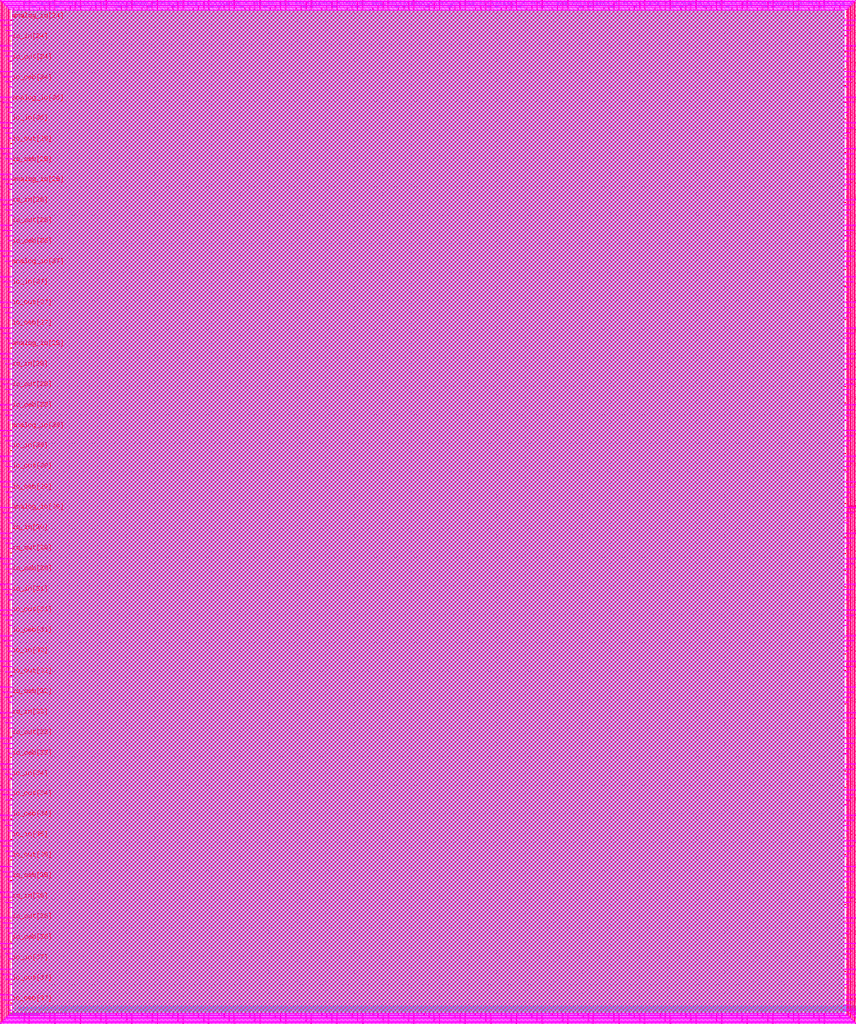
<source format=lef>
VERSION 5.7 ;
  NOWIREEXTENSIONATPIN ON ;
  DIVIDERCHAR "/" ;
  BUSBITCHARS "[]" ;
MACRO user_project_wrapper
  CLASS BLOCK ;
  FOREIGN user_project_wrapper ;
  ORIGIN 0.000 0.000 ;
  SIZE 2920.000 BY 3520.000 ;
  PIN analog_io[0]
    DIRECTION INOUT ;
    PORT
      LAYER met3 ;
        RECT 2920.400000 28.980000 2924.800000 30.180000 ;
    END
  END analog_io[0]
  PIN analog_io[10]
    DIRECTION INOUT ;
    PORT
      LAYER met3 ;
        RECT 2920.400000 2374.980000 2924.800000 2376.180000 ;
    END
  END analog_io[10]
  PIN analog_io[11]
    DIRECTION INOUT ;
    PORT
      LAYER met3 ;
        RECT 2920.400000 2609.580000 2924.800000 2610.780000 ;
    END
  END analog_io[11]
  PIN analog_io[12]
    DIRECTION INOUT ;
    PORT
      LAYER met3 ;
        RECT 2920.400000 2844.180000 2924.800000 2845.380000 ;
    END
  END analog_io[12]
  PIN analog_io[13]
    DIRECTION INOUT ;
    PORT
      LAYER met3 ;
        RECT 2920.400000 3078.780000 2924.800000 3079.980000 ;
    END
  END analog_io[13]
  PIN analog_io[14]
    DIRECTION INOUT ;
    PORT
      LAYER met3 ;
        RECT 2920.400000 3313.380000 2924.800000 3314.580000 ;
    END
  END analog_io[14]
  PIN analog_io[15]
    DIRECTION INOUT ;
    PORT
      LAYER met2 ;
        RECT 2879.090000 3520.400000 2879.650000 3524.800000 ;
    END
  END analog_io[15]
  PIN analog_io[16]
    DIRECTION INOUT ;
    PORT
      LAYER met2 ;
        RECT 2554.790000 3520.400000 2555.350000 3524.800000 ;
    END
  END analog_io[16]
  PIN analog_io[17]
    DIRECTION INOUT ;
    PORT
      LAYER met2 ;
        RECT 2230.490000 3520.400000 2231.050000 3524.800000 ;
    END
  END analog_io[17]
  PIN analog_io[18]
    DIRECTION INOUT ;
    PORT
      LAYER met2 ;
        RECT 1905.730000 3520.400000 1906.290000 3524.800000 ;
    END
  END analog_io[18]
  PIN analog_io[19]
    DIRECTION INOUT ;
    PORT
      LAYER met2 ;
        RECT 1581.430000 3520.400000 1581.990000 3524.800000 ;
    END
  END analog_io[19]
  PIN analog_io[1]
    DIRECTION INOUT ;
    PORT
      LAYER met3 ;
        RECT 2920.400000 263.580000 2924.800000 264.780000 ;
    END
  END analog_io[1]
  PIN analog_io[20]
    DIRECTION INOUT ;
    PORT
      LAYER met2 ;
        RECT 1257.130000 3520.400000 1257.690000 3524.800000 ;
    END
  END analog_io[20]
  PIN analog_io[21]
    DIRECTION INOUT ;
    PORT
      LAYER met2 ;
        RECT 932.370000 3520.400000 932.930000 3524.800000 ;
    END
  END analog_io[21]
  PIN analog_io[22]
    DIRECTION INOUT ;
    PORT
      LAYER met2 ;
        RECT 608.070000 3520.400000 608.630000 3524.800000 ;
    END
  END analog_io[22]
  PIN analog_io[23]
    DIRECTION INOUT ;
    PORT
      LAYER met2 ;
        RECT 283.770000 3520.400000 284.330000 3524.800000 ;
    END
  END analog_io[23]
  PIN analog_io[24]
    DIRECTION INOUT ;
    PORT
      LAYER met3 ;
        RECT -4.800000 3482.700000 -0.400000 3483.900000 ;
    END
  END analog_io[24]
  PIN analog_io[25]
    DIRECTION INOUT ;
    PORT
      LAYER met3 ;
        RECT -4.800000 3195.060000 -0.400000 3196.260000 ;
    END
  END analog_io[25]
  PIN analog_io[26]
    DIRECTION INOUT ;
    PORT
      LAYER met3 ;
        RECT -4.800000 2908.100000 -0.400000 2909.300000 ;
    END
  END analog_io[26]
  PIN analog_io[27]
    DIRECTION INOUT ;
    PORT
      LAYER met3 ;
        RECT -4.800000 2620.460000 -0.400000 2621.660000 ;
    END
  END analog_io[27]
  PIN analog_io[28]
    DIRECTION INOUT ;
    PORT
      LAYER met3 ;
        RECT -4.800000 2333.500000 -0.400000 2334.700000 ;
    END
  END analog_io[28]
  PIN analog_io[29]
    DIRECTION INOUT ;
    PORT
      LAYER met3 ;
        RECT -4.800000 2045.860000 -0.400000 2047.060000 ;
    END
  END analog_io[29]
  PIN analog_io[2]
    DIRECTION INOUT ;
    PORT
      LAYER met3 ;
        RECT 2920.400000 498.180000 2924.800000 499.380000 ;
    END
  END analog_io[2]
  PIN analog_io[30]
    DIRECTION INOUT ;
    PORT
      LAYER met3 ;
        RECT -4.800000 1758.900000 -0.400000 1760.100000 ;
    END
  END analog_io[30]
  PIN analog_io[3]
    DIRECTION INOUT ;
    PORT
      LAYER met3 ;
        RECT 2920.400000 732.780000 2924.800000 733.980000 ;
    END
  END analog_io[3]
  PIN analog_io[4]
    DIRECTION INOUT ;
    PORT
      LAYER met3 ;
        RECT 2920.400000 967.380000 2924.800000 968.580000 ;
    END
  END analog_io[4]
  PIN analog_io[5]
    DIRECTION INOUT ;
    PORT
      LAYER met3 ;
        RECT 2920.400000 1201.980000 2924.800000 1203.180000 ;
    END
  END analog_io[5]
  PIN analog_io[6]
    DIRECTION INOUT ;
    PORT
      LAYER met3 ;
        RECT 2920.400000 1436.580000 2924.800000 1437.780000 ;
    END
  END analog_io[6]
  PIN analog_io[7]
    DIRECTION INOUT ;
    PORT
      LAYER met3 ;
        RECT 2920.400000 1671.180000 2924.800000 1672.380000 ;
    END
  END analog_io[7]
  PIN analog_io[8]
    DIRECTION INOUT ;
    PORT
      LAYER met3 ;
        RECT 2920.400000 1905.780000 2924.800000 1906.980000 ;
    END
  END analog_io[8]
  PIN analog_io[9]
    DIRECTION INOUT ;
    PORT
      LAYER met3 ;
        RECT 2920.400000 2140.380000 2924.800000 2141.580000 ;
    END
  END analog_io[9]
  PIN io_in[0]
    DIRECTION INPUT ;
    PORT
      LAYER met3 ;
        RECT 2920.400000 87.460000 2924.800000 88.660000 ;
    END
  END io_in[0]
  PIN io_in[10]
    DIRECTION INPUT ;
    PORT
      LAYER met3 ;
        RECT 2920.400000 2433.460000 2924.800000 2434.660000 ;
    END
  END io_in[10]
  PIN io_in[11]
    DIRECTION INPUT ;
    PORT
      LAYER met3 ;
        RECT 2920.400000 2668.740000 2924.800000 2669.940000 ;
    END
  END io_in[11]
  PIN io_in[12]
    DIRECTION INPUT ;
    PORT
      LAYER met3 ;
        RECT 2920.400000 2903.340000 2924.800000 2904.540000 ;
    END
  END io_in[12]
  PIN io_in[13]
    DIRECTION INPUT ;
    PORT
      LAYER met3 ;
        RECT 2920.400000 3137.940000 2924.800000 3139.140000 ;
    END
  END io_in[13]
  PIN io_in[14]
    DIRECTION INPUT ;
    PORT
      LAYER met3 ;
        RECT 2920.400000 3372.540000 2924.800000 3373.740000 ;
    END
  END io_in[14]
  PIN io_in[15]
    DIRECTION INPUT ;
    PORT
      LAYER met2 ;
        RECT 2798.130000 3520.400000 2798.690000 3524.800000 ;
    END
  END io_in[15]
  PIN io_in[16]
    DIRECTION INPUT ;
    PORT
      LAYER met2 ;
        RECT 2473.830000 3520.400000 2474.390000 3524.800000 ;
    END
  END io_in[16]
  PIN io_in[17]
    DIRECTION INPUT ;
    PORT
      LAYER met2 ;
        RECT 2149.070000 3520.400000 2149.630000 3524.800000 ;
    END
  END io_in[17]
  PIN io_in[18]
    DIRECTION INPUT ;
    PORT
      LAYER met2 ;
        RECT 1824.770000 3520.400000 1825.330000 3524.800000 ;
    END
  END io_in[18]
  PIN io_in[19]
    DIRECTION INPUT ;
    PORT
      LAYER met2 ;
        RECT 1500.470000 3520.400000 1501.030000 3524.800000 ;
    END
  END io_in[19]
  PIN io_in[1]
    DIRECTION INPUT ;
    PORT
      LAYER met3 ;
        RECT 2920.400000 322.060000 2924.800000 323.260000 ;
    END
  END io_in[1]
  PIN io_in[20]
    DIRECTION INPUT ;
    PORT
      LAYER met2 ;
        RECT 1175.710000 3520.400000 1176.270000 3524.800000 ;
    END
  END io_in[20]
  PIN io_in[21]
    DIRECTION INPUT ;
    PORT
      LAYER met2 ;
        RECT 851.410000 3520.400000 851.970000 3524.800000 ;
    END
  END io_in[21]
  PIN io_in[22]
    DIRECTION INPUT ;
    PORT
      LAYER met2 ;
        RECT 527.110000 3520.400000 527.670000 3524.800000 ;
    END
  END io_in[22]
  PIN io_in[23]
    DIRECTION INPUT ;
    PORT
      LAYER met2 ;
        RECT 202.350000 3520.400000 202.910000 3524.800000 ;
    END
  END io_in[23]
  PIN io_in[24]
    DIRECTION INPUT ;
    PORT
      LAYER met3 ;
        RECT -4.800000 3410.620000 -0.400000 3411.820000 ;
    END
  END io_in[24]
  PIN io_in[25]
    DIRECTION INPUT ;
    PORT
      LAYER met3 ;
        RECT -4.800000 3123.660000 -0.400000 3124.860000 ;
    END
  END io_in[25]
  PIN io_in[26]
    DIRECTION INPUT ;
    PORT
      LAYER met3 ;
        RECT -4.800000 2836.020000 -0.400000 2837.220000 ;
    END
  END io_in[26]
  PIN io_in[27]
    DIRECTION INPUT ;
    PORT
      LAYER met3 ;
        RECT -4.800000 2549.060000 -0.400000 2550.260000 ;
    END
  END io_in[27]
  PIN io_in[28]
    DIRECTION INPUT ;
    PORT
      LAYER met3 ;
        RECT -4.800000 2261.420000 -0.400000 2262.620000 ;
    END
  END io_in[28]
  PIN io_in[29]
    DIRECTION INPUT ;
    PORT
      LAYER met3 ;
        RECT -4.800000 1974.460000 -0.400000 1975.660000 ;
    END
  END io_in[29]
  PIN io_in[2]
    DIRECTION INPUT ;
    PORT
      LAYER met3 ;
        RECT 2920.400000 556.660000 2924.800000 557.860000 ;
    END
  END io_in[2]
  PIN io_in[30]
    DIRECTION INPUT ;
    PORT
      LAYER met3 ;
        RECT -4.800000 1686.820000 -0.400000 1688.020000 ;
    END
  END io_in[30]
  PIN io_in[31]
    DIRECTION INPUT ;
    PORT
      LAYER met3 ;
        RECT -4.800000 1471.260000 -0.400000 1472.460000 ;
    END
  END io_in[31]
  PIN io_in[32]
    DIRECTION INPUT ;
    PORT
      LAYER met3 ;
        RECT -4.800000 1255.700000 -0.400000 1256.900000 ;
    END
  END io_in[32]
  PIN io_in[33]
    DIRECTION INPUT ;
    PORT
      LAYER met3 ;
        RECT -4.800000 1040.140000 -0.400000 1041.340000 ;
    END
  END io_in[33]
  PIN io_in[34]
    DIRECTION INPUT ;
    PORT
      LAYER met3 ;
        RECT -4.800000 824.580000 -0.400000 825.780000 ;
    END
  END io_in[34]
  PIN io_in[35]
    DIRECTION INPUT ;
    PORT
      LAYER met3 ;
        RECT -4.800000 609.700000 -0.400000 610.900000 ;
    END
  END io_in[35]
  PIN io_in[36]
    DIRECTION INPUT ;
    PORT
      LAYER met3 ;
        RECT -4.800000 394.140000 -0.400000 395.340000 ;
    END
  END io_in[36]
  PIN io_in[37]
    DIRECTION INPUT ;
    PORT
      LAYER met3 ;
        RECT -4.800000 178.580000 -0.400000 179.780000 ;
    END
  END io_in[37]
  PIN io_in[3]
    DIRECTION INPUT ;
    PORT
      LAYER met3 ;
        RECT 2920.400000 791.260000 2924.800000 792.460000 ;
    END
  END io_in[3]
  PIN io_in[4]
    DIRECTION INPUT ;
    PORT
      LAYER met3 ;
        RECT 2920.400000 1025.860000 2924.800000 1027.060000 ;
    END
  END io_in[4]
  PIN io_in[5]
    DIRECTION INPUT ;
    PORT
      LAYER met3 ;
        RECT 2920.400000 1260.460000 2924.800000 1261.660000 ;
    END
  END io_in[5]
  PIN io_in[6]
    DIRECTION INPUT ;
    PORT
      LAYER met3 ;
        RECT 2920.400000 1495.060000 2924.800000 1496.260000 ;
    END
  END io_in[6]
  PIN io_in[7]
    DIRECTION INPUT ;
    PORT
      LAYER met3 ;
        RECT 2920.400000 1729.660000 2924.800000 1730.860000 ;
    END
  END io_in[7]
  PIN io_in[8]
    DIRECTION INPUT ;
    PORT
      LAYER met3 ;
        RECT 2920.400000 1964.260000 2924.800000 1965.460000 ;
    END
  END io_in[8]
  PIN io_in[9]
    DIRECTION INPUT ;
    PORT
      LAYER met3 ;
        RECT 2920.400000 2198.860000 2924.800000 2200.060000 ;
    END
  END io_in[9]
  PIN io_oeb[0]
    DIRECTION OUTPUT TRISTATE ;
    PORT
      LAYER met3 ;
        RECT 2920.400000 204.420000 2924.800000 205.620000 ;
    END
  END io_oeb[0]
  PIN io_oeb[10]
    DIRECTION OUTPUT TRISTATE ;
    PORT
      LAYER met3 ;
        RECT 2920.400000 2551.100000 2924.800000 2552.300000 ;
    END
  END io_oeb[10]
  PIN io_oeb[11]
    DIRECTION OUTPUT TRISTATE ;
    PORT
      LAYER met3 ;
        RECT 2920.400000 2785.700000 2924.800000 2786.900000 ;
    END
  END io_oeb[11]
  PIN io_oeb[12]
    DIRECTION OUTPUT TRISTATE ;
    PORT
      LAYER met3 ;
        RECT 2920.400000 3020.300000 2924.800000 3021.500000 ;
    END
  END io_oeb[12]
  PIN io_oeb[13]
    DIRECTION OUTPUT TRISTATE ;
    PORT
      LAYER met3 ;
        RECT 2920.400000 3254.900000 2924.800000 3256.100000 ;
    END
  END io_oeb[13]
  PIN io_oeb[14]
    DIRECTION OUTPUT TRISTATE ;
    PORT
      LAYER met3 ;
        RECT 2920.400000 3489.500000 2924.800000 3490.700000 ;
    END
  END io_oeb[14]
  PIN io_oeb[15]
    DIRECTION OUTPUT TRISTATE ;
    PORT
      LAYER met2 ;
        RECT 2635.750000 3520.400000 2636.310000 3524.800000 ;
    END
  END io_oeb[15]
  PIN io_oeb[16]
    DIRECTION OUTPUT TRISTATE ;
    PORT
      LAYER met2 ;
        RECT 2311.450000 3520.400000 2312.010000 3524.800000 ;
    END
  END io_oeb[16]
  PIN io_oeb[17]
    DIRECTION OUTPUT TRISTATE ;
    PORT
      LAYER met2 ;
        RECT 1987.150000 3520.400000 1987.710000 3524.800000 ;
    END
  END io_oeb[17]
  PIN io_oeb[18]
    DIRECTION OUTPUT TRISTATE ;
    PORT
      LAYER met2 ;
        RECT 1662.390000 3520.400000 1662.950000 3524.800000 ;
    END
  END io_oeb[18]
  PIN io_oeb[19]
    DIRECTION OUTPUT TRISTATE ;
    PORT
      LAYER met2 ;
        RECT 1338.090000 3520.400000 1338.650000 3524.800000 ;
    END
  END io_oeb[19]
  PIN io_oeb[1]
    DIRECTION OUTPUT TRISTATE ;
    PORT
      LAYER met3 ;
        RECT 2920.400000 439.020000 2924.800000 440.220000 ;
    END
  END io_oeb[1]
  PIN io_oeb[20]
    DIRECTION OUTPUT TRISTATE ;
    PORT
      LAYER met2 ;
        RECT 1013.790000 3520.400000 1014.350000 3524.800000 ;
    END
  END io_oeb[20]
  PIN io_oeb[21]
    DIRECTION OUTPUT TRISTATE ;
    PORT
      LAYER met2 ;
        RECT 689.030000 3520.400000 689.590000 3524.800000 ;
    END
  END io_oeb[21]
  PIN io_oeb[22]
    DIRECTION OUTPUT TRISTATE ;
    PORT
      LAYER met2 ;
        RECT 364.730000 3520.400000 365.290000 3524.800000 ;
    END
  END io_oeb[22]
  PIN io_oeb[23]
    DIRECTION OUTPUT TRISTATE ;
    PORT
      LAYER met2 ;
        RECT 40.430000 3520.400000 40.990000 3524.800000 ;
    END
  END io_oeb[23]
  PIN io_oeb[24]
    DIRECTION OUTPUT TRISTATE ;
    PORT
      LAYER met3 ;
        RECT -4.800000 3267.140000 -0.400000 3268.340000 ;
    END
  END io_oeb[24]
  PIN io_oeb[25]
    DIRECTION OUTPUT TRISTATE ;
    PORT
      LAYER met3 ;
        RECT -4.800000 2979.500000 -0.400000 2980.700000 ;
    END
  END io_oeb[25]
  PIN io_oeb[26]
    DIRECTION OUTPUT TRISTATE ;
    PORT
      LAYER met3 ;
        RECT -4.800000 2692.540000 -0.400000 2693.740000 ;
    END
  END io_oeb[26]
  PIN io_oeb[27]
    DIRECTION OUTPUT TRISTATE ;
    PORT
      LAYER met3 ;
        RECT -4.800000 2404.900000 -0.400000 2406.100000 ;
    END
  END io_oeb[27]
  PIN io_oeb[28]
    DIRECTION OUTPUT TRISTATE ;
    PORT
      LAYER met3 ;
        RECT -4.800000 2117.940000 -0.400000 2119.140000 ;
    END
  END io_oeb[28]
  PIN io_oeb[29]
    DIRECTION OUTPUT TRISTATE ;
    PORT
      LAYER met3 ;
        RECT -4.800000 1830.300000 -0.400000 1831.500000 ;
    END
  END io_oeb[29]
  PIN io_oeb[2]
    DIRECTION OUTPUT TRISTATE ;
    PORT
      LAYER met3 ;
        RECT 2920.400000 673.620000 2924.800000 674.820000 ;
    END
  END io_oeb[2]
  PIN io_oeb[30]
    DIRECTION OUTPUT TRISTATE ;
    PORT
      LAYER met3 ;
        RECT -4.800000 1543.340000 -0.400000 1544.540000 ;
    END
  END io_oeb[30]
  PIN io_oeb[31]
    DIRECTION OUTPUT TRISTATE ;
    PORT
      LAYER met3 ;
        RECT -4.800000 1327.780000 -0.400000 1328.980000 ;
    END
  END io_oeb[31]
  PIN io_oeb[32]
    DIRECTION OUTPUT TRISTATE ;
    PORT
      LAYER met3 ;
        RECT -4.800000 1112.220000 -0.400000 1113.420000 ;
    END
  END io_oeb[32]
  PIN io_oeb[33]
    DIRECTION OUTPUT TRISTATE ;
    PORT
      LAYER met3 ;
        RECT -4.800000 896.660000 -0.400000 897.860000 ;
    END
  END io_oeb[33]
  PIN io_oeb[34]
    DIRECTION OUTPUT TRISTATE ;
    PORT
      LAYER met3 ;
        RECT -4.800000 681.100000 -0.400000 682.300000 ;
    END
  END io_oeb[34]
  PIN io_oeb[35]
    DIRECTION OUTPUT TRISTATE ;
    PORT
      LAYER met3 ;
        RECT -4.800000 465.540000 -0.400000 466.740000 ;
    END
  END io_oeb[35]
  PIN io_oeb[36]
    DIRECTION OUTPUT TRISTATE ;
    PORT
      LAYER met3 ;
        RECT -4.800000 249.980000 -0.400000 251.180000 ;
    END
  END io_oeb[36]
  PIN io_oeb[37]
    DIRECTION OUTPUT TRISTATE ;
    PORT
      LAYER met3 ;
        RECT -4.800000 35.100000 -0.400000 36.300000 ;
    END
  END io_oeb[37]
  PIN io_oeb[3]
    DIRECTION OUTPUT TRISTATE ;
    PORT
      LAYER met3 ;
        RECT 2920.400000 908.900000 2924.800000 910.100000 ;
    END
  END io_oeb[3]
  PIN io_oeb[4]
    DIRECTION OUTPUT TRISTATE ;
    PORT
      LAYER met3 ;
        RECT 2920.400000 1143.500000 2924.800000 1144.700000 ;
    END
  END io_oeb[4]
  PIN io_oeb[5]
    DIRECTION OUTPUT TRISTATE ;
    PORT
      LAYER met3 ;
        RECT 2920.400000 1378.100000 2924.800000 1379.300000 ;
    END
  END io_oeb[5]
  PIN io_oeb[6]
    DIRECTION OUTPUT TRISTATE ;
    PORT
      LAYER met3 ;
        RECT 2920.400000 1612.700000 2924.800000 1613.900000 ;
    END
  END io_oeb[6]
  PIN io_oeb[7]
    DIRECTION OUTPUT TRISTATE ;
    PORT
      LAYER met3 ;
        RECT 2920.400000 1847.300000 2924.800000 1848.500000 ;
    END
  END io_oeb[7]
  PIN io_oeb[8]
    DIRECTION OUTPUT TRISTATE ;
    PORT
      LAYER met3 ;
        RECT 2920.400000 2081.900000 2924.800000 2083.100000 ;
    END
  END io_oeb[8]
  PIN io_oeb[9]
    DIRECTION OUTPUT TRISTATE ;
    PORT
      LAYER met3 ;
        RECT 2920.400000 2316.500000 2924.800000 2317.700000 ;
    END
  END io_oeb[9]
  PIN io_out[0]
    DIRECTION OUTPUT TRISTATE ;
    PORT
      LAYER met3 ;
        RECT 2920.400000 145.940000 2924.800000 147.140000 ;
    END
  END io_out[0]
  PIN io_out[10]
    DIRECTION OUTPUT TRISTATE ;
    PORT
      LAYER met3 ;
        RECT 2920.400000 2492.620000 2924.800000 2493.820000 ;
    END
  END io_out[10]
  PIN io_out[11]
    DIRECTION OUTPUT TRISTATE ;
    PORT
      LAYER met3 ;
        RECT 2920.400000 2727.220000 2924.800000 2728.420000 ;
    END
  END io_out[11]
  PIN io_out[12]
    DIRECTION OUTPUT TRISTATE ;
    PORT
      LAYER met3 ;
        RECT 2920.400000 2961.820000 2924.800000 2963.020000 ;
    END
  END io_out[12]
  PIN io_out[13]
    DIRECTION OUTPUT TRISTATE ;
    PORT
      LAYER met3 ;
        RECT 2920.400000 3196.420000 2924.800000 3197.620000 ;
    END
  END io_out[13]
  PIN io_out[14]
    DIRECTION OUTPUT TRISTATE ;
    PORT
      LAYER met3 ;
        RECT 2920.400000 3431.020000 2924.800000 3432.220000 ;
    END
  END io_out[14]
  PIN io_out[15]
    DIRECTION OUTPUT TRISTATE ;
    PORT
      LAYER met2 ;
        RECT 2717.170000 3520.400000 2717.730000 3524.800000 ;
    END
  END io_out[15]
  PIN io_out[16]
    DIRECTION OUTPUT TRISTATE ;
    PORT
      LAYER met2 ;
        RECT 2392.410000 3520.400000 2392.970000 3524.800000 ;
    END
  END io_out[16]
  PIN io_out[17]
    DIRECTION OUTPUT TRISTATE ;
    PORT
      LAYER met2 ;
        RECT 2068.110000 3520.400000 2068.670000 3524.800000 ;
    END
  END io_out[17]
  PIN io_out[18]
    DIRECTION OUTPUT TRISTATE ;
    PORT
      LAYER met2 ;
        RECT 1743.810000 3520.400000 1744.370000 3524.800000 ;
    END
  END io_out[18]
  PIN io_out[19]
    DIRECTION OUTPUT TRISTATE ;
    PORT
      LAYER met2 ;
        RECT 1419.050000 3520.400000 1419.610000 3524.800000 ;
    END
  END io_out[19]
  PIN io_out[1]
    DIRECTION OUTPUT TRISTATE ;
    PORT
      LAYER met3 ;
        RECT 2920.400000 380.540000 2924.800000 381.740000 ;
    END
  END io_out[1]
  PIN io_out[20]
    DIRECTION OUTPUT TRISTATE ;
    PORT
      LAYER met2 ;
        RECT 1094.750000 3520.400000 1095.310000 3524.800000 ;
    END
  END io_out[20]
  PIN io_out[21]
    DIRECTION OUTPUT TRISTATE ;
    PORT
      LAYER met2 ;
        RECT 770.450000 3520.400000 771.010000 3524.800000 ;
    END
  END io_out[21]
  PIN io_out[22]
    DIRECTION OUTPUT TRISTATE ;
    PORT
      LAYER met2 ;
        RECT 445.690000 3520.400000 446.250000 3524.800000 ;
    END
  END io_out[22]
  PIN io_out[23]
    DIRECTION OUTPUT TRISTATE ;
    PORT
      LAYER met2 ;
        RECT 121.390000 3520.400000 121.950000 3524.800000 ;
    END
  END io_out[23]
  PIN io_out[24]
    DIRECTION OUTPUT TRISTATE ;
    PORT
      LAYER met3 ;
        RECT -4.800000 3339.220000 -0.400000 3340.420000 ;
    END
  END io_out[24]
  PIN io_out[25]
    DIRECTION OUTPUT TRISTATE ;
    PORT
      LAYER met3 ;
        RECT -4.800000 3051.580000 -0.400000 3052.780000 ;
    END
  END io_out[25]
  PIN io_out[26]
    DIRECTION OUTPUT TRISTATE ;
    PORT
      LAYER met3 ;
        RECT -4.800000 2764.620000 -0.400000 2765.820000 ;
    END
  END io_out[26]
  PIN io_out[27]
    DIRECTION OUTPUT TRISTATE ;
    PORT
      LAYER met3 ;
        RECT -4.800000 2476.980000 -0.400000 2478.180000 ;
    END
  END io_out[27]
  PIN io_out[28]
    DIRECTION OUTPUT TRISTATE ;
    PORT
      LAYER met3 ;
        RECT -4.800000 2189.340000 -0.400000 2190.540000 ;
    END
  END io_out[28]
  PIN io_out[29]
    DIRECTION OUTPUT TRISTATE ;
    PORT
      LAYER met3 ;
        RECT -4.800000 1902.380000 -0.400000 1903.580000 ;
    END
  END io_out[29]
  PIN io_out[2]
    DIRECTION OUTPUT TRISTATE ;
    PORT
      LAYER met3 ;
        RECT 2920.400000 615.140000 2924.800000 616.340000 ;
    END
  END io_out[2]
  PIN io_out[30]
    DIRECTION OUTPUT TRISTATE ;
    PORT
      LAYER met3 ;
        RECT -4.800000 1614.740000 -0.400000 1615.940000 ;
    END
  END io_out[30]
  PIN io_out[31]
    DIRECTION OUTPUT TRISTATE ;
    PORT
      LAYER met3 ;
        RECT -4.800000 1399.860000 -0.400000 1401.060000 ;
    END
  END io_out[31]
  PIN io_out[32]
    DIRECTION OUTPUT TRISTATE ;
    PORT
      LAYER met3 ;
        RECT -4.800000 1184.300000 -0.400000 1185.500000 ;
    END
  END io_out[32]
  PIN io_out[33]
    DIRECTION OUTPUT TRISTATE ;
    PORT
      LAYER met3 ;
        RECT -4.800000 968.740000 -0.400000 969.940000 ;
    END
  END io_out[33]
  PIN io_out[34]
    DIRECTION OUTPUT TRISTATE ;
    PORT
      LAYER met3 ;
        RECT -4.800000 753.180000 -0.400000 754.380000 ;
    END
  END io_out[34]
  PIN io_out[35]
    DIRECTION OUTPUT TRISTATE ;
    PORT
      LAYER met3 ;
        RECT -4.800000 537.620000 -0.400000 538.820000 ;
    END
  END io_out[35]
  PIN io_out[36]
    DIRECTION OUTPUT TRISTATE ;
    PORT
      LAYER met3 ;
        RECT -4.800000 322.060000 -0.400000 323.260000 ;
    END
  END io_out[36]
  PIN io_out[37]
    DIRECTION OUTPUT TRISTATE ;
    PORT
      LAYER met3 ;
        RECT -4.800000 106.500000 -0.400000 107.700000 ;
    END
  END io_out[37]
  PIN io_out[3]
    DIRECTION OUTPUT TRISTATE ;
    PORT
      LAYER met3 ;
        RECT 2920.400000 849.740000 2924.800000 850.940000 ;
    END
  END io_out[3]
  PIN io_out[4]
    DIRECTION OUTPUT TRISTATE ;
    PORT
      LAYER met3 ;
        RECT 2920.400000 1084.340000 2924.800000 1085.540000 ;
    END
  END io_out[4]
  PIN io_out[5]
    DIRECTION OUTPUT TRISTATE ;
    PORT
      LAYER met3 ;
        RECT 2920.400000 1318.940000 2924.800000 1320.140000 ;
    END
  END io_out[5]
  PIN io_out[6]
    DIRECTION OUTPUT TRISTATE ;
    PORT
      LAYER met3 ;
        RECT 2920.400000 1553.540000 2924.800000 1554.740000 ;
    END
  END io_out[6]
  PIN io_out[7]
    DIRECTION OUTPUT TRISTATE ;
    PORT
      LAYER met3 ;
        RECT 2920.400000 1788.820000 2924.800000 1790.020000 ;
    END
  END io_out[7]
  PIN io_out[8]
    DIRECTION OUTPUT TRISTATE ;
    PORT
      LAYER met3 ;
        RECT 2920.400000 2023.420000 2924.800000 2024.620000 ;
    END
  END io_out[8]
  PIN io_out[9]
    DIRECTION OUTPUT TRISTATE ;
    PORT
      LAYER met3 ;
        RECT 2920.400000 2258.020000 2924.800000 2259.220000 ;
    END
  END io_out[9]
  PIN la_data_in[0]
    DIRECTION INPUT ;
    PORT
      LAYER met2 ;
        RECT 632.910000 -4.800000 633.470000 -0.400000 ;
    END
  END la_data_in[0]
  PIN la_data_in[100]
    DIRECTION INPUT ;
    PORT
      LAYER met2 ;
        RECT 2417.250000 -4.800000 2417.810000 -0.400000 ;
    END
  END la_data_in[100]
  PIN la_data_in[101]
    DIRECTION INPUT ;
    PORT
      LAYER met2 ;
        RECT 2434.730000 -4.800000 2435.290000 -0.400000 ;
    END
  END la_data_in[101]
  PIN la_data_in[102]
    DIRECTION INPUT ;
    PORT
      LAYER met2 ;
        RECT 2452.670000 -4.800000 2453.230000 -0.400000 ;
    END
  END la_data_in[102]
  PIN la_data_in[103]
    DIRECTION INPUT ;
    PORT
      LAYER met2 ;
        RECT 2470.610000 -4.800000 2471.170000 -0.400000 ;
    END
  END la_data_in[103]
  PIN la_data_in[104]
    DIRECTION INPUT ;
    PORT
      LAYER met2 ;
        RECT 2488.550000 -4.800000 2489.110000 -0.400000 ;
    END
  END la_data_in[104]
  PIN la_data_in[105]
    DIRECTION INPUT ;
    PORT
      LAYER met2 ;
        RECT 2506.030000 -4.800000 2506.590000 -0.400000 ;
    END
  END la_data_in[105]
  PIN la_data_in[106]
    DIRECTION INPUT ;
    PORT
      LAYER met2 ;
        RECT 2523.970000 -4.800000 2524.530000 -0.400000 ;
    END
  END la_data_in[106]
  PIN la_data_in[107]
    DIRECTION INPUT ;
    PORT
      LAYER met2 ;
        RECT 2541.910000 -4.800000 2542.470000 -0.400000 ;
    END
  END la_data_in[107]
  PIN la_data_in[108]
    DIRECTION INPUT ;
    PORT
      LAYER met2 ;
        RECT 2559.850000 -4.800000 2560.410000 -0.400000 ;
    END
  END la_data_in[108]
  PIN la_data_in[109]
    DIRECTION INPUT ;
    PORT
      LAYER met2 ;
        RECT 2577.790000 -4.800000 2578.350000 -0.400000 ;
    END
  END la_data_in[109]
  PIN la_data_in[10]
    DIRECTION INPUT ;
    PORT
      LAYER met2 ;
        RECT 811.390000 -4.800000 811.950000 -0.400000 ;
    END
  END la_data_in[10]
  PIN la_data_in[110]
    DIRECTION INPUT ;
    PORT
      LAYER met2 ;
        RECT 2595.270000 -4.800000 2595.830000 -0.400000 ;
    END
  END la_data_in[110]
  PIN la_data_in[111]
    DIRECTION INPUT ;
    PORT
      LAYER met2 ;
        RECT 2613.210000 -4.800000 2613.770000 -0.400000 ;
    END
  END la_data_in[111]
  PIN la_data_in[112]
    DIRECTION INPUT ;
    PORT
      LAYER met2 ;
        RECT 2631.150000 -4.800000 2631.710000 -0.400000 ;
    END
  END la_data_in[112]
  PIN la_data_in[113]
    DIRECTION INPUT ;
    PORT
      LAYER met2 ;
        RECT 2649.090000 -4.800000 2649.650000 -0.400000 ;
    END
  END la_data_in[113]
  PIN la_data_in[114]
    DIRECTION INPUT ;
    PORT
      LAYER met2 ;
        RECT 2667.030000 -4.800000 2667.590000 -0.400000 ;
    END
  END la_data_in[114]
  PIN la_data_in[115]
    DIRECTION INPUT ;
    PORT
      LAYER met2 ;
        RECT 2684.510000 -4.800000 2685.070000 -0.400000 ;
    END
  END la_data_in[115]
  PIN la_data_in[116]
    DIRECTION INPUT ;
    PORT
      LAYER met2 ;
        RECT 2702.450000 -4.800000 2703.010000 -0.400000 ;
    END
  END la_data_in[116]
  PIN la_data_in[117]
    DIRECTION INPUT ;
    PORT
      LAYER met2 ;
        RECT 2720.390000 -4.800000 2720.950000 -0.400000 ;
    END
  END la_data_in[117]
  PIN la_data_in[118]
    DIRECTION INPUT ;
    PORT
      LAYER met2 ;
        RECT 2738.330000 -4.800000 2738.890000 -0.400000 ;
    END
  END la_data_in[118]
  PIN la_data_in[119]
    DIRECTION INPUT ;
    PORT
      LAYER met2 ;
        RECT 2755.810000 -4.800000 2756.370000 -0.400000 ;
    END
  END la_data_in[119]
  PIN la_data_in[11]
    DIRECTION INPUT ;
    PORT
      LAYER met2 ;
        RECT 829.330000 -4.800000 829.890000 -0.400000 ;
    END
  END la_data_in[11]
  PIN la_data_in[120]
    DIRECTION INPUT ;
    PORT
      LAYER met2 ;
        RECT 2773.750000 -4.800000 2774.310000 -0.400000 ;
    END
  END la_data_in[120]
  PIN la_data_in[121]
    DIRECTION INPUT ;
    PORT
      LAYER met2 ;
        RECT 2791.690000 -4.800000 2792.250000 -0.400000 ;
    END
  END la_data_in[121]
  PIN la_data_in[122]
    DIRECTION INPUT ;
    PORT
      LAYER met2 ;
        RECT 2809.630000 -4.800000 2810.190000 -0.400000 ;
    END
  END la_data_in[122]
  PIN la_data_in[123]
    DIRECTION INPUT ;
    PORT
      LAYER met2 ;
        RECT 2827.570000 -4.800000 2828.130000 -0.400000 ;
    END
  END la_data_in[123]
  PIN la_data_in[124]
    DIRECTION INPUT ;
    PORT
      LAYER met2 ;
        RECT 2845.050000 -4.800000 2845.610000 -0.400000 ;
    END
  END la_data_in[124]
  PIN la_data_in[125]
    DIRECTION INPUT ;
    PORT
      LAYER met2 ;
        RECT 2862.990000 -4.800000 2863.550000 -0.400000 ;
    END
  END la_data_in[125]
  PIN la_data_in[126]
    DIRECTION INPUT ;
    PORT
      LAYER met2 ;
        RECT 2880.930000 -4.800000 2881.490000 -0.400000 ;
    END
  END la_data_in[126]
  PIN la_data_in[127]
    DIRECTION INPUT ;
    PORT
      LAYER met2 ;
        RECT 2898.870000 -4.800000 2899.430000 -0.400000 ;
    END
  END la_data_in[127]
  PIN la_data_in[12]
    DIRECTION INPUT ;
    PORT
      LAYER met2 ;
        RECT 846.810000 -4.800000 847.370000 -0.400000 ;
    END
  END la_data_in[12]
  PIN la_data_in[13]
    DIRECTION INPUT ;
    PORT
      LAYER met2 ;
        RECT 864.750000 -4.800000 865.310000 -0.400000 ;
    END
  END la_data_in[13]
  PIN la_data_in[14]
    DIRECTION INPUT ;
    PORT
      LAYER met2 ;
        RECT 882.690000 -4.800000 883.250000 -0.400000 ;
    END
  END la_data_in[14]
  PIN la_data_in[15]
    DIRECTION INPUT ;
    PORT
      LAYER met2 ;
        RECT 900.630000 -4.800000 901.190000 -0.400000 ;
    END
  END la_data_in[15]
  PIN la_data_in[16]
    DIRECTION INPUT ;
    PORT
      LAYER met2 ;
        RECT 918.570000 -4.800000 919.130000 -0.400000 ;
    END
  END la_data_in[16]
  PIN la_data_in[17]
    DIRECTION INPUT ;
    PORT
      LAYER met2 ;
        RECT 936.050000 -4.800000 936.610000 -0.400000 ;
    END
  END la_data_in[17]
  PIN la_data_in[18]
    DIRECTION INPUT ;
    PORT
      LAYER met2 ;
        RECT 953.990000 -4.800000 954.550000 -0.400000 ;
    END
  END la_data_in[18]
  PIN la_data_in[19]
    DIRECTION INPUT ;
    PORT
      LAYER met2 ;
        RECT 971.930000 -4.800000 972.490000 -0.400000 ;
    END
  END la_data_in[19]
  PIN la_data_in[1]
    DIRECTION INPUT ;
    PORT
      LAYER met2 ;
        RECT 650.850000 -4.800000 651.410000 -0.400000 ;
    END
  END la_data_in[1]
  PIN la_data_in[20]
    DIRECTION INPUT ;
    PORT
      LAYER met2 ;
        RECT 989.870000 -4.800000 990.430000 -0.400000 ;
    END
  END la_data_in[20]
  PIN la_data_in[21]
    DIRECTION INPUT ;
    PORT
      LAYER met2 ;
        RECT 1007.350000 -4.800000 1007.910000 -0.400000 ;
    END
  END la_data_in[21]
  PIN la_data_in[22]
    DIRECTION INPUT ;
    PORT
      LAYER met2 ;
        RECT 1025.290000 -4.800000 1025.850000 -0.400000 ;
    END
  END la_data_in[22]
  PIN la_data_in[23]
    DIRECTION INPUT ;
    PORT
      LAYER met2 ;
        RECT 1043.230000 -4.800000 1043.790000 -0.400000 ;
    END
  END la_data_in[23]
  PIN la_data_in[24]
    DIRECTION INPUT ;
    PORT
      LAYER met2 ;
        RECT 1061.170000 -4.800000 1061.730000 -0.400000 ;
    END
  END la_data_in[24]
  PIN la_data_in[25]
    DIRECTION INPUT ;
    PORT
      LAYER met2 ;
        RECT 1079.110000 -4.800000 1079.670000 -0.400000 ;
    END
  END la_data_in[25]
  PIN la_data_in[26]
    DIRECTION INPUT ;
    PORT
      LAYER met2 ;
        RECT 1096.590000 -4.800000 1097.150000 -0.400000 ;
    END
  END la_data_in[26]
  PIN la_data_in[27]
    DIRECTION INPUT ;
    PORT
      LAYER met2 ;
        RECT 1114.530000 -4.800000 1115.090000 -0.400000 ;
    END
  END la_data_in[27]
  PIN la_data_in[28]
    DIRECTION INPUT ;
    PORT
      LAYER met2 ;
        RECT 1132.470000 -4.800000 1133.030000 -0.400000 ;
    END
  END la_data_in[28]
  PIN la_data_in[29]
    DIRECTION INPUT ;
    PORT
      LAYER met2 ;
        RECT 1150.410000 -4.800000 1150.970000 -0.400000 ;
    END
  END la_data_in[29]
  PIN la_data_in[2]
    DIRECTION INPUT ;
    PORT
      LAYER met2 ;
        RECT 668.790000 -4.800000 669.350000 -0.400000 ;
    END
  END la_data_in[2]
  PIN la_data_in[30]
    DIRECTION INPUT ;
    PORT
      LAYER met2 ;
        RECT 1168.350000 -4.800000 1168.910000 -0.400000 ;
    END
  END la_data_in[30]
  PIN la_data_in[31]
    DIRECTION INPUT ;
    PORT
      LAYER met2 ;
        RECT 1185.830000 -4.800000 1186.390000 -0.400000 ;
    END
  END la_data_in[31]
  PIN la_data_in[32]
    DIRECTION INPUT ;
    PORT
      LAYER met2 ;
        RECT 1203.770000 -4.800000 1204.330000 -0.400000 ;
    END
  END la_data_in[32]
  PIN la_data_in[33]
    DIRECTION INPUT ;
    PORT
      LAYER met2 ;
        RECT 1221.710000 -4.800000 1222.270000 -0.400000 ;
    END
  END la_data_in[33]
  PIN la_data_in[34]
    DIRECTION INPUT ;
    PORT
      LAYER met2 ;
        RECT 1239.650000 -4.800000 1240.210000 -0.400000 ;
    END
  END la_data_in[34]
  PIN la_data_in[35]
    DIRECTION INPUT ;
    PORT
      LAYER met2 ;
        RECT 1257.130000 -4.800000 1257.690000 -0.400000 ;
    END
  END la_data_in[35]
  PIN la_data_in[36]
    DIRECTION INPUT ;
    PORT
      LAYER met2 ;
        RECT 1275.070000 -4.800000 1275.630000 -0.400000 ;
    END
  END la_data_in[36]
  PIN la_data_in[37]
    DIRECTION INPUT ;
    PORT
      LAYER met2 ;
        RECT 1293.010000 -4.800000 1293.570000 -0.400000 ;
    END
  END la_data_in[37]
  PIN la_data_in[38]
    DIRECTION INPUT ;
    PORT
      LAYER met2 ;
        RECT 1310.950000 -4.800000 1311.510000 -0.400000 ;
    END
  END la_data_in[38]
  PIN la_data_in[39]
    DIRECTION INPUT ;
    PORT
      LAYER met2 ;
        RECT 1328.890000 -4.800000 1329.450000 -0.400000 ;
    END
  END la_data_in[39]
  PIN la_data_in[3]
    DIRECTION INPUT ;
    PORT
      LAYER met2 ;
        RECT 686.270000 -4.800000 686.830000 -0.400000 ;
    END
  END la_data_in[3]
  PIN la_data_in[40]
    DIRECTION INPUT ;
    PORT
      LAYER met2 ;
        RECT 1346.370000 -4.800000 1346.930000 -0.400000 ;
    END
  END la_data_in[40]
  PIN la_data_in[41]
    DIRECTION INPUT ;
    PORT
      LAYER met2 ;
        RECT 1364.310000 -4.800000 1364.870000 -0.400000 ;
    END
  END la_data_in[41]
  PIN la_data_in[42]
    DIRECTION INPUT ;
    PORT
      LAYER met2 ;
        RECT 1382.250000 -4.800000 1382.810000 -0.400000 ;
    END
  END la_data_in[42]
  PIN la_data_in[43]
    DIRECTION INPUT ;
    PORT
      LAYER met2 ;
        RECT 1400.190000 -4.800000 1400.750000 -0.400000 ;
    END
  END la_data_in[43]
  PIN la_data_in[44]
    DIRECTION INPUT ;
    PORT
      LAYER met2 ;
        RECT 1418.130000 -4.800000 1418.690000 -0.400000 ;
    END
  END la_data_in[44]
  PIN la_data_in[45]
    DIRECTION INPUT ;
    PORT
      LAYER met2 ;
        RECT 1435.610000 -4.800000 1436.170000 -0.400000 ;
    END
  END la_data_in[45]
  PIN la_data_in[46]
    DIRECTION INPUT ;
    PORT
      LAYER met2 ;
        RECT 1453.550000 -4.800000 1454.110000 -0.400000 ;
    END
  END la_data_in[46]
  PIN la_data_in[47]
    DIRECTION INPUT ;
    PORT
      LAYER met2 ;
        RECT 1471.490000 -4.800000 1472.050000 -0.400000 ;
    END
  END la_data_in[47]
  PIN la_data_in[48]
    DIRECTION INPUT ;
    PORT
      LAYER met2 ;
        RECT 1489.430000 -4.800000 1489.990000 -0.400000 ;
    END
  END la_data_in[48]
  PIN la_data_in[49]
    DIRECTION INPUT ;
    PORT
      LAYER met2 ;
        RECT 1506.910000 -4.800000 1507.470000 -0.400000 ;
    END
  END la_data_in[49]
  PIN la_data_in[4]
    DIRECTION INPUT ;
    PORT
      LAYER met2 ;
        RECT 704.210000 -4.800000 704.770000 -0.400000 ;
    END
  END la_data_in[4]
  PIN la_data_in[50]
    DIRECTION INPUT ;
    PORT
      LAYER met2 ;
        RECT 1524.850000 -4.800000 1525.410000 -0.400000 ;
    END
  END la_data_in[50]
  PIN la_data_in[51]
    DIRECTION INPUT ;
    PORT
      LAYER met2 ;
        RECT 1542.790000 -4.800000 1543.350000 -0.400000 ;
    END
  END la_data_in[51]
  PIN la_data_in[52]
    DIRECTION INPUT ;
    PORT
      LAYER met2 ;
        RECT 1560.730000 -4.800000 1561.290000 -0.400000 ;
    END
  END la_data_in[52]
  PIN la_data_in[53]
    DIRECTION INPUT ;
    PORT
      LAYER met2 ;
        RECT 1578.670000 -4.800000 1579.230000 -0.400000 ;
    END
  END la_data_in[53]
  PIN la_data_in[54]
    DIRECTION INPUT ;
    PORT
      LAYER met2 ;
        RECT 1596.150000 -4.800000 1596.710000 -0.400000 ;
    END
  END la_data_in[54]
  PIN la_data_in[55]
    DIRECTION INPUT ;
    PORT
      LAYER met2 ;
        RECT 1614.090000 -4.800000 1614.650000 -0.400000 ;
    END
  END la_data_in[55]
  PIN la_data_in[56]
    DIRECTION INPUT ;
    PORT
      LAYER met2 ;
        RECT 1632.030000 -4.800000 1632.590000 -0.400000 ;
    END
  END la_data_in[56]
  PIN la_data_in[57]
    DIRECTION INPUT ;
    PORT
      LAYER met2 ;
        RECT 1649.970000 -4.800000 1650.530000 -0.400000 ;
    END
  END la_data_in[57]
  PIN la_data_in[58]
    DIRECTION INPUT ;
    PORT
      LAYER met2 ;
        RECT 1667.910000 -4.800000 1668.470000 -0.400000 ;
    END
  END la_data_in[58]
  PIN la_data_in[59]
    DIRECTION INPUT ;
    PORT
      LAYER met2 ;
        RECT 1685.390000 -4.800000 1685.950000 -0.400000 ;
    END
  END la_data_in[59]
  PIN la_data_in[5]
    DIRECTION INPUT ;
    PORT
      LAYER met2 ;
        RECT 722.150000 -4.800000 722.710000 -0.400000 ;
    END
  END la_data_in[5]
  PIN la_data_in[60]
    DIRECTION INPUT ;
    PORT
      LAYER met2 ;
        RECT 1703.330000 -4.800000 1703.890000 -0.400000 ;
    END
  END la_data_in[60]
  PIN la_data_in[61]
    DIRECTION INPUT ;
    PORT
      LAYER met2 ;
        RECT 1721.270000 -4.800000 1721.830000 -0.400000 ;
    END
  END la_data_in[61]
  PIN la_data_in[62]
    DIRECTION INPUT ;
    PORT
      LAYER met2 ;
        RECT 1739.210000 -4.800000 1739.770000 -0.400000 ;
    END
  END la_data_in[62]
  PIN la_data_in[63]
    DIRECTION INPUT ;
    PORT
      LAYER met2 ;
        RECT 1756.690000 -4.800000 1757.250000 -0.400000 ;
    END
  END la_data_in[63]
  PIN la_data_in[64]
    DIRECTION INPUT ;
    PORT
      LAYER met2 ;
        RECT 1774.630000 -4.800000 1775.190000 -0.400000 ;
    END
  END la_data_in[64]
  PIN la_data_in[65]
    DIRECTION INPUT ;
    PORT
      LAYER met2 ;
        RECT 1792.570000 -4.800000 1793.130000 -0.400000 ;
    END
  END la_data_in[65]
  PIN la_data_in[66]
    DIRECTION INPUT ;
    PORT
      LAYER met2 ;
        RECT 1810.510000 -4.800000 1811.070000 -0.400000 ;
    END
  END la_data_in[66]
  PIN la_data_in[67]
    DIRECTION INPUT ;
    PORT
      LAYER met2 ;
        RECT 1828.450000 -4.800000 1829.010000 -0.400000 ;
    END
  END la_data_in[67]
  PIN la_data_in[68]
    DIRECTION INPUT ;
    PORT
      LAYER met2 ;
        RECT 1845.930000 -4.800000 1846.490000 -0.400000 ;
    END
  END la_data_in[68]
  PIN la_data_in[69]
    DIRECTION INPUT ;
    PORT
      LAYER met2 ;
        RECT 1863.870000 -4.800000 1864.430000 -0.400000 ;
    END
  END la_data_in[69]
  PIN la_data_in[6]
    DIRECTION INPUT ;
    PORT
      LAYER met2 ;
        RECT 740.090000 -4.800000 740.650000 -0.400000 ;
    END
  END la_data_in[6]
  PIN la_data_in[70]
    DIRECTION INPUT ;
    PORT
      LAYER met2 ;
        RECT 1881.810000 -4.800000 1882.370000 -0.400000 ;
    END
  END la_data_in[70]
  PIN la_data_in[71]
    DIRECTION INPUT ;
    PORT
      LAYER met2 ;
        RECT 1899.750000 -4.800000 1900.310000 -0.400000 ;
    END
  END la_data_in[71]
  PIN la_data_in[72]
    DIRECTION INPUT ;
    PORT
      LAYER met2 ;
        RECT 1917.690000 -4.800000 1918.250000 -0.400000 ;
    END
  END la_data_in[72]
  PIN la_data_in[73]
    DIRECTION INPUT ;
    PORT
      LAYER met2 ;
        RECT 1935.170000 -4.800000 1935.730000 -0.400000 ;
    END
  END la_data_in[73]
  PIN la_data_in[74]
    DIRECTION INPUT ;
    PORT
      LAYER met2 ;
        RECT 1953.110000 -4.800000 1953.670000 -0.400000 ;
    END
  END la_data_in[74]
  PIN la_data_in[75]
    DIRECTION INPUT ;
    PORT
      LAYER met2 ;
        RECT 1971.050000 -4.800000 1971.610000 -0.400000 ;
    END
  END la_data_in[75]
  PIN la_data_in[76]
    DIRECTION INPUT ;
    PORT
      LAYER met2 ;
        RECT 1988.990000 -4.800000 1989.550000 -0.400000 ;
    END
  END la_data_in[76]
  PIN la_data_in[77]
    DIRECTION INPUT ;
    PORT
      LAYER met2 ;
        RECT 2006.470000 -4.800000 2007.030000 -0.400000 ;
    END
  END la_data_in[77]
  PIN la_data_in[78]
    DIRECTION INPUT ;
    PORT
      LAYER met2 ;
        RECT 2024.410000 -4.800000 2024.970000 -0.400000 ;
    END
  END la_data_in[78]
  PIN la_data_in[79]
    DIRECTION INPUT ;
    PORT
      LAYER met2 ;
        RECT 2042.350000 -4.800000 2042.910000 -0.400000 ;
    END
  END la_data_in[79]
  PIN la_data_in[7]
    DIRECTION INPUT ;
    PORT
      LAYER met2 ;
        RECT 757.570000 -4.800000 758.130000 -0.400000 ;
    END
  END la_data_in[7]
  PIN la_data_in[80]
    DIRECTION INPUT ;
    PORT
      LAYER met2 ;
        RECT 2060.290000 -4.800000 2060.850000 -0.400000 ;
    END
  END la_data_in[80]
  PIN la_data_in[81]
    DIRECTION INPUT ;
    PORT
      LAYER met2 ;
        RECT 2078.230000 -4.800000 2078.790000 -0.400000 ;
    END
  END la_data_in[81]
  PIN la_data_in[82]
    DIRECTION INPUT ;
    PORT
      LAYER met2 ;
        RECT 2095.710000 -4.800000 2096.270000 -0.400000 ;
    END
  END la_data_in[82]
  PIN la_data_in[83]
    DIRECTION INPUT ;
    PORT
      LAYER met2 ;
        RECT 2113.650000 -4.800000 2114.210000 -0.400000 ;
    END
  END la_data_in[83]
  PIN la_data_in[84]
    DIRECTION INPUT ;
    PORT
      LAYER met2 ;
        RECT 2131.590000 -4.800000 2132.150000 -0.400000 ;
    END
  END la_data_in[84]
  PIN la_data_in[85]
    DIRECTION INPUT ;
    PORT
      LAYER met2 ;
        RECT 2149.530000 -4.800000 2150.090000 -0.400000 ;
    END
  END la_data_in[85]
  PIN la_data_in[86]
    DIRECTION INPUT ;
    PORT
      LAYER met2 ;
        RECT 2167.470000 -4.800000 2168.030000 -0.400000 ;
    END
  END la_data_in[86]
  PIN la_data_in[87]
    DIRECTION INPUT ;
    PORT
      LAYER met2 ;
        RECT 2184.950000 -4.800000 2185.510000 -0.400000 ;
    END
  END la_data_in[87]
  PIN la_data_in[88]
    DIRECTION INPUT ;
    PORT
      LAYER met2 ;
        RECT 2202.890000 -4.800000 2203.450000 -0.400000 ;
    END
  END la_data_in[88]
  PIN la_data_in[89]
    DIRECTION INPUT ;
    PORT
      LAYER met2 ;
        RECT 2220.830000 -4.800000 2221.390000 -0.400000 ;
    END
  END la_data_in[89]
  PIN la_data_in[8]
    DIRECTION INPUT ;
    PORT
      LAYER met2 ;
        RECT 775.510000 -4.800000 776.070000 -0.400000 ;
    END
  END la_data_in[8]
  PIN la_data_in[90]
    DIRECTION INPUT ;
    PORT
      LAYER met2 ;
        RECT 2238.770000 -4.800000 2239.330000 -0.400000 ;
    END
  END la_data_in[90]
  PIN la_data_in[91]
    DIRECTION INPUT ;
    PORT
      LAYER met2 ;
        RECT 2256.250000 -4.800000 2256.810000 -0.400000 ;
    END
  END la_data_in[91]
  PIN la_data_in[92]
    DIRECTION INPUT ;
    PORT
      LAYER met2 ;
        RECT 2274.190000 -4.800000 2274.750000 -0.400000 ;
    END
  END la_data_in[92]
  PIN la_data_in[93]
    DIRECTION INPUT ;
    PORT
      LAYER met2 ;
        RECT 2292.130000 -4.800000 2292.690000 -0.400000 ;
    END
  END la_data_in[93]
  PIN la_data_in[94]
    DIRECTION INPUT ;
    PORT
      LAYER met2 ;
        RECT 2310.070000 -4.800000 2310.630000 -0.400000 ;
    END
  END la_data_in[94]
  PIN la_data_in[95]
    DIRECTION INPUT ;
    PORT
      LAYER met2 ;
        RECT 2328.010000 -4.800000 2328.570000 -0.400000 ;
    END
  END la_data_in[95]
  PIN la_data_in[96]
    DIRECTION INPUT ;
    PORT
      LAYER met2 ;
        RECT 2345.490000 -4.800000 2346.050000 -0.400000 ;
    END
  END la_data_in[96]
  PIN la_data_in[97]
    DIRECTION INPUT ;
    PORT
      LAYER met2 ;
        RECT 2363.430000 -4.800000 2363.990000 -0.400000 ;
    END
  END la_data_in[97]
  PIN la_data_in[98]
    DIRECTION INPUT ;
    PORT
      LAYER met2 ;
        RECT 2381.370000 -4.800000 2381.930000 -0.400000 ;
    END
  END la_data_in[98]
  PIN la_data_in[99]
    DIRECTION INPUT ;
    PORT
      LAYER met2 ;
        RECT 2399.310000 -4.800000 2399.870000 -0.400000 ;
    END
  END la_data_in[99]
  PIN la_data_in[9]
    DIRECTION INPUT ;
    PORT
      LAYER met2 ;
        RECT 793.450000 -4.800000 794.010000 -0.400000 ;
    END
  END la_data_in[9]
  PIN la_data_out[0]
    DIRECTION OUTPUT TRISTATE ;
    PORT
      LAYER met2 ;
        RECT 638.890000 -4.800000 639.450000 -0.400000 ;
    END
  END la_data_out[0]
  PIN la_data_out[100]
    DIRECTION OUTPUT TRISTATE ;
    PORT
      LAYER met2 ;
        RECT 2422.770000 -4.800000 2423.330000 -0.400000 ;
    END
  END la_data_out[100]
  PIN la_data_out[101]
    DIRECTION OUTPUT TRISTATE ;
    PORT
      LAYER met2 ;
        RECT 2440.710000 -4.800000 2441.270000 -0.400000 ;
    END
  END la_data_out[101]
  PIN la_data_out[102]
    DIRECTION OUTPUT TRISTATE ;
    PORT
      LAYER met2 ;
        RECT 2458.650000 -4.800000 2459.210000 -0.400000 ;
    END
  END la_data_out[102]
  PIN la_data_out[103]
    DIRECTION OUTPUT TRISTATE ;
    PORT
      LAYER met2 ;
        RECT 2476.590000 -4.800000 2477.150000 -0.400000 ;
    END
  END la_data_out[103]
  PIN la_data_out[104]
    DIRECTION OUTPUT TRISTATE ;
    PORT
      LAYER met2 ;
        RECT 2494.530000 -4.800000 2495.090000 -0.400000 ;
    END
  END la_data_out[104]
  PIN la_data_out[105]
    DIRECTION OUTPUT TRISTATE ;
    PORT
      LAYER met2 ;
        RECT 2512.010000 -4.800000 2512.570000 -0.400000 ;
    END
  END la_data_out[105]
  PIN la_data_out[106]
    DIRECTION OUTPUT TRISTATE ;
    PORT
      LAYER met2 ;
        RECT 2529.950000 -4.800000 2530.510000 -0.400000 ;
    END
  END la_data_out[106]
  PIN la_data_out[107]
    DIRECTION OUTPUT TRISTATE ;
    PORT
      LAYER met2 ;
        RECT 2547.890000 -4.800000 2548.450000 -0.400000 ;
    END
  END la_data_out[107]
  PIN la_data_out[108]
    DIRECTION OUTPUT TRISTATE ;
    PORT
      LAYER met2 ;
        RECT 2565.830000 -4.800000 2566.390000 -0.400000 ;
    END
  END la_data_out[108]
  PIN la_data_out[109]
    DIRECTION OUTPUT TRISTATE ;
    PORT
      LAYER met2 ;
        RECT 2583.770000 -4.800000 2584.330000 -0.400000 ;
    END
  END la_data_out[109]
  PIN la_data_out[10]
    DIRECTION OUTPUT TRISTATE ;
    PORT
      LAYER met2 ;
        RECT 817.370000 -4.800000 817.930000 -0.400000 ;
    END
  END la_data_out[10]
  PIN la_data_out[110]
    DIRECTION OUTPUT TRISTATE ;
    PORT
      LAYER met2 ;
        RECT 2601.250000 -4.800000 2601.810000 -0.400000 ;
    END
  END la_data_out[110]
  PIN la_data_out[111]
    DIRECTION OUTPUT TRISTATE ;
    PORT
      LAYER met2 ;
        RECT 2619.190000 -4.800000 2619.750000 -0.400000 ;
    END
  END la_data_out[111]
  PIN la_data_out[112]
    DIRECTION OUTPUT TRISTATE ;
    PORT
      LAYER met2 ;
        RECT 2637.130000 -4.800000 2637.690000 -0.400000 ;
    END
  END la_data_out[112]
  PIN la_data_out[113]
    DIRECTION OUTPUT TRISTATE ;
    PORT
      LAYER met2 ;
        RECT 2655.070000 -4.800000 2655.630000 -0.400000 ;
    END
  END la_data_out[113]
  PIN la_data_out[114]
    DIRECTION OUTPUT TRISTATE ;
    PORT
      LAYER met2 ;
        RECT 2672.550000 -4.800000 2673.110000 -0.400000 ;
    END
  END la_data_out[114]
  PIN la_data_out[115]
    DIRECTION OUTPUT TRISTATE ;
    PORT
      LAYER met2 ;
        RECT 2690.490000 -4.800000 2691.050000 -0.400000 ;
    END
  END la_data_out[115]
  PIN la_data_out[116]
    DIRECTION OUTPUT TRISTATE ;
    PORT
      LAYER met2 ;
        RECT 2708.430000 -4.800000 2708.990000 -0.400000 ;
    END
  END la_data_out[116]
  PIN la_data_out[117]
    DIRECTION OUTPUT TRISTATE ;
    PORT
      LAYER met2 ;
        RECT 2726.370000 -4.800000 2726.930000 -0.400000 ;
    END
  END la_data_out[117]
  PIN la_data_out[118]
    DIRECTION OUTPUT TRISTATE ;
    PORT
      LAYER met2 ;
        RECT 2744.310000 -4.800000 2744.870000 -0.400000 ;
    END
  END la_data_out[118]
  PIN la_data_out[119]
    DIRECTION OUTPUT TRISTATE ;
    PORT
      LAYER met2 ;
        RECT 2761.790000 -4.800000 2762.350000 -0.400000 ;
    END
  END la_data_out[119]
  PIN la_data_out[11]
    DIRECTION OUTPUT TRISTATE ;
    PORT
      LAYER met2 ;
        RECT 835.310000 -4.800000 835.870000 -0.400000 ;
    END
  END la_data_out[11]
  PIN la_data_out[120]
    DIRECTION OUTPUT TRISTATE ;
    PORT
      LAYER met2 ;
        RECT 2779.730000 -4.800000 2780.290000 -0.400000 ;
    END
  END la_data_out[120]
  PIN la_data_out[121]
    DIRECTION OUTPUT TRISTATE ;
    PORT
      LAYER met2 ;
        RECT 2797.670000 -4.800000 2798.230000 -0.400000 ;
    END
  END la_data_out[121]
  PIN la_data_out[122]
    DIRECTION OUTPUT TRISTATE ;
    PORT
      LAYER met2 ;
        RECT 2815.610000 -4.800000 2816.170000 -0.400000 ;
    END
  END la_data_out[122]
  PIN la_data_out[123]
    DIRECTION OUTPUT TRISTATE ;
    PORT
      LAYER met2 ;
        RECT 2833.550000 -4.800000 2834.110000 -0.400000 ;
    END
  END la_data_out[123]
  PIN la_data_out[124]
    DIRECTION OUTPUT TRISTATE ;
    PORT
      LAYER met2 ;
        RECT 2851.030000 -4.800000 2851.590000 -0.400000 ;
    END
  END la_data_out[124]
  PIN la_data_out[125]
    DIRECTION OUTPUT TRISTATE ;
    PORT
      LAYER met2 ;
        RECT 2868.970000 -4.800000 2869.530000 -0.400000 ;
    END
  END la_data_out[125]
  PIN la_data_out[126]
    DIRECTION OUTPUT TRISTATE ;
    PORT
      LAYER met2 ;
        RECT 2886.910000 -4.800000 2887.470000 -0.400000 ;
    END
  END la_data_out[126]
  PIN la_data_out[127]
    DIRECTION OUTPUT TRISTATE ;
    PORT
      LAYER met2 ;
        RECT 2904.850000 -4.800000 2905.410000 -0.400000 ;
    END
  END la_data_out[127]
  PIN la_data_out[12]
    DIRECTION OUTPUT TRISTATE ;
    PORT
      LAYER met2 ;
        RECT 852.790000 -4.800000 853.350000 -0.400000 ;
    END
  END la_data_out[12]
  PIN la_data_out[13]
    DIRECTION OUTPUT TRISTATE ;
    PORT
      LAYER met2 ;
        RECT 870.730000 -4.800000 871.290000 -0.400000 ;
    END
  END la_data_out[13]
  PIN la_data_out[14]
    DIRECTION OUTPUT TRISTATE ;
    PORT
      LAYER met2 ;
        RECT 888.670000 -4.800000 889.230000 -0.400000 ;
    END
  END la_data_out[14]
  PIN la_data_out[15]
    DIRECTION OUTPUT TRISTATE ;
    PORT
      LAYER met2 ;
        RECT 906.610000 -4.800000 907.170000 -0.400000 ;
    END
  END la_data_out[15]
  PIN la_data_out[16]
    DIRECTION OUTPUT TRISTATE ;
    PORT
      LAYER met2 ;
        RECT 924.090000 -4.800000 924.650000 -0.400000 ;
    END
  END la_data_out[16]
  PIN la_data_out[17]
    DIRECTION OUTPUT TRISTATE ;
    PORT
      LAYER met2 ;
        RECT 942.030000 -4.800000 942.590000 -0.400000 ;
    END
  END la_data_out[17]
  PIN la_data_out[18]
    DIRECTION OUTPUT TRISTATE ;
    PORT
      LAYER met2 ;
        RECT 959.970000 -4.800000 960.530000 -0.400000 ;
    END
  END la_data_out[18]
  PIN la_data_out[19]
    DIRECTION OUTPUT TRISTATE ;
    PORT
      LAYER met2 ;
        RECT 977.910000 -4.800000 978.470000 -0.400000 ;
    END
  END la_data_out[19]
  PIN la_data_out[1]
    DIRECTION OUTPUT TRISTATE ;
    PORT
      LAYER met2 ;
        RECT 656.830000 -4.800000 657.390000 -0.400000 ;
    END
  END la_data_out[1]
  PIN la_data_out[20]
    DIRECTION OUTPUT TRISTATE ;
    PORT
      LAYER met2 ;
        RECT 995.850000 -4.800000 996.410000 -0.400000 ;
    END
  END la_data_out[20]
  PIN la_data_out[21]
    DIRECTION OUTPUT TRISTATE ;
    PORT
      LAYER met2 ;
        RECT 1013.330000 -4.800000 1013.890000 -0.400000 ;
    END
  END la_data_out[21]
  PIN la_data_out[22]
    DIRECTION OUTPUT TRISTATE ;
    PORT
      LAYER met2 ;
        RECT 1031.270000 -4.800000 1031.830000 -0.400000 ;
    END
  END la_data_out[22]
  PIN la_data_out[23]
    DIRECTION OUTPUT TRISTATE ;
    PORT
      LAYER met2 ;
        RECT 1049.210000 -4.800000 1049.770000 -0.400000 ;
    END
  END la_data_out[23]
  PIN la_data_out[24]
    DIRECTION OUTPUT TRISTATE ;
    PORT
      LAYER met2 ;
        RECT 1067.150000 -4.800000 1067.710000 -0.400000 ;
    END
  END la_data_out[24]
  PIN la_data_out[25]
    DIRECTION OUTPUT TRISTATE ;
    PORT
      LAYER met2 ;
        RECT 1085.090000 -4.800000 1085.650000 -0.400000 ;
    END
  END la_data_out[25]
  PIN la_data_out[26]
    DIRECTION OUTPUT TRISTATE ;
    PORT
      LAYER met2 ;
        RECT 1102.570000 -4.800000 1103.130000 -0.400000 ;
    END
  END la_data_out[26]
  PIN la_data_out[27]
    DIRECTION OUTPUT TRISTATE ;
    PORT
      LAYER met2 ;
        RECT 1120.510000 -4.800000 1121.070000 -0.400000 ;
    END
  END la_data_out[27]
  PIN la_data_out[28]
    DIRECTION OUTPUT TRISTATE ;
    PORT
      LAYER met2 ;
        RECT 1138.450000 -4.800000 1139.010000 -0.400000 ;
    END
  END la_data_out[28]
  PIN la_data_out[29]
    DIRECTION OUTPUT TRISTATE ;
    PORT
      LAYER met2 ;
        RECT 1156.390000 -4.800000 1156.950000 -0.400000 ;
    END
  END la_data_out[29]
  PIN la_data_out[2]
    DIRECTION OUTPUT TRISTATE ;
    PORT
      LAYER met2 ;
        RECT 674.310000 -4.800000 674.870000 -0.400000 ;
    END
  END la_data_out[2]
  PIN la_data_out[30]
    DIRECTION OUTPUT TRISTATE ;
    PORT
      LAYER met2 ;
        RECT 1173.870000 -4.800000 1174.430000 -0.400000 ;
    END
  END la_data_out[30]
  PIN la_data_out[31]
    DIRECTION OUTPUT TRISTATE ;
    PORT
      LAYER met2 ;
        RECT 1191.810000 -4.800000 1192.370000 -0.400000 ;
    END
  END la_data_out[31]
  PIN la_data_out[32]
    DIRECTION OUTPUT TRISTATE ;
    PORT
      LAYER met2 ;
        RECT 1209.750000 -4.800000 1210.310000 -0.400000 ;
    END
  END la_data_out[32]
  PIN la_data_out[33]
    DIRECTION OUTPUT TRISTATE ;
    PORT
      LAYER met2 ;
        RECT 1227.690000 -4.800000 1228.250000 -0.400000 ;
    END
  END la_data_out[33]
  PIN la_data_out[34]
    DIRECTION OUTPUT TRISTATE ;
    PORT
      LAYER met2 ;
        RECT 1245.630000 -4.800000 1246.190000 -0.400000 ;
    END
  END la_data_out[34]
  PIN la_data_out[35]
    DIRECTION OUTPUT TRISTATE ;
    PORT
      LAYER met2 ;
        RECT 1263.110000 -4.800000 1263.670000 -0.400000 ;
    END
  END la_data_out[35]
  PIN la_data_out[36]
    DIRECTION OUTPUT TRISTATE ;
    PORT
      LAYER met2 ;
        RECT 1281.050000 -4.800000 1281.610000 -0.400000 ;
    END
  END la_data_out[36]
  PIN la_data_out[37]
    DIRECTION OUTPUT TRISTATE ;
    PORT
      LAYER met2 ;
        RECT 1298.990000 -4.800000 1299.550000 -0.400000 ;
    END
  END la_data_out[37]
  PIN la_data_out[38]
    DIRECTION OUTPUT TRISTATE ;
    PORT
      LAYER met2 ;
        RECT 1316.930000 -4.800000 1317.490000 -0.400000 ;
    END
  END la_data_out[38]
  PIN la_data_out[39]
    DIRECTION OUTPUT TRISTATE ;
    PORT
      LAYER met2 ;
        RECT 1334.870000 -4.800000 1335.430000 -0.400000 ;
    END
  END la_data_out[39]
  PIN la_data_out[3]
    DIRECTION OUTPUT TRISTATE ;
    PORT
      LAYER met2 ;
        RECT 692.250000 -4.800000 692.810000 -0.400000 ;
    END
  END la_data_out[3]
  PIN la_data_out[40]
    DIRECTION OUTPUT TRISTATE ;
    PORT
      LAYER met2 ;
        RECT 1352.350000 -4.800000 1352.910000 -0.400000 ;
    END
  END la_data_out[40]
  PIN la_data_out[41]
    DIRECTION OUTPUT TRISTATE ;
    PORT
      LAYER met2 ;
        RECT 1370.290000 -4.800000 1370.850000 -0.400000 ;
    END
  END la_data_out[41]
  PIN la_data_out[42]
    DIRECTION OUTPUT TRISTATE ;
    PORT
      LAYER met2 ;
        RECT 1388.230000 -4.800000 1388.790000 -0.400000 ;
    END
  END la_data_out[42]
  PIN la_data_out[43]
    DIRECTION OUTPUT TRISTATE ;
    PORT
      LAYER met2 ;
        RECT 1406.170000 -4.800000 1406.730000 -0.400000 ;
    END
  END la_data_out[43]
  PIN la_data_out[44]
    DIRECTION OUTPUT TRISTATE ;
    PORT
      LAYER met2 ;
        RECT 1423.650000 -4.800000 1424.210000 -0.400000 ;
    END
  END la_data_out[44]
  PIN la_data_out[45]
    DIRECTION OUTPUT TRISTATE ;
    PORT
      LAYER met2 ;
        RECT 1441.590000 -4.800000 1442.150000 -0.400000 ;
    END
  END la_data_out[45]
  PIN la_data_out[46]
    DIRECTION OUTPUT TRISTATE ;
    PORT
      LAYER met2 ;
        RECT 1459.530000 -4.800000 1460.090000 -0.400000 ;
    END
  END la_data_out[46]
  PIN la_data_out[47]
    DIRECTION OUTPUT TRISTATE ;
    PORT
      LAYER met2 ;
        RECT 1477.470000 -4.800000 1478.030000 -0.400000 ;
    END
  END la_data_out[47]
  PIN la_data_out[48]
    DIRECTION OUTPUT TRISTATE ;
    PORT
      LAYER met2 ;
        RECT 1495.410000 -4.800000 1495.970000 -0.400000 ;
    END
  END la_data_out[48]
  PIN la_data_out[49]
    DIRECTION OUTPUT TRISTATE ;
    PORT
      LAYER met2 ;
        RECT 1512.890000 -4.800000 1513.450000 -0.400000 ;
    END
  END la_data_out[49]
  PIN la_data_out[4]
    DIRECTION OUTPUT TRISTATE ;
    PORT
      LAYER met2 ;
        RECT 710.190000 -4.800000 710.750000 -0.400000 ;
    END
  END la_data_out[4]
  PIN la_data_out[50]
    DIRECTION OUTPUT TRISTATE ;
    PORT
      LAYER met2 ;
        RECT 1530.830000 -4.800000 1531.390000 -0.400000 ;
    END
  END la_data_out[50]
  PIN la_data_out[51]
    DIRECTION OUTPUT TRISTATE ;
    PORT
      LAYER met2 ;
        RECT 1548.770000 -4.800000 1549.330000 -0.400000 ;
    END
  END la_data_out[51]
  PIN la_data_out[52]
    DIRECTION OUTPUT TRISTATE ;
    PORT
      LAYER met2 ;
        RECT 1566.710000 -4.800000 1567.270000 -0.400000 ;
    END
  END la_data_out[52]
  PIN la_data_out[53]
    DIRECTION OUTPUT TRISTATE ;
    PORT
      LAYER met2 ;
        RECT 1584.650000 -4.800000 1585.210000 -0.400000 ;
    END
  END la_data_out[53]
  PIN la_data_out[54]
    DIRECTION OUTPUT TRISTATE ;
    PORT
      LAYER met2 ;
        RECT 1602.130000 -4.800000 1602.690000 -0.400000 ;
    END
  END la_data_out[54]
  PIN la_data_out[55]
    DIRECTION OUTPUT TRISTATE ;
    PORT
      LAYER met2 ;
        RECT 1620.070000 -4.800000 1620.630000 -0.400000 ;
    END
  END la_data_out[55]
  PIN la_data_out[56]
    DIRECTION OUTPUT TRISTATE ;
    PORT
      LAYER met2 ;
        RECT 1638.010000 -4.800000 1638.570000 -0.400000 ;
    END
  END la_data_out[56]
  PIN la_data_out[57]
    DIRECTION OUTPUT TRISTATE ;
    PORT
      LAYER met2 ;
        RECT 1655.950000 -4.800000 1656.510000 -0.400000 ;
    END
  END la_data_out[57]
  PIN la_data_out[58]
    DIRECTION OUTPUT TRISTATE ;
    PORT
      LAYER met2 ;
        RECT 1673.430000 -4.800000 1673.990000 -0.400000 ;
    END
  END la_data_out[58]
  PIN la_data_out[59]
    DIRECTION OUTPUT TRISTATE ;
    PORT
      LAYER met2 ;
        RECT 1691.370000 -4.800000 1691.930000 -0.400000 ;
    END
  END la_data_out[59]
  PIN la_data_out[5]
    DIRECTION OUTPUT TRISTATE ;
    PORT
      LAYER met2 ;
        RECT 728.130000 -4.800000 728.690000 -0.400000 ;
    END
  END la_data_out[5]
  PIN la_data_out[60]
    DIRECTION OUTPUT TRISTATE ;
    PORT
      LAYER met2 ;
        RECT 1709.310000 -4.800000 1709.870000 -0.400000 ;
    END
  END la_data_out[60]
  PIN la_data_out[61]
    DIRECTION OUTPUT TRISTATE ;
    PORT
      LAYER met2 ;
        RECT 1727.250000 -4.800000 1727.810000 -0.400000 ;
    END
  END la_data_out[61]
  PIN la_data_out[62]
    DIRECTION OUTPUT TRISTATE ;
    PORT
      LAYER met2 ;
        RECT 1745.190000 -4.800000 1745.750000 -0.400000 ;
    END
  END la_data_out[62]
  PIN la_data_out[63]
    DIRECTION OUTPUT TRISTATE ;
    PORT
      LAYER met2 ;
        RECT 1762.670000 -4.800000 1763.230000 -0.400000 ;
    END
  END la_data_out[63]
  PIN la_data_out[64]
    DIRECTION OUTPUT TRISTATE ;
    PORT
      LAYER met2 ;
        RECT 1780.610000 -4.800000 1781.170000 -0.400000 ;
    END
  END la_data_out[64]
  PIN la_data_out[65]
    DIRECTION OUTPUT TRISTATE ;
    PORT
      LAYER met2 ;
        RECT 1798.550000 -4.800000 1799.110000 -0.400000 ;
    END
  END la_data_out[65]
  PIN la_data_out[66]
    DIRECTION OUTPUT TRISTATE ;
    PORT
      LAYER met2 ;
        RECT 1816.490000 -4.800000 1817.050000 -0.400000 ;
    END
  END la_data_out[66]
  PIN la_data_out[67]
    DIRECTION OUTPUT TRISTATE ;
    PORT
      LAYER met2 ;
        RECT 1834.430000 -4.800000 1834.990000 -0.400000 ;
    END
  END la_data_out[67]
  PIN la_data_out[68]
    DIRECTION OUTPUT TRISTATE ;
    PORT
      LAYER met2 ;
        RECT 1851.910000 -4.800000 1852.470000 -0.400000 ;
    END
  END la_data_out[68]
  PIN la_data_out[69]
    DIRECTION OUTPUT TRISTATE ;
    PORT
      LAYER met2 ;
        RECT 1869.850000 -4.800000 1870.410000 -0.400000 ;
    END
  END la_data_out[69]
  PIN la_data_out[6]
    DIRECTION OUTPUT TRISTATE ;
    PORT
      LAYER met2 ;
        RECT 746.070000 -4.800000 746.630000 -0.400000 ;
    END
  END la_data_out[6]
  PIN la_data_out[70]
    DIRECTION OUTPUT TRISTATE ;
    PORT
      LAYER met2 ;
        RECT 1887.790000 -4.800000 1888.350000 -0.400000 ;
    END
  END la_data_out[70]
  PIN la_data_out[71]
    DIRECTION OUTPUT TRISTATE ;
    PORT
      LAYER met2 ;
        RECT 1905.730000 -4.800000 1906.290000 -0.400000 ;
    END
  END la_data_out[71]
  PIN la_data_out[72]
    DIRECTION OUTPUT TRISTATE ;
    PORT
      LAYER met2 ;
        RECT 1923.210000 -4.800000 1923.770000 -0.400000 ;
    END
  END la_data_out[72]
  PIN la_data_out[73]
    DIRECTION OUTPUT TRISTATE ;
    PORT
      LAYER met2 ;
        RECT 1941.150000 -4.800000 1941.710000 -0.400000 ;
    END
  END la_data_out[73]
  PIN la_data_out[74]
    DIRECTION OUTPUT TRISTATE ;
    PORT
      LAYER met2 ;
        RECT 1959.090000 -4.800000 1959.650000 -0.400000 ;
    END
  END la_data_out[74]
  PIN la_data_out[75]
    DIRECTION OUTPUT TRISTATE ;
    PORT
      LAYER met2 ;
        RECT 1977.030000 -4.800000 1977.590000 -0.400000 ;
    END
  END la_data_out[75]
  PIN la_data_out[76]
    DIRECTION OUTPUT TRISTATE ;
    PORT
      LAYER met2 ;
        RECT 1994.970000 -4.800000 1995.530000 -0.400000 ;
    END
  END la_data_out[76]
  PIN la_data_out[77]
    DIRECTION OUTPUT TRISTATE ;
    PORT
      LAYER met2 ;
        RECT 2012.450000 -4.800000 2013.010000 -0.400000 ;
    END
  END la_data_out[77]
  PIN la_data_out[78]
    DIRECTION OUTPUT TRISTATE ;
    PORT
      LAYER met2 ;
        RECT 2030.390000 -4.800000 2030.950000 -0.400000 ;
    END
  END la_data_out[78]
  PIN la_data_out[79]
    DIRECTION OUTPUT TRISTATE ;
    PORT
      LAYER met2 ;
        RECT 2048.330000 -4.800000 2048.890000 -0.400000 ;
    END
  END la_data_out[79]
  PIN la_data_out[7]
    DIRECTION OUTPUT TRISTATE ;
    PORT
      LAYER met2 ;
        RECT 763.550000 -4.800000 764.110000 -0.400000 ;
    END
  END la_data_out[7]
  PIN la_data_out[80]
    DIRECTION OUTPUT TRISTATE ;
    PORT
      LAYER met2 ;
        RECT 2066.270000 -4.800000 2066.830000 -0.400000 ;
    END
  END la_data_out[80]
  PIN la_data_out[81]
    DIRECTION OUTPUT TRISTATE ;
    PORT
      LAYER met2 ;
        RECT 2084.210000 -4.800000 2084.770000 -0.400000 ;
    END
  END la_data_out[81]
  PIN la_data_out[82]
    DIRECTION OUTPUT TRISTATE ;
    PORT
      LAYER met2 ;
        RECT 2101.690000 -4.800000 2102.250000 -0.400000 ;
    END
  END la_data_out[82]
  PIN la_data_out[83]
    DIRECTION OUTPUT TRISTATE ;
    PORT
      LAYER met2 ;
        RECT 2119.630000 -4.800000 2120.190000 -0.400000 ;
    END
  END la_data_out[83]
  PIN la_data_out[84]
    DIRECTION OUTPUT TRISTATE ;
    PORT
      LAYER met2 ;
        RECT 2137.570000 -4.800000 2138.130000 -0.400000 ;
    END
  END la_data_out[84]
  PIN la_data_out[85]
    DIRECTION OUTPUT TRISTATE ;
    PORT
      LAYER met2 ;
        RECT 2155.510000 -4.800000 2156.070000 -0.400000 ;
    END
  END la_data_out[85]
  PIN la_data_out[86]
    DIRECTION OUTPUT TRISTATE ;
    PORT
      LAYER met2 ;
        RECT 2172.990000 -4.800000 2173.550000 -0.400000 ;
    END
  END la_data_out[86]
  PIN la_data_out[87]
    DIRECTION OUTPUT TRISTATE ;
    PORT
      LAYER met2 ;
        RECT 2190.930000 -4.800000 2191.490000 -0.400000 ;
    END
  END la_data_out[87]
  PIN la_data_out[88]
    DIRECTION OUTPUT TRISTATE ;
    PORT
      LAYER met2 ;
        RECT 2208.870000 -4.800000 2209.430000 -0.400000 ;
    END
  END la_data_out[88]
  PIN la_data_out[89]
    DIRECTION OUTPUT TRISTATE ;
    PORT
      LAYER met2 ;
        RECT 2226.810000 -4.800000 2227.370000 -0.400000 ;
    END
  END la_data_out[89]
  PIN la_data_out[8]
    DIRECTION OUTPUT TRISTATE ;
    PORT
      LAYER met2 ;
        RECT 781.490000 -4.800000 782.050000 -0.400000 ;
    END
  END la_data_out[8]
  PIN la_data_out[90]
    DIRECTION OUTPUT TRISTATE ;
    PORT
      LAYER met2 ;
        RECT 2244.750000 -4.800000 2245.310000 -0.400000 ;
    END
  END la_data_out[90]
  PIN la_data_out[91]
    DIRECTION OUTPUT TRISTATE ;
    PORT
      LAYER met2 ;
        RECT 2262.230000 -4.800000 2262.790000 -0.400000 ;
    END
  END la_data_out[91]
  PIN la_data_out[92]
    DIRECTION OUTPUT TRISTATE ;
    PORT
      LAYER met2 ;
        RECT 2280.170000 -4.800000 2280.730000 -0.400000 ;
    END
  END la_data_out[92]
  PIN la_data_out[93]
    DIRECTION OUTPUT TRISTATE ;
    PORT
      LAYER met2 ;
        RECT 2298.110000 -4.800000 2298.670000 -0.400000 ;
    END
  END la_data_out[93]
  PIN la_data_out[94]
    DIRECTION OUTPUT TRISTATE ;
    PORT
      LAYER met2 ;
        RECT 2316.050000 -4.800000 2316.610000 -0.400000 ;
    END
  END la_data_out[94]
  PIN la_data_out[95]
    DIRECTION OUTPUT TRISTATE ;
    PORT
      LAYER met2 ;
        RECT 2333.990000 -4.800000 2334.550000 -0.400000 ;
    END
  END la_data_out[95]
  PIN la_data_out[96]
    DIRECTION OUTPUT TRISTATE ;
    PORT
      LAYER met2 ;
        RECT 2351.470000 -4.800000 2352.030000 -0.400000 ;
    END
  END la_data_out[96]
  PIN la_data_out[97]
    DIRECTION OUTPUT TRISTATE ;
    PORT
      LAYER met2 ;
        RECT 2369.410000 -4.800000 2369.970000 -0.400000 ;
    END
  END la_data_out[97]
  PIN la_data_out[98]
    DIRECTION OUTPUT TRISTATE ;
    PORT
      LAYER met2 ;
        RECT 2387.350000 -4.800000 2387.910000 -0.400000 ;
    END
  END la_data_out[98]
  PIN la_data_out[99]
    DIRECTION OUTPUT TRISTATE ;
    PORT
      LAYER met2 ;
        RECT 2405.290000 -4.800000 2405.850000 -0.400000 ;
    END
  END la_data_out[99]
  PIN la_data_out[9]
    DIRECTION OUTPUT TRISTATE ;
    PORT
      LAYER met2 ;
        RECT 799.430000 -4.800000 799.990000 -0.400000 ;
    END
  END la_data_out[9]
  PIN la_oen[0]
    DIRECTION INPUT ;
    PORT
      LAYER met2 ;
        RECT 644.870000 -4.800000 645.430000 -0.400000 ;
    END
  END la_oen[0]
  PIN la_oen[100]
    DIRECTION INPUT ;
    PORT
      LAYER met2 ;
        RECT 2428.750000 -4.800000 2429.310000 -0.400000 ;
    END
  END la_oen[100]
  PIN la_oen[101]
    DIRECTION INPUT ;
    PORT
      LAYER met2 ;
        RECT 2446.690000 -4.800000 2447.250000 -0.400000 ;
    END
  END la_oen[101]
  PIN la_oen[102]
    DIRECTION INPUT ;
    PORT
      LAYER met2 ;
        RECT 2464.630000 -4.800000 2465.190000 -0.400000 ;
    END
  END la_oen[102]
  PIN la_oen[103]
    DIRECTION INPUT ;
    PORT
      LAYER met2 ;
        RECT 2482.570000 -4.800000 2483.130000 -0.400000 ;
    END
  END la_oen[103]
  PIN la_oen[104]
    DIRECTION INPUT ;
    PORT
      LAYER met2 ;
        RECT 2500.510000 -4.800000 2501.070000 -0.400000 ;
    END
  END la_oen[104]
  PIN la_oen[105]
    DIRECTION INPUT ;
    PORT
      LAYER met2 ;
        RECT 2517.990000 -4.800000 2518.550000 -0.400000 ;
    END
  END la_oen[105]
  PIN la_oen[106]
    DIRECTION INPUT ;
    PORT
      LAYER met2 ;
        RECT 2535.930000 -4.800000 2536.490000 -0.400000 ;
    END
  END la_oen[106]
  PIN la_oen[107]
    DIRECTION INPUT ;
    PORT
      LAYER met2 ;
        RECT 2553.870000 -4.800000 2554.430000 -0.400000 ;
    END
  END la_oen[107]
  PIN la_oen[108]
    DIRECTION INPUT ;
    PORT
      LAYER met2 ;
        RECT 2571.810000 -4.800000 2572.370000 -0.400000 ;
    END
  END la_oen[108]
  PIN la_oen[109]
    DIRECTION INPUT ;
    PORT
      LAYER met2 ;
        RECT 2589.290000 -4.800000 2589.850000 -0.400000 ;
    END
  END la_oen[109]
  PIN la_oen[10]
    DIRECTION INPUT ;
    PORT
      LAYER met2 ;
        RECT 823.350000 -4.800000 823.910000 -0.400000 ;
    END
  END la_oen[10]
  PIN la_oen[110]
    DIRECTION INPUT ;
    PORT
      LAYER met2 ;
        RECT 2607.230000 -4.800000 2607.790000 -0.400000 ;
    END
  END la_oen[110]
  PIN la_oen[111]
    DIRECTION INPUT ;
    PORT
      LAYER met2 ;
        RECT 2625.170000 -4.800000 2625.730000 -0.400000 ;
    END
  END la_oen[111]
  PIN la_oen[112]
    DIRECTION INPUT ;
    PORT
      LAYER met2 ;
        RECT 2643.110000 -4.800000 2643.670000 -0.400000 ;
    END
  END la_oen[112]
  PIN la_oen[113]
    DIRECTION INPUT ;
    PORT
      LAYER met2 ;
        RECT 2661.050000 -4.800000 2661.610000 -0.400000 ;
    END
  END la_oen[113]
  PIN la_oen[114]
    DIRECTION INPUT ;
    PORT
      LAYER met2 ;
        RECT 2678.530000 -4.800000 2679.090000 -0.400000 ;
    END
  END la_oen[114]
  PIN la_oen[115]
    DIRECTION INPUT ;
    PORT
      LAYER met2 ;
        RECT 2696.470000 -4.800000 2697.030000 -0.400000 ;
    END
  END la_oen[115]
  PIN la_oen[116]
    DIRECTION INPUT ;
    PORT
      LAYER met2 ;
        RECT 2714.410000 -4.800000 2714.970000 -0.400000 ;
    END
  END la_oen[116]
  PIN la_oen[117]
    DIRECTION INPUT ;
    PORT
      LAYER met2 ;
        RECT 2732.350000 -4.800000 2732.910000 -0.400000 ;
    END
  END la_oen[117]
  PIN la_oen[118]
    DIRECTION INPUT ;
    PORT
      LAYER met2 ;
        RECT 2750.290000 -4.800000 2750.850000 -0.400000 ;
    END
  END la_oen[118]
  PIN la_oen[119]
    DIRECTION INPUT ;
    PORT
      LAYER met2 ;
        RECT 2767.770000 -4.800000 2768.330000 -0.400000 ;
    END
  END la_oen[119]
  PIN la_oen[11]
    DIRECTION INPUT ;
    PORT
      LAYER met2 ;
        RECT 840.830000 -4.800000 841.390000 -0.400000 ;
    END
  END la_oen[11]
  PIN la_oen[120]
    DIRECTION INPUT ;
    PORT
      LAYER met2 ;
        RECT 2785.710000 -4.800000 2786.270000 -0.400000 ;
    END
  END la_oen[120]
  PIN la_oen[121]
    DIRECTION INPUT ;
    PORT
      LAYER met2 ;
        RECT 2803.650000 -4.800000 2804.210000 -0.400000 ;
    END
  END la_oen[121]
  PIN la_oen[122]
    DIRECTION INPUT ;
    PORT
      LAYER met2 ;
        RECT 2821.590000 -4.800000 2822.150000 -0.400000 ;
    END
  END la_oen[122]
  PIN la_oen[123]
    DIRECTION INPUT ;
    PORT
      LAYER met2 ;
        RECT 2839.070000 -4.800000 2839.630000 -0.400000 ;
    END
  END la_oen[123]
  PIN la_oen[124]
    DIRECTION INPUT ;
    PORT
      LAYER met2 ;
        RECT 2857.010000 -4.800000 2857.570000 -0.400000 ;
    END
  END la_oen[124]
  PIN la_oen[125]
    DIRECTION INPUT ;
    PORT
      LAYER met2 ;
        RECT 2874.950000 -4.800000 2875.510000 -0.400000 ;
    END
  END la_oen[125]
  PIN la_oen[126]
    DIRECTION INPUT ;
    PORT
      LAYER met2 ;
        RECT 2892.890000 -4.800000 2893.450000 -0.400000 ;
    END
  END la_oen[126]
  PIN la_oen[127]
    DIRECTION INPUT ;
    PORT
      LAYER met2 ;
        RECT 2910.830000 -4.800000 2911.390000 -0.400000 ;
    END
  END la_oen[127]
  PIN la_oen[12]
    DIRECTION INPUT ;
    PORT
      LAYER met2 ;
        RECT 858.770000 -4.800000 859.330000 -0.400000 ;
    END
  END la_oen[12]
  PIN la_oen[13]
    DIRECTION INPUT ;
    PORT
      LAYER met2 ;
        RECT 876.710000 -4.800000 877.270000 -0.400000 ;
    END
  END la_oen[13]
  PIN la_oen[14]
    DIRECTION INPUT ;
    PORT
      LAYER met2 ;
        RECT 894.650000 -4.800000 895.210000 -0.400000 ;
    END
  END la_oen[14]
  PIN la_oen[15]
    DIRECTION INPUT ;
    PORT
      LAYER met2 ;
        RECT 912.590000 -4.800000 913.150000 -0.400000 ;
    END
  END la_oen[15]
  PIN la_oen[16]
    DIRECTION INPUT ;
    PORT
      LAYER met2 ;
        RECT 930.070000 -4.800000 930.630000 -0.400000 ;
    END
  END la_oen[16]
  PIN la_oen[17]
    DIRECTION INPUT ;
    PORT
      LAYER met2 ;
        RECT 948.010000 -4.800000 948.570000 -0.400000 ;
    END
  END la_oen[17]
  PIN la_oen[18]
    DIRECTION INPUT ;
    PORT
      LAYER met2 ;
        RECT 965.950000 -4.800000 966.510000 -0.400000 ;
    END
  END la_oen[18]
  PIN la_oen[19]
    DIRECTION INPUT ;
    PORT
      LAYER met2 ;
        RECT 983.890000 -4.800000 984.450000 -0.400000 ;
    END
  END la_oen[19]
  PIN la_oen[1]
    DIRECTION INPUT ;
    PORT
      LAYER met2 ;
        RECT 662.810000 -4.800000 663.370000 -0.400000 ;
    END
  END la_oen[1]
  PIN la_oen[20]
    DIRECTION INPUT ;
    PORT
      LAYER met2 ;
        RECT 1001.830000 -4.800000 1002.390000 -0.400000 ;
    END
  END la_oen[20]
  PIN la_oen[21]
    DIRECTION INPUT ;
    PORT
      LAYER met2 ;
        RECT 1019.310000 -4.800000 1019.870000 -0.400000 ;
    END
  END la_oen[21]
  PIN la_oen[22]
    DIRECTION INPUT ;
    PORT
      LAYER met2 ;
        RECT 1037.250000 -4.800000 1037.810000 -0.400000 ;
    END
  END la_oen[22]
  PIN la_oen[23]
    DIRECTION INPUT ;
    PORT
      LAYER met2 ;
        RECT 1055.190000 -4.800000 1055.750000 -0.400000 ;
    END
  END la_oen[23]
  PIN la_oen[24]
    DIRECTION INPUT ;
    PORT
      LAYER met2 ;
        RECT 1073.130000 -4.800000 1073.690000 -0.400000 ;
    END
  END la_oen[24]
  PIN la_oen[25]
    DIRECTION INPUT ;
    PORT
      LAYER met2 ;
        RECT 1090.610000 -4.800000 1091.170000 -0.400000 ;
    END
  END la_oen[25]
  PIN la_oen[26]
    DIRECTION INPUT ;
    PORT
      LAYER met2 ;
        RECT 1108.550000 -4.800000 1109.110000 -0.400000 ;
    END
  END la_oen[26]
  PIN la_oen[27]
    DIRECTION INPUT ;
    PORT
      LAYER met2 ;
        RECT 1126.490000 -4.800000 1127.050000 -0.400000 ;
    END
  END la_oen[27]
  PIN la_oen[28]
    DIRECTION INPUT ;
    PORT
      LAYER met2 ;
        RECT 1144.430000 -4.800000 1144.990000 -0.400000 ;
    END
  END la_oen[28]
  PIN la_oen[29]
    DIRECTION INPUT ;
    PORT
      LAYER met2 ;
        RECT 1162.370000 -4.800000 1162.930000 -0.400000 ;
    END
  END la_oen[29]
  PIN la_oen[2]
    DIRECTION INPUT ;
    PORT
      LAYER met2 ;
        RECT 680.290000 -4.800000 680.850000 -0.400000 ;
    END
  END la_oen[2]
  PIN la_oen[30]
    DIRECTION INPUT ;
    PORT
      LAYER met2 ;
        RECT 1179.850000 -4.800000 1180.410000 -0.400000 ;
    END
  END la_oen[30]
  PIN la_oen[31]
    DIRECTION INPUT ;
    PORT
      LAYER met2 ;
        RECT 1197.790000 -4.800000 1198.350000 -0.400000 ;
    END
  END la_oen[31]
  PIN la_oen[32]
    DIRECTION INPUT ;
    PORT
      LAYER met2 ;
        RECT 1215.730000 -4.800000 1216.290000 -0.400000 ;
    END
  END la_oen[32]
  PIN la_oen[33]
    DIRECTION INPUT ;
    PORT
      LAYER met2 ;
        RECT 1233.670000 -4.800000 1234.230000 -0.400000 ;
    END
  END la_oen[33]
  PIN la_oen[34]
    DIRECTION INPUT ;
    PORT
      LAYER met2 ;
        RECT 1251.610000 -4.800000 1252.170000 -0.400000 ;
    END
  END la_oen[34]
  PIN la_oen[35]
    DIRECTION INPUT ;
    PORT
      LAYER met2 ;
        RECT 1269.090000 -4.800000 1269.650000 -0.400000 ;
    END
  END la_oen[35]
  PIN la_oen[36]
    DIRECTION INPUT ;
    PORT
      LAYER met2 ;
        RECT 1287.030000 -4.800000 1287.590000 -0.400000 ;
    END
  END la_oen[36]
  PIN la_oen[37]
    DIRECTION INPUT ;
    PORT
      LAYER met2 ;
        RECT 1304.970000 -4.800000 1305.530000 -0.400000 ;
    END
  END la_oen[37]
  PIN la_oen[38]
    DIRECTION INPUT ;
    PORT
      LAYER met2 ;
        RECT 1322.910000 -4.800000 1323.470000 -0.400000 ;
    END
  END la_oen[38]
  PIN la_oen[39]
    DIRECTION INPUT ;
    PORT
      LAYER met2 ;
        RECT 1340.390000 -4.800000 1340.950000 -0.400000 ;
    END
  END la_oen[39]
  PIN la_oen[3]
    DIRECTION INPUT ;
    PORT
      LAYER met2 ;
        RECT 698.230000 -4.800000 698.790000 -0.400000 ;
    END
  END la_oen[3]
  PIN la_oen[40]
    DIRECTION INPUT ;
    PORT
      LAYER met2 ;
        RECT 1358.330000 -4.800000 1358.890000 -0.400000 ;
    END
  END la_oen[40]
  PIN la_oen[41]
    DIRECTION INPUT ;
    PORT
      LAYER met2 ;
        RECT 1376.270000 -4.800000 1376.830000 -0.400000 ;
    END
  END la_oen[41]
  PIN la_oen[42]
    DIRECTION INPUT ;
    PORT
      LAYER met2 ;
        RECT 1394.210000 -4.800000 1394.770000 -0.400000 ;
    END
  END la_oen[42]
  PIN la_oen[43]
    DIRECTION INPUT ;
    PORT
      LAYER met2 ;
        RECT 1412.150000 -4.800000 1412.710000 -0.400000 ;
    END
  END la_oen[43]
  PIN la_oen[44]
    DIRECTION INPUT ;
    PORT
      LAYER met2 ;
        RECT 1429.630000 -4.800000 1430.190000 -0.400000 ;
    END
  END la_oen[44]
  PIN la_oen[45]
    DIRECTION INPUT ;
    PORT
      LAYER met2 ;
        RECT 1447.570000 -4.800000 1448.130000 -0.400000 ;
    END
  END la_oen[45]
  PIN la_oen[46]
    DIRECTION INPUT ;
    PORT
      LAYER met2 ;
        RECT 1465.510000 -4.800000 1466.070000 -0.400000 ;
    END
  END la_oen[46]
  PIN la_oen[47]
    DIRECTION INPUT ;
    PORT
      LAYER met2 ;
        RECT 1483.450000 -4.800000 1484.010000 -0.400000 ;
    END
  END la_oen[47]
  PIN la_oen[48]
    DIRECTION INPUT ;
    PORT
      LAYER met2 ;
        RECT 1501.390000 -4.800000 1501.950000 -0.400000 ;
    END
  END la_oen[48]
  PIN la_oen[49]
    DIRECTION INPUT ;
    PORT
      LAYER met2 ;
        RECT 1518.870000 -4.800000 1519.430000 -0.400000 ;
    END
  END la_oen[49]
  PIN la_oen[4]
    DIRECTION INPUT ;
    PORT
      LAYER met2 ;
        RECT 716.170000 -4.800000 716.730000 -0.400000 ;
    END
  END la_oen[4]
  PIN la_oen[50]
    DIRECTION INPUT ;
    PORT
      LAYER met2 ;
        RECT 1536.810000 -4.800000 1537.370000 -0.400000 ;
    END
  END la_oen[50]
  PIN la_oen[51]
    DIRECTION INPUT ;
    PORT
      LAYER met2 ;
        RECT 1554.750000 -4.800000 1555.310000 -0.400000 ;
    END
  END la_oen[51]
  PIN la_oen[52]
    DIRECTION INPUT ;
    PORT
      LAYER met2 ;
        RECT 1572.690000 -4.800000 1573.250000 -0.400000 ;
    END
  END la_oen[52]
  PIN la_oen[53]
    DIRECTION INPUT ;
    PORT
      LAYER met2 ;
        RECT 1590.170000 -4.800000 1590.730000 -0.400000 ;
    END
  END la_oen[53]
  PIN la_oen[54]
    DIRECTION INPUT ;
    PORT
      LAYER met2 ;
        RECT 1608.110000 -4.800000 1608.670000 -0.400000 ;
    END
  END la_oen[54]
  PIN la_oen[55]
    DIRECTION INPUT ;
    PORT
      LAYER met2 ;
        RECT 1626.050000 -4.800000 1626.610000 -0.400000 ;
    END
  END la_oen[55]
  PIN la_oen[56]
    DIRECTION INPUT ;
    PORT
      LAYER met2 ;
        RECT 1643.990000 -4.800000 1644.550000 -0.400000 ;
    END
  END la_oen[56]
  PIN la_oen[57]
    DIRECTION INPUT ;
    PORT
      LAYER met2 ;
        RECT 1661.930000 -4.800000 1662.490000 -0.400000 ;
    END
  END la_oen[57]
  PIN la_oen[58]
    DIRECTION INPUT ;
    PORT
      LAYER met2 ;
        RECT 1679.410000 -4.800000 1679.970000 -0.400000 ;
    END
  END la_oen[58]
  PIN la_oen[59]
    DIRECTION INPUT ;
    PORT
      LAYER met2 ;
        RECT 1697.350000 -4.800000 1697.910000 -0.400000 ;
    END
  END la_oen[59]
  PIN la_oen[5]
    DIRECTION INPUT ;
    PORT
      LAYER met2 ;
        RECT 734.110000 -4.800000 734.670000 -0.400000 ;
    END
  END la_oen[5]
  PIN la_oen[60]
    DIRECTION INPUT ;
    PORT
      LAYER met2 ;
        RECT 1715.290000 -4.800000 1715.850000 -0.400000 ;
    END
  END la_oen[60]
  PIN la_oen[61]
    DIRECTION INPUT ;
    PORT
      LAYER met2 ;
        RECT 1733.230000 -4.800000 1733.790000 -0.400000 ;
    END
  END la_oen[61]
  PIN la_oen[62]
    DIRECTION INPUT ;
    PORT
      LAYER met2 ;
        RECT 1751.170000 -4.800000 1751.730000 -0.400000 ;
    END
  END la_oen[62]
  PIN la_oen[63]
    DIRECTION INPUT ;
    PORT
      LAYER met2 ;
        RECT 1768.650000 -4.800000 1769.210000 -0.400000 ;
    END
  END la_oen[63]
  PIN la_oen[64]
    DIRECTION INPUT ;
    PORT
      LAYER met2 ;
        RECT 1786.590000 -4.800000 1787.150000 -0.400000 ;
    END
  END la_oen[64]
  PIN la_oen[65]
    DIRECTION INPUT ;
    PORT
      LAYER met2 ;
        RECT 1804.530000 -4.800000 1805.090000 -0.400000 ;
    END
  END la_oen[65]
  PIN la_oen[66]
    DIRECTION INPUT ;
    PORT
      LAYER met2 ;
        RECT 1822.470000 -4.800000 1823.030000 -0.400000 ;
    END
  END la_oen[66]
  PIN la_oen[67]
    DIRECTION INPUT ;
    PORT
      LAYER met2 ;
        RECT 1839.950000 -4.800000 1840.510000 -0.400000 ;
    END
  END la_oen[67]
  PIN la_oen[68]
    DIRECTION INPUT ;
    PORT
      LAYER met2 ;
        RECT 1857.890000 -4.800000 1858.450000 -0.400000 ;
    END
  END la_oen[68]
  PIN la_oen[69]
    DIRECTION INPUT ;
    PORT
      LAYER met2 ;
        RECT 1875.830000 -4.800000 1876.390000 -0.400000 ;
    END
  END la_oen[69]
  PIN la_oen[6]
    DIRECTION INPUT ;
    PORT
      LAYER met2 ;
        RECT 752.050000 -4.800000 752.610000 -0.400000 ;
    END
  END la_oen[6]
  PIN la_oen[70]
    DIRECTION INPUT ;
    PORT
      LAYER met2 ;
        RECT 1893.770000 -4.800000 1894.330000 -0.400000 ;
    END
  END la_oen[70]
  PIN la_oen[71]
    DIRECTION INPUT ;
    PORT
      LAYER met2 ;
        RECT 1911.710000 -4.800000 1912.270000 -0.400000 ;
    END
  END la_oen[71]
  PIN la_oen[72]
    DIRECTION INPUT ;
    PORT
      LAYER met2 ;
        RECT 1929.190000 -4.800000 1929.750000 -0.400000 ;
    END
  END la_oen[72]
  PIN la_oen[73]
    DIRECTION INPUT ;
    PORT
      LAYER met2 ;
        RECT 1947.130000 -4.800000 1947.690000 -0.400000 ;
    END
  END la_oen[73]
  PIN la_oen[74]
    DIRECTION INPUT ;
    PORT
      LAYER met2 ;
        RECT 1965.070000 -4.800000 1965.630000 -0.400000 ;
    END
  END la_oen[74]
  PIN la_oen[75]
    DIRECTION INPUT ;
    PORT
      LAYER met2 ;
        RECT 1983.010000 -4.800000 1983.570000 -0.400000 ;
    END
  END la_oen[75]
  PIN la_oen[76]
    DIRECTION INPUT ;
    PORT
      LAYER met2 ;
        RECT 2000.950000 -4.800000 2001.510000 -0.400000 ;
    END
  END la_oen[76]
  PIN la_oen[77]
    DIRECTION INPUT ;
    PORT
      LAYER met2 ;
        RECT 2018.430000 -4.800000 2018.990000 -0.400000 ;
    END
  END la_oen[77]
  PIN la_oen[78]
    DIRECTION INPUT ;
    PORT
      LAYER met2 ;
        RECT 2036.370000 -4.800000 2036.930000 -0.400000 ;
    END
  END la_oen[78]
  PIN la_oen[79]
    DIRECTION INPUT ;
    PORT
      LAYER met2 ;
        RECT 2054.310000 -4.800000 2054.870000 -0.400000 ;
    END
  END la_oen[79]
  PIN la_oen[7]
    DIRECTION INPUT ;
    PORT
      LAYER met2 ;
        RECT 769.530000 -4.800000 770.090000 -0.400000 ;
    END
  END la_oen[7]
  PIN la_oen[80]
    DIRECTION INPUT ;
    PORT
      LAYER met2 ;
        RECT 2072.250000 -4.800000 2072.810000 -0.400000 ;
    END
  END la_oen[80]
  PIN la_oen[81]
    DIRECTION INPUT ;
    PORT
      LAYER met2 ;
        RECT 2089.730000 -4.800000 2090.290000 -0.400000 ;
    END
  END la_oen[81]
  PIN la_oen[82]
    DIRECTION INPUT ;
    PORT
      LAYER met2 ;
        RECT 2107.670000 -4.800000 2108.230000 -0.400000 ;
    END
  END la_oen[82]
  PIN la_oen[83]
    DIRECTION INPUT ;
    PORT
      LAYER met2 ;
        RECT 2125.610000 -4.800000 2126.170000 -0.400000 ;
    END
  END la_oen[83]
  PIN la_oen[84]
    DIRECTION INPUT ;
    PORT
      LAYER met2 ;
        RECT 2143.550000 -4.800000 2144.110000 -0.400000 ;
    END
  END la_oen[84]
  PIN la_oen[85]
    DIRECTION INPUT ;
    PORT
      LAYER met2 ;
        RECT 2161.490000 -4.800000 2162.050000 -0.400000 ;
    END
  END la_oen[85]
  PIN la_oen[86]
    DIRECTION INPUT ;
    PORT
      LAYER met2 ;
        RECT 2178.970000 -4.800000 2179.530000 -0.400000 ;
    END
  END la_oen[86]
  PIN la_oen[87]
    DIRECTION INPUT ;
    PORT
      LAYER met2 ;
        RECT 2196.910000 -4.800000 2197.470000 -0.400000 ;
    END
  END la_oen[87]
  PIN la_oen[88]
    DIRECTION INPUT ;
    PORT
      LAYER met2 ;
        RECT 2214.850000 -4.800000 2215.410000 -0.400000 ;
    END
  END la_oen[88]
  PIN la_oen[89]
    DIRECTION INPUT ;
    PORT
      LAYER met2 ;
        RECT 2232.790000 -4.800000 2233.350000 -0.400000 ;
    END
  END la_oen[89]
  PIN la_oen[8]
    DIRECTION INPUT ;
    PORT
      LAYER met2 ;
        RECT 787.470000 -4.800000 788.030000 -0.400000 ;
    END
  END la_oen[8]
  PIN la_oen[90]
    DIRECTION INPUT ;
    PORT
      LAYER met2 ;
        RECT 2250.730000 -4.800000 2251.290000 -0.400000 ;
    END
  END la_oen[90]
  PIN la_oen[91]
    DIRECTION INPUT ;
    PORT
      LAYER met2 ;
        RECT 2268.210000 -4.800000 2268.770000 -0.400000 ;
    END
  END la_oen[91]
  PIN la_oen[92]
    DIRECTION INPUT ;
    PORT
      LAYER met2 ;
        RECT 2286.150000 -4.800000 2286.710000 -0.400000 ;
    END
  END la_oen[92]
  PIN la_oen[93]
    DIRECTION INPUT ;
    PORT
      LAYER met2 ;
        RECT 2304.090000 -4.800000 2304.650000 -0.400000 ;
    END
  END la_oen[93]
  PIN la_oen[94]
    DIRECTION INPUT ;
    PORT
      LAYER met2 ;
        RECT 2322.030000 -4.800000 2322.590000 -0.400000 ;
    END
  END la_oen[94]
  PIN la_oen[95]
    DIRECTION INPUT ;
    PORT
      LAYER met2 ;
        RECT 2339.510000 -4.800000 2340.070000 -0.400000 ;
    END
  END la_oen[95]
  PIN la_oen[96]
    DIRECTION INPUT ;
    PORT
      LAYER met2 ;
        RECT 2357.450000 -4.800000 2358.010000 -0.400000 ;
    END
  END la_oen[96]
  PIN la_oen[97]
    DIRECTION INPUT ;
    PORT
      LAYER met2 ;
        RECT 2375.390000 -4.800000 2375.950000 -0.400000 ;
    END
  END la_oen[97]
  PIN la_oen[98]
    DIRECTION INPUT ;
    PORT
      LAYER met2 ;
        RECT 2393.330000 -4.800000 2393.890000 -0.400000 ;
    END
  END la_oen[98]
  PIN la_oen[99]
    DIRECTION INPUT ;
    PORT
      LAYER met2 ;
        RECT 2411.270000 -4.800000 2411.830000 -0.400000 ;
    END
  END la_oen[99]
  PIN la_oen[9]
    DIRECTION INPUT ;
    PORT
      LAYER met2 ;
        RECT 805.410000 -4.800000 805.970000 -0.400000 ;
    END
  END la_oen[9]
  PIN user_clock2
    DIRECTION INPUT ;
    PORT
      LAYER met2 ;
        RECT 2916.810000 -4.800000 2917.370000 -0.400000 ;
    END
  END user_clock2
  PIN wb_clk_i
    DIRECTION INPUT ;
    PORT
      LAYER met2 ;
        RECT 2.710000 -4.800000 3.270000 -0.400000 ;
    END
  END wb_clk_i
  PIN wb_rst_i
    DIRECTION INPUT ;
    PORT
      LAYER met2 ;
        RECT 8.230000 -4.800000 8.790000 -0.400000 ;
    END
  END wb_rst_i
  PIN wbs_ack_o
    DIRECTION OUTPUT TRISTATE ;
    PORT
      LAYER met2 ;
        RECT 14.210000 -4.800000 14.770000 -0.400000 ;
    END
  END wbs_ack_o
  PIN wbs_adr_i[0]
    DIRECTION INPUT ;
    PORT
      LAYER met2 ;
        RECT 38.130000 -4.800000 38.690000 -0.400000 ;
    END
  END wbs_adr_i[0]
  PIN wbs_adr_i[10]
    DIRECTION INPUT ;
    PORT
      LAYER met2 ;
        RECT 240.530000 -4.800000 241.090000 -0.400000 ;
    END
  END wbs_adr_i[10]
  PIN wbs_adr_i[11]
    DIRECTION INPUT ;
    PORT
      LAYER met2 ;
        RECT 258.010000 -4.800000 258.570000 -0.400000 ;
    END
  END wbs_adr_i[11]
  PIN wbs_adr_i[12]
    DIRECTION INPUT ;
    PORT
      LAYER met2 ;
        RECT 275.950000 -4.800000 276.510000 -0.400000 ;
    END
  END wbs_adr_i[12]
  PIN wbs_adr_i[13]
    DIRECTION INPUT ;
    PORT
      LAYER met2 ;
        RECT 293.890000 -4.800000 294.450000 -0.400000 ;
    END
  END wbs_adr_i[13]
  PIN wbs_adr_i[14]
    DIRECTION INPUT ;
    PORT
      LAYER met2 ;
        RECT 311.830000 -4.800000 312.390000 -0.400000 ;
    END
  END wbs_adr_i[14]
  PIN wbs_adr_i[15]
    DIRECTION INPUT ;
    PORT
      LAYER met2 ;
        RECT 329.770000 -4.800000 330.330000 -0.400000 ;
    END
  END wbs_adr_i[15]
  PIN wbs_adr_i[16]
    DIRECTION INPUT ;
    PORT
      LAYER met2 ;
        RECT 347.250000 -4.800000 347.810000 -0.400000 ;
    END
  END wbs_adr_i[16]
  PIN wbs_adr_i[17]
    DIRECTION INPUT ;
    PORT
      LAYER met2 ;
        RECT 365.190000 -4.800000 365.750000 -0.400000 ;
    END
  END wbs_adr_i[17]
  PIN wbs_adr_i[18]
    DIRECTION INPUT ;
    PORT
      LAYER met2 ;
        RECT 383.130000 -4.800000 383.690000 -0.400000 ;
    END
  END wbs_adr_i[18]
  PIN wbs_adr_i[19]
    DIRECTION INPUT ;
    PORT
      LAYER met2 ;
        RECT 401.070000 -4.800000 401.630000 -0.400000 ;
    END
  END wbs_adr_i[19]
  PIN wbs_adr_i[1]
    DIRECTION INPUT ;
    PORT
      LAYER met2 ;
        RECT 62.050000 -4.800000 62.610000 -0.400000 ;
    END
  END wbs_adr_i[1]
  PIN wbs_adr_i[20]
    DIRECTION INPUT ;
    PORT
      LAYER met2 ;
        RECT 419.010000 -4.800000 419.570000 -0.400000 ;
    END
  END wbs_adr_i[20]
  PIN wbs_adr_i[21]
    DIRECTION INPUT ;
    PORT
      LAYER met2 ;
        RECT 436.490000 -4.800000 437.050000 -0.400000 ;
    END
  END wbs_adr_i[21]
  PIN wbs_adr_i[22]
    DIRECTION INPUT ;
    PORT
      LAYER met2 ;
        RECT 454.430000 -4.800000 454.990000 -0.400000 ;
    END
  END wbs_adr_i[22]
  PIN wbs_adr_i[23]
    DIRECTION INPUT ;
    PORT
      LAYER met2 ;
        RECT 472.370000 -4.800000 472.930000 -0.400000 ;
    END
  END wbs_adr_i[23]
  PIN wbs_adr_i[24]
    DIRECTION INPUT ;
    PORT
      LAYER met2 ;
        RECT 490.310000 -4.800000 490.870000 -0.400000 ;
    END
  END wbs_adr_i[24]
  PIN wbs_adr_i[25]
    DIRECTION INPUT ;
    PORT
      LAYER met2 ;
        RECT 507.790000 -4.800000 508.350000 -0.400000 ;
    END
  END wbs_adr_i[25]
  PIN wbs_adr_i[26]
    DIRECTION INPUT ;
    PORT
      LAYER met2 ;
        RECT 525.730000 -4.800000 526.290000 -0.400000 ;
    END
  END wbs_adr_i[26]
  PIN wbs_adr_i[27]
    DIRECTION INPUT ;
    PORT
      LAYER met2 ;
        RECT 543.670000 -4.800000 544.230000 -0.400000 ;
    END
  END wbs_adr_i[27]
  PIN wbs_adr_i[28]
    DIRECTION INPUT ;
    PORT
      LAYER met2 ;
        RECT 561.610000 -4.800000 562.170000 -0.400000 ;
    END
  END wbs_adr_i[28]
  PIN wbs_adr_i[29]
    DIRECTION INPUT ;
    PORT
      LAYER met2 ;
        RECT 579.550000 -4.800000 580.110000 -0.400000 ;
    END
  END wbs_adr_i[29]
  PIN wbs_adr_i[2]
    DIRECTION INPUT ;
    PORT
      LAYER met2 ;
        RECT 85.970000 -4.800000 86.530000 -0.400000 ;
    END
  END wbs_adr_i[2]
  PIN wbs_adr_i[30]
    DIRECTION INPUT ;
    PORT
      LAYER met2 ;
        RECT 597.030000 -4.800000 597.590000 -0.400000 ;
    END
  END wbs_adr_i[30]
  PIN wbs_adr_i[31]
    DIRECTION INPUT ;
    PORT
      LAYER met2 ;
        RECT 614.970000 -4.800000 615.530000 -0.400000 ;
    END
  END wbs_adr_i[31]
  PIN wbs_adr_i[3]
    DIRECTION INPUT ;
    PORT
      LAYER met2 ;
        RECT 109.430000 -4.800000 109.990000 -0.400000 ;
    END
  END wbs_adr_i[3]
  PIN wbs_adr_i[4]
    DIRECTION INPUT ;
    PORT
      LAYER met2 ;
        RECT 133.350000 -4.800000 133.910000 -0.400000 ;
    END
  END wbs_adr_i[4]
  PIN wbs_adr_i[5]
    DIRECTION INPUT ;
    PORT
      LAYER met2 ;
        RECT 151.290000 -4.800000 151.850000 -0.400000 ;
    END
  END wbs_adr_i[5]
  PIN wbs_adr_i[6]
    DIRECTION INPUT ;
    PORT
      LAYER met2 ;
        RECT 169.230000 -4.800000 169.790000 -0.400000 ;
    END
  END wbs_adr_i[6]
  PIN wbs_adr_i[7]
    DIRECTION INPUT ;
    PORT
      LAYER met2 ;
        RECT 186.710000 -4.800000 187.270000 -0.400000 ;
    END
  END wbs_adr_i[7]
  PIN wbs_adr_i[8]
    DIRECTION INPUT ;
    PORT
      LAYER met2 ;
        RECT 204.650000 -4.800000 205.210000 -0.400000 ;
    END
  END wbs_adr_i[8]
  PIN wbs_adr_i[9]
    DIRECTION INPUT ;
    PORT
      LAYER met2 ;
        RECT 222.590000 -4.800000 223.150000 -0.400000 ;
    END
  END wbs_adr_i[9]
  PIN wbs_cyc_i
    DIRECTION INPUT ;
    PORT
      LAYER met2 ;
        RECT 20.190000 -4.800000 20.750000 -0.400000 ;
    END
  END wbs_cyc_i
  PIN wbs_dat_i[0]
    DIRECTION INPUT ;
    PORT
      LAYER met2 ;
        RECT 44.110000 -4.800000 44.670000 -0.400000 ;
    END
  END wbs_dat_i[0]
  PIN wbs_dat_i[10]
    DIRECTION INPUT ;
    PORT
      LAYER met2 ;
        RECT 246.510000 -4.800000 247.070000 -0.400000 ;
    END
  END wbs_dat_i[10]
  PIN wbs_dat_i[11]
    DIRECTION INPUT ;
    PORT
      LAYER met2 ;
        RECT 263.990000 -4.800000 264.550000 -0.400000 ;
    END
  END wbs_dat_i[11]
  PIN wbs_dat_i[12]
    DIRECTION INPUT ;
    PORT
      LAYER met2 ;
        RECT 281.930000 -4.800000 282.490000 -0.400000 ;
    END
  END wbs_dat_i[12]
  PIN wbs_dat_i[13]
    DIRECTION INPUT ;
    PORT
      LAYER met2 ;
        RECT 299.870000 -4.800000 300.430000 -0.400000 ;
    END
  END wbs_dat_i[13]
  PIN wbs_dat_i[14]
    DIRECTION INPUT ;
    PORT
      LAYER met2 ;
        RECT 317.810000 -4.800000 318.370000 -0.400000 ;
    END
  END wbs_dat_i[14]
  PIN wbs_dat_i[15]
    DIRECTION INPUT ;
    PORT
      LAYER met2 ;
        RECT 335.750000 -4.800000 336.310000 -0.400000 ;
    END
  END wbs_dat_i[15]
  PIN wbs_dat_i[16]
    DIRECTION INPUT ;
    PORT
      LAYER met2 ;
        RECT 353.230000 -4.800000 353.790000 -0.400000 ;
    END
  END wbs_dat_i[16]
  PIN wbs_dat_i[17]
    DIRECTION INPUT ;
    PORT
      LAYER met2 ;
        RECT 371.170000 -4.800000 371.730000 -0.400000 ;
    END
  END wbs_dat_i[17]
  PIN wbs_dat_i[18]
    DIRECTION INPUT ;
    PORT
      LAYER met2 ;
        RECT 389.110000 -4.800000 389.670000 -0.400000 ;
    END
  END wbs_dat_i[18]
  PIN wbs_dat_i[19]
    DIRECTION INPUT ;
    PORT
      LAYER met2 ;
        RECT 407.050000 -4.800000 407.610000 -0.400000 ;
    END
  END wbs_dat_i[19]
  PIN wbs_dat_i[1]
    DIRECTION INPUT ;
    PORT
      LAYER met2 ;
        RECT 68.030000 -4.800000 68.590000 -0.400000 ;
    END
  END wbs_dat_i[1]
  PIN wbs_dat_i[20]
    DIRECTION INPUT ;
    PORT
      LAYER met2 ;
        RECT 424.530000 -4.800000 425.090000 -0.400000 ;
    END
  END wbs_dat_i[20]
  PIN wbs_dat_i[21]
    DIRECTION INPUT ;
    PORT
      LAYER met2 ;
        RECT 442.470000 -4.800000 443.030000 -0.400000 ;
    END
  END wbs_dat_i[21]
  PIN wbs_dat_i[22]
    DIRECTION INPUT ;
    PORT
      LAYER met2 ;
        RECT 460.410000 -4.800000 460.970000 -0.400000 ;
    END
  END wbs_dat_i[22]
  PIN wbs_dat_i[23]
    DIRECTION INPUT ;
    PORT
      LAYER met2 ;
        RECT 478.350000 -4.800000 478.910000 -0.400000 ;
    END
  END wbs_dat_i[23]
  PIN wbs_dat_i[24]
    DIRECTION INPUT ;
    PORT
      LAYER met2 ;
        RECT 496.290000 -4.800000 496.850000 -0.400000 ;
    END
  END wbs_dat_i[24]
  PIN wbs_dat_i[25]
    DIRECTION INPUT ;
    PORT
      LAYER met2 ;
        RECT 513.770000 -4.800000 514.330000 -0.400000 ;
    END
  END wbs_dat_i[25]
  PIN wbs_dat_i[26]
    DIRECTION INPUT ;
    PORT
      LAYER met2 ;
        RECT 531.710000 -4.800000 532.270000 -0.400000 ;
    END
  END wbs_dat_i[26]
  PIN wbs_dat_i[27]
    DIRECTION INPUT ;
    PORT
      LAYER met2 ;
        RECT 549.650000 -4.800000 550.210000 -0.400000 ;
    END
  END wbs_dat_i[27]
  PIN wbs_dat_i[28]
    DIRECTION INPUT ;
    PORT
      LAYER met2 ;
        RECT 567.590000 -4.800000 568.150000 -0.400000 ;
    END
  END wbs_dat_i[28]
  PIN wbs_dat_i[29]
    DIRECTION INPUT ;
    PORT
      LAYER met2 ;
        RECT 585.530000 -4.800000 586.090000 -0.400000 ;
    END
  END wbs_dat_i[29]
  PIN wbs_dat_i[2]
    DIRECTION INPUT ;
    PORT
      LAYER met2 ;
        RECT 91.490000 -4.800000 92.050000 -0.400000 ;
    END
  END wbs_dat_i[2]
  PIN wbs_dat_i[30]
    DIRECTION INPUT ;
    PORT
      LAYER met2 ;
        RECT 603.010000 -4.800000 603.570000 -0.400000 ;
    END
  END wbs_dat_i[30]
  PIN wbs_dat_i[31]
    DIRECTION INPUT ;
    PORT
      LAYER met2 ;
        RECT 620.950000 -4.800000 621.510000 -0.400000 ;
    END
  END wbs_dat_i[31]
  PIN wbs_dat_i[3]
    DIRECTION INPUT ;
    PORT
      LAYER met2 ;
        RECT 115.410000 -4.800000 115.970000 -0.400000 ;
    END
  END wbs_dat_i[3]
  PIN wbs_dat_i[4]
    DIRECTION INPUT ;
    PORT
      LAYER met2 ;
        RECT 139.330000 -4.800000 139.890000 -0.400000 ;
    END
  END wbs_dat_i[4]
  PIN wbs_dat_i[5]
    DIRECTION INPUT ;
    PORT
      LAYER met2 ;
        RECT 157.270000 -4.800000 157.830000 -0.400000 ;
    END
  END wbs_dat_i[5]
  PIN wbs_dat_i[6]
    DIRECTION INPUT ;
    PORT
      LAYER met2 ;
        RECT 174.750000 -4.800000 175.310000 -0.400000 ;
    END
  END wbs_dat_i[6]
  PIN wbs_dat_i[7]
    DIRECTION INPUT ;
    PORT
      LAYER met2 ;
        RECT 192.690000 -4.800000 193.250000 -0.400000 ;
    END
  END wbs_dat_i[7]
  PIN wbs_dat_i[8]
    DIRECTION INPUT ;
    PORT
      LAYER met2 ;
        RECT 210.630000 -4.800000 211.190000 -0.400000 ;
    END
  END wbs_dat_i[8]
  PIN wbs_dat_i[9]
    DIRECTION INPUT ;
    PORT
      LAYER met2 ;
        RECT 228.570000 -4.800000 229.130000 -0.400000 ;
    END
  END wbs_dat_i[9]
  PIN wbs_dat_o[0]
    DIRECTION OUTPUT TRISTATE ;
    PORT
      LAYER met2 ;
        RECT 50.090000 -4.800000 50.650000 -0.400000 ;
    END
  END wbs_dat_o[0]
  PIN wbs_dat_o[10]
    DIRECTION OUTPUT TRISTATE ;
    PORT
      LAYER met2 ;
        RECT 252.490000 -4.800000 253.050000 -0.400000 ;
    END
  END wbs_dat_o[10]
  PIN wbs_dat_o[11]
    DIRECTION OUTPUT TRISTATE ;
    PORT
      LAYER met2 ;
        RECT 269.970000 -4.800000 270.530000 -0.400000 ;
    END
  END wbs_dat_o[11]
  PIN wbs_dat_o[12]
    DIRECTION OUTPUT TRISTATE ;
    PORT
      LAYER met2 ;
        RECT 287.910000 -4.800000 288.470000 -0.400000 ;
    END
  END wbs_dat_o[12]
  PIN wbs_dat_o[13]
    DIRECTION OUTPUT TRISTATE ;
    PORT
      LAYER met2 ;
        RECT 305.850000 -4.800000 306.410000 -0.400000 ;
    END
  END wbs_dat_o[13]
  PIN wbs_dat_o[14]
    DIRECTION OUTPUT TRISTATE ;
    PORT
      LAYER met2 ;
        RECT 323.790000 -4.800000 324.350000 -0.400000 ;
    END
  END wbs_dat_o[14]
  PIN wbs_dat_o[15]
    DIRECTION OUTPUT TRISTATE ;
    PORT
      LAYER met2 ;
        RECT 341.270000 -4.800000 341.830000 -0.400000 ;
    END
  END wbs_dat_o[15]
  PIN wbs_dat_o[16]
    DIRECTION OUTPUT TRISTATE ;
    PORT
      LAYER met2 ;
        RECT 359.210000 -4.800000 359.770000 -0.400000 ;
    END
  END wbs_dat_o[16]
  PIN wbs_dat_o[17]
    DIRECTION OUTPUT TRISTATE ;
    PORT
      LAYER met2 ;
        RECT 377.150000 -4.800000 377.710000 -0.400000 ;
    END
  END wbs_dat_o[17]
  PIN wbs_dat_o[18]
    DIRECTION OUTPUT TRISTATE ;
    PORT
      LAYER met2 ;
        RECT 395.090000 -4.800000 395.650000 -0.400000 ;
    END
  END wbs_dat_o[18]
  PIN wbs_dat_o[19]
    DIRECTION OUTPUT TRISTATE ;
    PORT
      LAYER met2 ;
        RECT 413.030000 -4.800000 413.590000 -0.400000 ;
    END
  END wbs_dat_o[19]
  PIN wbs_dat_o[1]
    DIRECTION OUTPUT TRISTATE ;
    PORT
      LAYER met2 ;
        RECT 74.010000 -4.800000 74.570000 -0.400000 ;
    END
  END wbs_dat_o[1]
  PIN wbs_dat_o[20]
    DIRECTION OUTPUT TRISTATE ;
    PORT
      LAYER met2 ;
        RECT 430.510000 -4.800000 431.070000 -0.400000 ;
    END
  END wbs_dat_o[20]
  PIN wbs_dat_o[21]
    DIRECTION OUTPUT TRISTATE ;
    PORT
      LAYER met2 ;
        RECT 448.450000 -4.800000 449.010000 -0.400000 ;
    END
  END wbs_dat_o[21]
  PIN wbs_dat_o[22]
    DIRECTION OUTPUT TRISTATE ;
    PORT
      LAYER met2 ;
        RECT 466.390000 -4.800000 466.950000 -0.400000 ;
    END
  END wbs_dat_o[22]
  PIN wbs_dat_o[23]
    DIRECTION OUTPUT TRISTATE ;
    PORT
      LAYER met2 ;
        RECT 484.330000 -4.800000 484.890000 -0.400000 ;
    END
  END wbs_dat_o[23]
  PIN wbs_dat_o[24]
    DIRECTION OUTPUT TRISTATE ;
    PORT
      LAYER met2 ;
        RECT 502.270000 -4.800000 502.830000 -0.400000 ;
    END
  END wbs_dat_o[24]
  PIN wbs_dat_o[25]
    DIRECTION OUTPUT TRISTATE ;
    PORT
      LAYER met2 ;
        RECT 519.750000 -4.800000 520.310000 -0.400000 ;
    END
  END wbs_dat_o[25]
  PIN wbs_dat_o[26]
    DIRECTION OUTPUT TRISTATE ;
    PORT
      LAYER met2 ;
        RECT 537.690000 -4.800000 538.250000 -0.400000 ;
    END
  END wbs_dat_o[26]
  PIN wbs_dat_o[27]
    DIRECTION OUTPUT TRISTATE ;
    PORT
      LAYER met2 ;
        RECT 555.630000 -4.800000 556.190000 -0.400000 ;
    END
  END wbs_dat_o[27]
  PIN wbs_dat_o[28]
    DIRECTION OUTPUT TRISTATE ;
    PORT
      LAYER met2 ;
        RECT 573.570000 -4.800000 574.130000 -0.400000 ;
    END
  END wbs_dat_o[28]
  PIN wbs_dat_o[29]
    DIRECTION OUTPUT TRISTATE ;
    PORT
      LAYER met2 ;
        RECT 591.050000 -4.800000 591.610000 -0.400000 ;
    END
  END wbs_dat_o[29]
  PIN wbs_dat_o[2]
    DIRECTION OUTPUT TRISTATE ;
    PORT
      LAYER met2 ;
        RECT 97.470000 -4.800000 98.030000 -0.400000 ;
    END
  END wbs_dat_o[2]
  PIN wbs_dat_o[30]
    DIRECTION OUTPUT TRISTATE ;
    PORT
      LAYER met2 ;
        RECT 608.990000 -4.800000 609.550000 -0.400000 ;
    END
  END wbs_dat_o[30]
  PIN wbs_dat_o[31]
    DIRECTION OUTPUT TRISTATE ;
    PORT
      LAYER met2 ;
        RECT 626.930000 -4.800000 627.490000 -0.400000 ;
    END
  END wbs_dat_o[31]
  PIN wbs_dat_o[3]
    DIRECTION OUTPUT TRISTATE ;
    PORT
      LAYER met2 ;
        RECT 121.390000 -4.800000 121.950000 -0.400000 ;
    END
  END wbs_dat_o[3]
  PIN wbs_dat_o[4]
    DIRECTION OUTPUT TRISTATE ;
    PORT
      LAYER met2 ;
        RECT 145.310000 -4.800000 145.870000 -0.400000 ;
    END
  END wbs_dat_o[4]
  PIN wbs_dat_o[5]
    DIRECTION OUTPUT TRISTATE ;
    PORT
      LAYER met2 ;
        RECT 163.250000 -4.800000 163.810000 -0.400000 ;
    END
  END wbs_dat_o[5]
  PIN wbs_dat_o[6]
    DIRECTION OUTPUT TRISTATE ;
    PORT
      LAYER met2 ;
        RECT 180.730000 -4.800000 181.290000 -0.400000 ;
    END
  END wbs_dat_o[6]
  PIN wbs_dat_o[7]
    DIRECTION OUTPUT TRISTATE ;
    PORT
      LAYER met2 ;
        RECT 198.670000 -4.800000 199.230000 -0.400000 ;
    END
  END wbs_dat_o[7]
  PIN wbs_dat_o[8]
    DIRECTION OUTPUT TRISTATE ;
    PORT
      LAYER met2 ;
        RECT 216.610000 -4.800000 217.170000 -0.400000 ;
    END
  END wbs_dat_o[8]
  PIN wbs_dat_o[9]
    DIRECTION OUTPUT TRISTATE ;
    PORT
      LAYER met2 ;
        RECT 234.550000 -4.800000 235.110000 -0.400000 ;
    END
  END wbs_dat_o[9]
  PIN wbs_sel_i[0]
    DIRECTION INPUT ;
    PORT
      LAYER met2 ;
        RECT 56.070000 -4.800000 56.630000 -0.400000 ;
    END
  END wbs_sel_i[0]
  PIN wbs_sel_i[1]
    DIRECTION INPUT ;
    PORT
      LAYER met2 ;
        RECT 79.990000 -4.800000 80.550000 -0.400000 ;
    END
  END wbs_sel_i[1]
  PIN wbs_sel_i[2]
    DIRECTION INPUT ;
    PORT
      LAYER met2 ;
        RECT 103.450000 -4.800000 104.010000 -0.400000 ;
    END
  END wbs_sel_i[2]
  PIN wbs_sel_i[3]
    DIRECTION INPUT ;
    PORT
      LAYER met2 ;
        RECT 127.370000 -4.800000 127.930000 -0.400000 ;
    END
  END wbs_sel_i[3]
  PIN wbs_stb_i
    DIRECTION INPUT ;
    PORT
      LAYER met2 ;
        RECT 26.170000 -4.800000 26.730000 -0.400000 ;
    END
  END wbs_stb_i
  PIN wbs_we_i
    DIRECTION INPUT ;
    PORT
      LAYER met2 ;
        RECT 32.150000 -4.800000 32.710000 -0.400000 ;
    END
  END wbs_we_i
  PIN vccd1
    DIRECTION INPUT ;
    PORT
      LAYER met4 ;
        RECT -9.980000 -4.620000 -6.980000 3524.300000 ;
        RECT 4.020000 3520.400000 7.020000 3528.900000 ;
        RECT 184.020000 3520.400000 187.020000 3528.900000 ;
        RECT 364.020000 3520.400000 367.020000 3528.900000 ;
        RECT 544.020000 3520.400000 547.020000 3528.900000 ;
        RECT 724.020000 3520.400000 727.020000 3528.900000 ;
        RECT 904.020000 3520.400000 907.020000 3528.900000 ;
        RECT 1084.020000 3520.400000 1087.020000 3528.900000 ;
        RECT 1264.020000 3520.400000 1267.020000 3528.900000 ;
        RECT 1444.020000 3520.400000 1447.020000 3528.900000 ;
        RECT 1624.020000 3520.400000 1627.020000 3528.900000 ;
        RECT 1804.020000 3520.400000 1807.020000 3528.900000 ;
        RECT 1984.020000 3520.400000 1987.020000 3528.900000 ;
        RECT 2164.020000 3520.400000 2167.020000 3528.900000 ;
        RECT 2344.020000 3520.400000 2347.020000 3528.900000 ;
        RECT 2524.020000 3520.400000 2527.020000 3528.900000 ;
        RECT 2704.020000 3520.400000 2707.020000 3528.900000 ;
        RECT 2884.020000 3520.400000 2887.020000 3528.900000 ;
        RECT 4.020000 -9.220000 7.020000 -0.400000 ;
        RECT 184.020000 -9.220000 187.020000 -0.400000 ;
        RECT 364.020000 -9.220000 367.020000 -0.400000 ;
        RECT 544.020000 -9.220000 547.020000 -0.400000 ;
        RECT 724.020000 -9.220000 727.020000 -0.400000 ;
        RECT 904.020000 -9.220000 907.020000 -0.400000 ;
        RECT 1084.020000 -9.220000 1087.020000 -0.400000 ;
        RECT 1264.020000 -9.220000 1267.020000 -0.400000 ;
        RECT 1444.020000 -9.220000 1447.020000 -0.400000 ;
        RECT 1624.020000 -9.220000 1627.020000 -0.400000 ;
        RECT 1804.020000 -9.220000 1807.020000 -0.400000 ;
        RECT 1984.020000 -9.220000 1987.020000 -0.400000 ;
        RECT 2164.020000 -9.220000 2167.020000 -0.400000 ;
        RECT 2344.020000 -9.220000 2347.020000 -0.400000 ;
        RECT 2524.020000 -9.220000 2527.020000 -0.400000 ;
        RECT 2704.020000 -9.220000 2707.020000 -0.400000 ;
        RECT 2884.020000 -9.220000 2887.020000 -0.400000 ;
        RECT 2926.600000 -4.620000 2929.600000 3524.300000 ;
      LAYER M4M5_PR_C ;
        RECT -9.070000 3523.010000 -7.890000 3524.190000 ;
        RECT -9.070000 3521.410000 -7.890000 3522.590000 ;
        RECT 4.930000 3523.010000 6.110000 3524.190000 ;
        RECT 4.930000 3521.410000 6.110000 3522.590000 ;
        RECT 184.930000 3523.010000 186.110000 3524.190000 ;
        RECT 184.930000 3521.410000 186.110000 3522.590000 ;
        RECT 364.930000 3523.010000 366.110000 3524.190000 ;
        RECT 364.930000 3521.410000 366.110000 3522.590000 ;
        RECT 544.930000 3523.010000 546.110000 3524.190000 ;
        RECT 544.930000 3521.410000 546.110000 3522.590000 ;
        RECT 724.930000 3523.010000 726.110000 3524.190000 ;
        RECT 724.930000 3521.410000 726.110000 3522.590000 ;
        RECT 904.930000 3523.010000 906.110000 3524.190000 ;
        RECT 904.930000 3521.410000 906.110000 3522.590000 ;
        RECT 1084.930000 3523.010000 1086.110000 3524.190000 ;
        RECT 1084.930000 3521.410000 1086.110000 3522.590000 ;
        RECT 1264.930000 3523.010000 1266.110000 3524.190000 ;
        RECT 1264.930000 3521.410000 1266.110000 3522.590000 ;
        RECT 1444.930000 3523.010000 1446.110000 3524.190000 ;
        RECT 1444.930000 3521.410000 1446.110000 3522.590000 ;
        RECT 1624.930000 3523.010000 1626.110000 3524.190000 ;
        RECT 1624.930000 3521.410000 1626.110000 3522.590000 ;
        RECT 1804.930000 3523.010000 1806.110000 3524.190000 ;
        RECT 1804.930000 3521.410000 1806.110000 3522.590000 ;
        RECT 1984.930000 3523.010000 1986.110000 3524.190000 ;
        RECT 1984.930000 3521.410000 1986.110000 3522.590000 ;
        RECT 2164.930000 3523.010000 2166.110000 3524.190000 ;
        RECT 2164.930000 3521.410000 2166.110000 3522.590000 ;
        RECT 2344.930000 3523.010000 2346.110000 3524.190000 ;
        RECT 2344.930000 3521.410000 2346.110000 3522.590000 ;
        RECT 2524.930000 3523.010000 2526.110000 3524.190000 ;
        RECT 2524.930000 3521.410000 2526.110000 3522.590000 ;
        RECT 2704.930000 3523.010000 2706.110000 3524.190000 ;
        RECT 2704.930000 3521.410000 2706.110000 3522.590000 ;
        RECT 2884.930000 3523.010000 2886.110000 3524.190000 ;
        RECT 2884.930000 3521.410000 2886.110000 3522.590000 ;
        RECT 2927.510000 3523.010000 2928.690000 3524.190000 ;
        RECT 2927.510000 3521.410000 2928.690000 3522.590000 ;
        RECT -9.070000 3431.090000 -7.890000 3432.270000 ;
        RECT -9.070000 3429.490000 -7.890000 3430.670000 ;
        RECT -9.070000 3251.090000 -7.890000 3252.270000 ;
        RECT -9.070000 3249.490000 -7.890000 3250.670000 ;
        RECT -9.070000 3071.090000 -7.890000 3072.270000 ;
        RECT -9.070000 3069.490000 -7.890000 3070.670000 ;
        RECT -9.070000 2891.090000 -7.890000 2892.270000 ;
        RECT -9.070000 2889.490000 -7.890000 2890.670000 ;
        RECT -9.070000 2711.090000 -7.890000 2712.270000 ;
        RECT -9.070000 2709.490000 -7.890000 2710.670000 ;
        RECT -9.070000 2531.090000 -7.890000 2532.270000 ;
        RECT -9.070000 2529.490000 -7.890000 2530.670000 ;
        RECT -9.070000 2351.090000 -7.890000 2352.270000 ;
        RECT -9.070000 2349.490000 -7.890000 2350.670000 ;
        RECT -9.070000 2171.090000 -7.890000 2172.270000 ;
        RECT -9.070000 2169.490000 -7.890000 2170.670000 ;
        RECT -9.070000 1991.090000 -7.890000 1992.270000 ;
        RECT -9.070000 1989.490000 -7.890000 1990.670000 ;
        RECT -9.070000 1811.090000 -7.890000 1812.270000 ;
        RECT -9.070000 1809.490000 -7.890000 1810.670000 ;
        RECT -9.070000 1631.090000 -7.890000 1632.270000 ;
        RECT -9.070000 1629.490000 -7.890000 1630.670000 ;
        RECT -9.070000 1451.090000 -7.890000 1452.270000 ;
        RECT -9.070000 1449.490000 -7.890000 1450.670000 ;
        RECT -9.070000 1271.090000 -7.890000 1272.270000 ;
        RECT -9.070000 1269.490000 -7.890000 1270.670000 ;
        RECT -9.070000 1091.090000 -7.890000 1092.270000 ;
        RECT -9.070000 1089.490000 -7.890000 1090.670000 ;
        RECT -9.070000 911.090000 -7.890000 912.270000 ;
        RECT -9.070000 909.490000 -7.890000 910.670000 ;
        RECT -9.070000 731.090000 -7.890000 732.270000 ;
        RECT -9.070000 729.490000 -7.890000 730.670000 ;
        RECT -9.070000 551.090000 -7.890000 552.270000 ;
        RECT -9.070000 549.490000 -7.890000 550.670000 ;
        RECT -9.070000 371.090000 -7.890000 372.270000 ;
        RECT -9.070000 369.490000 -7.890000 370.670000 ;
        RECT -9.070000 191.090000 -7.890000 192.270000 ;
        RECT -9.070000 189.490000 -7.890000 190.670000 ;
        RECT -9.070000 11.090000 -7.890000 12.270000 ;
        RECT -9.070000 9.490000 -7.890000 10.670000 ;
        RECT 2927.510000 3431.090000 2928.690000 3432.270000 ;
        RECT 2927.510000 3429.490000 2928.690000 3430.670000 ;
        RECT 2927.510000 3251.090000 2928.690000 3252.270000 ;
        RECT 2927.510000 3249.490000 2928.690000 3250.670000 ;
        RECT 2927.510000 3071.090000 2928.690000 3072.270000 ;
        RECT 2927.510000 3069.490000 2928.690000 3070.670000 ;
        RECT 2927.510000 2891.090000 2928.690000 2892.270000 ;
        RECT 2927.510000 2889.490000 2928.690000 2890.670000 ;
        RECT 2927.510000 2711.090000 2928.690000 2712.270000 ;
        RECT 2927.510000 2709.490000 2928.690000 2710.670000 ;
        RECT 2927.510000 2531.090000 2928.690000 2532.270000 ;
        RECT 2927.510000 2529.490000 2928.690000 2530.670000 ;
        RECT 2927.510000 2351.090000 2928.690000 2352.270000 ;
        RECT 2927.510000 2349.490000 2928.690000 2350.670000 ;
        RECT 2927.510000 2171.090000 2928.690000 2172.270000 ;
        RECT 2927.510000 2169.490000 2928.690000 2170.670000 ;
        RECT 2927.510000 1991.090000 2928.690000 1992.270000 ;
        RECT 2927.510000 1989.490000 2928.690000 1990.670000 ;
        RECT 2927.510000 1811.090000 2928.690000 1812.270000 ;
        RECT 2927.510000 1809.490000 2928.690000 1810.670000 ;
        RECT 2927.510000 1631.090000 2928.690000 1632.270000 ;
        RECT 2927.510000 1629.490000 2928.690000 1630.670000 ;
        RECT 2927.510000 1451.090000 2928.690000 1452.270000 ;
        RECT 2927.510000 1449.490000 2928.690000 1450.670000 ;
        RECT 2927.510000 1271.090000 2928.690000 1272.270000 ;
        RECT 2927.510000 1269.490000 2928.690000 1270.670000 ;
        RECT 2927.510000 1091.090000 2928.690000 1092.270000 ;
        RECT 2927.510000 1089.490000 2928.690000 1090.670000 ;
        RECT 2927.510000 911.090000 2928.690000 912.270000 ;
        RECT 2927.510000 909.490000 2928.690000 910.670000 ;
        RECT 2927.510000 731.090000 2928.690000 732.270000 ;
        RECT 2927.510000 729.490000 2928.690000 730.670000 ;
        RECT 2927.510000 551.090000 2928.690000 552.270000 ;
        RECT 2927.510000 549.490000 2928.690000 550.670000 ;
        RECT 2927.510000 371.090000 2928.690000 372.270000 ;
        RECT 2927.510000 369.490000 2928.690000 370.670000 ;
        RECT 2927.510000 191.090000 2928.690000 192.270000 ;
        RECT 2927.510000 189.490000 2928.690000 190.670000 ;
        RECT 2927.510000 11.090000 2928.690000 12.270000 ;
        RECT 2927.510000 9.490000 2928.690000 10.670000 ;
        RECT -9.070000 -2.910000 -7.890000 -1.730000 ;
        RECT -9.070000 -4.510000 -7.890000 -3.330000 ;
        RECT 4.930000 -2.910000 6.110000 -1.730000 ;
        RECT 4.930000 -4.510000 6.110000 -3.330000 ;
        RECT 184.930000 -2.910000 186.110000 -1.730000 ;
        RECT 184.930000 -4.510000 186.110000 -3.330000 ;
        RECT 364.930000 -2.910000 366.110000 -1.730000 ;
        RECT 364.930000 -4.510000 366.110000 -3.330000 ;
        RECT 544.930000 -2.910000 546.110000 -1.730000 ;
        RECT 544.930000 -4.510000 546.110000 -3.330000 ;
        RECT 724.930000 -2.910000 726.110000 -1.730000 ;
        RECT 724.930000 -4.510000 726.110000 -3.330000 ;
        RECT 904.930000 -2.910000 906.110000 -1.730000 ;
        RECT 904.930000 -4.510000 906.110000 -3.330000 ;
        RECT 1084.930000 -2.910000 1086.110000 -1.730000 ;
        RECT 1084.930000 -4.510000 1086.110000 -3.330000 ;
        RECT 1264.930000 -2.910000 1266.110000 -1.730000 ;
        RECT 1264.930000 -4.510000 1266.110000 -3.330000 ;
        RECT 1444.930000 -2.910000 1446.110000 -1.730000 ;
        RECT 1444.930000 -4.510000 1446.110000 -3.330000 ;
        RECT 1624.930000 -2.910000 1626.110000 -1.730000 ;
        RECT 1624.930000 -4.510000 1626.110000 -3.330000 ;
        RECT 1804.930000 -2.910000 1806.110000 -1.730000 ;
        RECT 1804.930000 -4.510000 1806.110000 -3.330000 ;
        RECT 1984.930000 -2.910000 1986.110000 -1.730000 ;
        RECT 1984.930000 -4.510000 1986.110000 -3.330000 ;
        RECT 2164.930000 -2.910000 2166.110000 -1.730000 ;
        RECT 2164.930000 -4.510000 2166.110000 -3.330000 ;
        RECT 2344.930000 -2.910000 2346.110000 -1.730000 ;
        RECT 2344.930000 -4.510000 2346.110000 -3.330000 ;
        RECT 2524.930000 -2.910000 2526.110000 -1.730000 ;
        RECT 2524.930000 -4.510000 2526.110000 -3.330000 ;
        RECT 2704.930000 -2.910000 2706.110000 -1.730000 ;
        RECT 2704.930000 -4.510000 2706.110000 -3.330000 ;
        RECT 2884.930000 -2.910000 2886.110000 -1.730000 ;
        RECT 2884.930000 -4.510000 2886.110000 -3.330000 ;
        RECT 2927.510000 -2.910000 2928.690000 -1.730000 ;
        RECT 2927.510000 -4.510000 2928.690000 -3.330000 ;
      LAYER met5 ;
        RECT -9.980000 3524.300000 -6.980000 3524.310000 ;
        RECT 4.020000 3524.300000 7.020000 3524.310000 ;
        RECT 184.020000 3524.300000 187.020000 3524.310000 ;
        RECT 364.020000 3524.300000 367.020000 3524.310000 ;
        RECT 544.020000 3524.300000 547.020000 3524.310000 ;
        RECT 724.020000 3524.300000 727.020000 3524.310000 ;
        RECT 904.020000 3524.300000 907.020000 3524.310000 ;
        RECT 1084.020000 3524.300000 1087.020000 3524.310000 ;
        RECT 1264.020000 3524.300000 1267.020000 3524.310000 ;
        RECT 1444.020000 3524.300000 1447.020000 3524.310000 ;
        RECT 1624.020000 3524.300000 1627.020000 3524.310000 ;
        RECT 1804.020000 3524.300000 1807.020000 3524.310000 ;
        RECT 1984.020000 3524.300000 1987.020000 3524.310000 ;
        RECT 2164.020000 3524.300000 2167.020000 3524.310000 ;
        RECT 2344.020000 3524.300000 2347.020000 3524.310000 ;
        RECT 2524.020000 3524.300000 2527.020000 3524.310000 ;
        RECT 2704.020000 3524.300000 2707.020000 3524.310000 ;
        RECT 2884.020000 3524.300000 2887.020000 3524.310000 ;
        RECT 2926.600000 3524.300000 2929.600000 3524.310000 ;
        RECT -9.980000 3521.300000 2929.600000 3524.300000 ;
        RECT -9.980000 3521.290000 -6.980000 3521.300000 ;
        RECT 4.020000 3521.290000 7.020000 3521.300000 ;
        RECT 184.020000 3521.290000 187.020000 3521.300000 ;
        RECT 364.020000 3521.290000 367.020000 3521.300000 ;
        RECT 544.020000 3521.290000 547.020000 3521.300000 ;
        RECT 724.020000 3521.290000 727.020000 3521.300000 ;
        RECT 904.020000 3521.290000 907.020000 3521.300000 ;
        RECT 1084.020000 3521.290000 1087.020000 3521.300000 ;
        RECT 1264.020000 3521.290000 1267.020000 3521.300000 ;
        RECT 1444.020000 3521.290000 1447.020000 3521.300000 ;
        RECT 1624.020000 3521.290000 1627.020000 3521.300000 ;
        RECT 1804.020000 3521.290000 1807.020000 3521.300000 ;
        RECT 1984.020000 3521.290000 1987.020000 3521.300000 ;
        RECT 2164.020000 3521.290000 2167.020000 3521.300000 ;
        RECT 2344.020000 3521.290000 2347.020000 3521.300000 ;
        RECT 2524.020000 3521.290000 2527.020000 3521.300000 ;
        RECT 2704.020000 3521.290000 2707.020000 3521.300000 ;
        RECT 2884.020000 3521.290000 2887.020000 3521.300000 ;
        RECT 2926.600000 3521.290000 2929.600000 3521.300000 ;
        RECT -9.980000 3432.380000 -6.980000 3432.390000 ;
        RECT 2926.600000 3432.380000 2929.600000 3432.390000 ;
        RECT -14.580000 3429.380000 -0.400000 3432.380000 ;
        RECT 2920.400000 3429.380000 2934.200000 3432.380000 ;
        RECT -9.980000 3429.370000 -6.980000 3429.380000 ;
        RECT 2926.600000 3429.370000 2929.600000 3429.380000 ;
        RECT -9.980000 3252.380000 -6.980000 3252.390000 ;
        RECT 2926.600000 3252.380000 2929.600000 3252.390000 ;
        RECT -14.580000 3249.380000 -0.400000 3252.380000 ;
        RECT 2920.400000 3249.380000 2934.200000 3252.380000 ;
        RECT -9.980000 3249.370000 -6.980000 3249.380000 ;
        RECT 2926.600000 3249.370000 2929.600000 3249.380000 ;
        RECT -9.980000 3072.380000 -6.980000 3072.390000 ;
        RECT 2926.600000 3072.380000 2929.600000 3072.390000 ;
        RECT -14.580000 3069.380000 -0.400000 3072.380000 ;
        RECT 2920.400000 3069.380000 2934.200000 3072.380000 ;
        RECT -9.980000 3069.370000 -6.980000 3069.380000 ;
        RECT 2926.600000 3069.370000 2929.600000 3069.380000 ;
        RECT -9.980000 2892.380000 -6.980000 2892.390000 ;
        RECT 2926.600000 2892.380000 2929.600000 2892.390000 ;
        RECT -14.580000 2889.380000 -0.400000 2892.380000 ;
        RECT 2920.400000 2889.380000 2934.200000 2892.380000 ;
        RECT -9.980000 2889.370000 -6.980000 2889.380000 ;
        RECT 2926.600000 2889.370000 2929.600000 2889.380000 ;
        RECT -9.980000 2712.380000 -6.980000 2712.390000 ;
        RECT 2926.600000 2712.380000 2929.600000 2712.390000 ;
        RECT -14.580000 2709.380000 -0.400000 2712.380000 ;
        RECT 2920.400000 2709.380000 2934.200000 2712.380000 ;
        RECT -9.980000 2709.370000 -6.980000 2709.380000 ;
        RECT 2926.600000 2709.370000 2929.600000 2709.380000 ;
        RECT -9.980000 2532.380000 -6.980000 2532.390000 ;
        RECT 2926.600000 2532.380000 2929.600000 2532.390000 ;
        RECT -14.580000 2529.380000 -0.400000 2532.380000 ;
        RECT 2920.400000 2529.380000 2934.200000 2532.380000 ;
        RECT -9.980000 2529.370000 -6.980000 2529.380000 ;
        RECT 2926.600000 2529.370000 2929.600000 2529.380000 ;
        RECT -9.980000 2352.380000 -6.980000 2352.390000 ;
        RECT 2926.600000 2352.380000 2929.600000 2352.390000 ;
        RECT -14.580000 2349.380000 -0.400000 2352.380000 ;
        RECT 2920.400000 2349.380000 2934.200000 2352.380000 ;
        RECT -9.980000 2349.370000 -6.980000 2349.380000 ;
        RECT 2926.600000 2349.370000 2929.600000 2349.380000 ;
        RECT -9.980000 2172.380000 -6.980000 2172.390000 ;
        RECT 2926.600000 2172.380000 2929.600000 2172.390000 ;
        RECT -14.580000 2169.380000 -0.400000 2172.380000 ;
        RECT 2920.400000 2169.380000 2934.200000 2172.380000 ;
        RECT -9.980000 2169.370000 -6.980000 2169.380000 ;
        RECT 2926.600000 2169.370000 2929.600000 2169.380000 ;
        RECT -9.980000 1992.380000 -6.980000 1992.390000 ;
        RECT 2926.600000 1992.380000 2929.600000 1992.390000 ;
        RECT -14.580000 1989.380000 -0.400000 1992.380000 ;
        RECT 2920.400000 1989.380000 2934.200000 1992.380000 ;
        RECT -9.980000 1989.370000 -6.980000 1989.380000 ;
        RECT 2926.600000 1989.370000 2929.600000 1989.380000 ;
        RECT -9.980000 1812.380000 -6.980000 1812.390000 ;
        RECT 2926.600000 1812.380000 2929.600000 1812.390000 ;
        RECT -14.580000 1809.380000 -0.400000 1812.380000 ;
        RECT 2920.400000 1809.380000 2934.200000 1812.380000 ;
        RECT -9.980000 1809.370000 -6.980000 1809.380000 ;
        RECT 2926.600000 1809.370000 2929.600000 1809.380000 ;
        RECT -9.980000 1632.380000 -6.980000 1632.390000 ;
        RECT 2926.600000 1632.380000 2929.600000 1632.390000 ;
        RECT -14.580000 1629.380000 -0.400000 1632.380000 ;
        RECT 2920.400000 1629.380000 2934.200000 1632.380000 ;
        RECT -9.980000 1629.370000 -6.980000 1629.380000 ;
        RECT 2926.600000 1629.370000 2929.600000 1629.380000 ;
        RECT -9.980000 1452.380000 -6.980000 1452.390000 ;
        RECT 2926.600000 1452.380000 2929.600000 1452.390000 ;
        RECT -14.580000 1449.380000 -0.400000 1452.380000 ;
        RECT 2920.400000 1449.380000 2934.200000 1452.380000 ;
        RECT -9.980000 1449.370000 -6.980000 1449.380000 ;
        RECT 2926.600000 1449.370000 2929.600000 1449.380000 ;
        RECT -9.980000 1272.380000 -6.980000 1272.390000 ;
        RECT 2926.600000 1272.380000 2929.600000 1272.390000 ;
        RECT -14.580000 1269.380000 -0.400000 1272.380000 ;
        RECT 2920.400000 1269.380000 2934.200000 1272.380000 ;
        RECT -9.980000 1269.370000 -6.980000 1269.380000 ;
        RECT 2926.600000 1269.370000 2929.600000 1269.380000 ;
        RECT -9.980000 1092.380000 -6.980000 1092.390000 ;
        RECT 2926.600000 1092.380000 2929.600000 1092.390000 ;
        RECT -14.580000 1089.380000 -0.400000 1092.380000 ;
        RECT 2920.400000 1089.380000 2934.200000 1092.380000 ;
        RECT -9.980000 1089.370000 -6.980000 1089.380000 ;
        RECT 2926.600000 1089.370000 2929.600000 1089.380000 ;
        RECT -9.980000 912.380000 -6.980000 912.390000 ;
        RECT 2926.600000 912.380000 2929.600000 912.390000 ;
        RECT -14.580000 909.380000 -0.400000 912.380000 ;
        RECT 2920.400000 909.380000 2934.200000 912.380000 ;
        RECT -9.980000 909.370000 -6.980000 909.380000 ;
        RECT 2926.600000 909.370000 2929.600000 909.380000 ;
        RECT -9.980000 732.380000 -6.980000 732.390000 ;
        RECT 2926.600000 732.380000 2929.600000 732.390000 ;
        RECT -14.580000 729.380000 -0.400000 732.380000 ;
        RECT 2920.400000 729.380000 2934.200000 732.380000 ;
        RECT -9.980000 729.370000 -6.980000 729.380000 ;
        RECT 2926.600000 729.370000 2929.600000 729.380000 ;
        RECT -9.980000 552.380000 -6.980000 552.390000 ;
        RECT 2926.600000 552.380000 2929.600000 552.390000 ;
        RECT -14.580000 549.380000 -0.400000 552.380000 ;
        RECT 2920.400000 549.380000 2934.200000 552.380000 ;
        RECT -9.980000 549.370000 -6.980000 549.380000 ;
        RECT 2926.600000 549.370000 2929.600000 549.380000 ;
        RECT -9.980000 372.380000 -6.980000 372.390000 ;
        RECT 2926.600000 372.380000 2929.600000 372.390000 ;
        RECT -14.580000 369.380000 -0.400000 372.380000 ;
        RECT 2920.400000 369.380000 2934.200000 372.380000 ;
        RECT -9.980000 369.370000 -6.980000 369.380000 ;
        RECT 2926.600000 369.370000 2929.600000 369.380000 ;
        RECT -9.980000 192.380000 -6.980000 192.390000 ;
        RECT 2926.600000 192.380000 2929.600000 192.390000 ;
        RECT -14.580000 189.380000 -0.400000 192.380000 ;
        RECT 2920.400000 189.380000 2934.200000 192.380000 ;
        RECT -9.980000 189.370000 -6.980000 189.380000 ;
        RECT 2926.600000 189.370000 2929.600000 189.380000 ;
        RECT -9.980000 12.380000 -6.980000 12.390000 ;
        RECT 2926.600000 12.380000 2929.600000 12.390000 ;
        RECT -14.580000 9.380000 -0.400000 12.380000 ;
        RECT 2920.400000 9.380000 2934.200000 12.380000 ;
        RECT -9.980000 9.370000 -6.980000 9.380000 ;
        RECT 2926.600000 9.370000 2929.600000 9.380000 ;
        RECT -9.980000 -1.620000 -6.980000 -1.610000 ;
        RECT 4.020000 -1.620000 7.020000 -1.610000 ;
        RECT 184.020000 -1.620000 187.020000 -1.610000 ;
        RECT 364.020000 -1.620000 367.020000 -1.610000 ;
        RECT 544.020000 -1.620000 547.020000 -1.610000 ;
        RECT 724.020000 -1.620000 727.020000 -1.610000 ;
        RECT 904.020000 -1.620000 907.020000 -1.610000 ;
        RECT 1084.020000 -1.620000 1087.020000 -1.610000 ;
        RECT 1264.020000 -1.620000 1267.020000 -1.610000 ;
        RECT 1444.020000 -1.620000 1447.020000 -1.610000 ;
        RECT 1624.020000 -1.620000 1627.020000 -1.610000 ;
        RECT 1804.020000 -1.620000 1807.020000 -1.610000 ;
        RECT 1984.020000 -1.620000 1987.020000 -1.610000 ;
        RECT 2164.020000 -1.620000 2167.020000 -1.610000 ;
        RECT 2344.020000 -1.620000 2347.020000 -1.610000 ;
        RECT 2524.020000 -1.620000 2527.020000 -1.610000 ;
        RECT 2704.020000 -1.620000 2707.020000 -1.610000 ;
        RECT 2884.020000 -1.620000 2887.020000 -1.610000 ;
        RECT 2926.600000 -1.620000 2929.600000 -1.610000 ;
        RECT -9.980000 -4.620000 2929.600000 -1.620000 ;
        RECT -9.980000 -4.630000 -6.980000 -4.620000 ;
        RECT 4.020000 -4.630000 7.020000 -4.620000 ;
        RECT 184.020000 -4.630000 187.020000 -4.620000 ;
        RECT 364.020000 -4.630000 367.020000 -4.620000 ;
        RECT 544.020000 -4.630000 547.020000 -4.620000 ;
        RECT 724.020000 -4.630000 727.020000 -4.620000 ;
        RECT 904.020000 -4.630000 907.020000 -4.620000 ;
        RECT 1084.020000 -4.630000 1087.020000 -4.620000 ;
        RECT 1264.020000 -4.630000 1267.020000 -4.620000 ;
        RECT 1444.020000 -4.630000 1447.020000 -4.620000 ;
        RECT 1624.020000 -4.630000 1627.020000 -4.620000 ;
        RECT 1804.020000 -4.630000 1807.020000 -4.620000 ;
        RECT 1984.020000 -4.630000 1987.020000 -4.620000 ;
        RECT 2164.020000 -4.630000 2167.020000 -4.620000 ;
        RECT 2344.020000 -4.630000 2347.020000 -4.620000 ;
        RECT 2524.020000 -4.630000 2527.020000 -4.620000 ;
        RECT 2704.020000 -4.630000 2707.020000 -4.620000 ;
        RECT 2884.020000 -4.630000 2887.020000 -4.620000 ;
        RECT 2926.600000 -4.630000 2929.600000 -4.620000 ;
    END
  END vccd1
  PIN vssd1
    DIRECTION INPUT ;
    PORT
      LAYER met4 ;
        RECT -14.580000 -9.220000 -11.580000 3528.900000 ;
        RECT 94.020000 3520.400000 97.020000 3528.900000 ;
        RECT 274.020000 3520.400000 277.020000 3528.900000 ;
        RECT 454.020000 3520.400000 457.020000 3528.900000 ;
        RECT 634.020000 3520.400000 637.020000 3528.900000 ;
        RECT 814.020000 3520.400000 817.020000 3528.900000 ;
        RECT 994.020000 3520.400000 997.020000 3528.900000 ;
        RECT 1174.020000 3520.400000 1177.020000 3528.900000 ;
        RECT 1354.020000 3520.400000 1357.020000 3528.900000 ;
        RECT 1534.020000 3520.400000 1537.020000 3528.900000 ;
        RECT 1714.020000 3520.400000 1717.020000 3528.900000 ;
        RECT 1894.020000 3520.400000 1897.020000 3528.900000 ;
        RECT 2074.020000 3520.400000 2077.020000 3528.900000 ;
        RECT 2254.020000 3520.400000 2257.020000 3528.900000 ;
        RECT 2434.020000 3520.400000 2437.020000 3528.900000 ;
        RECT 2614.020000 3520.400000 2617.020000 3528.900000 ;
        RECT 2794.020000 3520.400000 2797.020000 3528.900000 ;
        RECT 94.020000 -9.220000 97.020000 -0.400000 ;
        RECT 274.020000 -9.220000 277.020000 -0.400000 ;
        RECT 454.020000 -9.220000 457.020000 -0.400000 ;
        RECT 634.020000 -9.220000 637.020000 -0.400000 ;
        RECT 814.020000 -9.220000 817.020000 -0.400000 ;
        RECT 994.020000 -9.220000 997.020000 -0.400000 ;
        RECT 1174.020000 -9.220000 1177.020000 -0.400000 ;
        RECT 1354.020000 -9.220000 1357.020000 -0.400000 ;
        RECT 1534.020000 -9.220000 1537.020000 -0.400000 ;
        RECT 1714.020000 -9.220000 1717.020000 -0.400000 ;
        RECT 1894.020000 -9.220000 1897.020000 -0.400000 ;
        RECT 2074.020000 -9.220000 2077.020000 -0.400000 ;
        RECT 2254.020000 -9.220000 2257.020000 -0.400000 ;
        RECT 2434.020000 -9.220000 2437.020000 -0.400000 ;
        RECT 2614.020000 -9.220000 2617.020000 -0.400000 ;
        RECT 2794.020000 -9.220000 2797.020000 -0.400000 ;
        RECT 2931.200000 -9.220000 2934.200000 3528.900000 ;
      LAYER M4M5_PR_C ;
        RECT -13.670000 3527.610000 -12.490000 3528.790000 ;
        RECT -13.670000 3526.010000 -12.490000 3527.190000 ;
        RECT 94.930000 3527.610000 96.110000 3528.790000 ;
        RECT 94.930000 3526.010000 96.110000 3527.190000 ;
        RECT 274.930000 3527.610000 276.110000 3528.790000 ;
        RECT 274.930000 3526.010000 276.110000 3527.190000 ;
        RECT 454.930000 3527.610000 456.110000 3528.790000 ;
        RECT 454.930000 3526.010000 456.110000 3527.190000 ;
        RECT 634.930000 3527.610000 636.110000 3528.790000 ;
        RECT 634.930000 3526.010000 636.110000 3527.190000 ;
        RECT 814.930000 3527.610000 816.110000 3528.790000 ;
        RECT 814.930000 3526.010000 816.110000 3527.190000 ;
        RECT 994.930000 3527.610000 996.110000 3528.790000 ;
        RECT 994.930000 3526.010000 996.110000 3527.190000 ;
        RECT 1174.930000 3527.610000 1176.110000 3528.790000 ;
        RECT 1174.930000 3526.010000 1176.110000 3527.190000 ;
        RECT 1354.930000 3527.610000 1356.110000 3528.790000 ;
        RECT 1354.930000 3526.010000 1356.110000 3527.190000 ;
        RECT 1534.930000 3527.610000 1536.110000 3528.790000 ;
        RECT 1534.930000 3526.010000 1536.110000 3527.190000 ;
        RECT 1714.930000 3527.610000 1716.110000 3528.790000 ;
        RECT 1714.930000 3526.010000 1716.110000 3527.190000 ;
        RECT 1894.930000 3527.610000 1896.110000 3528.790000 ;
        RECT 1894.930000 3526.010000 1896.110000 3527.190000 ;
        RECT 2074.930000 3527.610000 2076.110000 3528.790000 ;
        RECT 2074.930000 3526.010000 2076.110000 3527.190000 ;
        RECT 2254.930000 3527.610000 2256.110000 3528.790000 ;
        RECT 2254.930000 3526.010000 2256.110000 3527.190000 ;
        RECT 2434.930000 3527.610000 2436.110000 3528.790000 ;
        RECT 2434.930000 3526.010000 2436.110000 3527.190000 ;
        RECT 2614.930000 3527.610000 2616.110000 3528.790000 ;
        RECT 2614.930000 3526.010000 2616.110000 3527.190000 ;
        RECT 2794.930000 3527.610000 2796.110000 3528.790000 ;
        RECT 2794.930000 3526.010000 2796.110000 3527.190000 ;
        RECT 2932.110000 3527.610000 2933.290000 3528.790000 ;
        RECT 2932.110000 3526.010000 2933.290000 3527.190000 ;
        RECT -13.670000 3341.090000 -12.490000 3342.270000 ;
        RECT -13.670000 3339.490000 -12.490000 3340.670000 ;
        RECT -13.670000 3161.090000 -12.490000 3162.270000 ;
        RECT -13.670000 3159.490000 -12.490000 3160.670000 ;
        RECT -13.670000 2981.090000 -12.490000 2982.270000 ;
        RECT -13.670000 2979.490000 -12.490000 2980.670000 ;
        RECT -13.670000 2801.090000 -12.490000 2802.270000 ;
        RECT -13.670000 2799.490000 -12.490000 2800.670000 ;
        RECT -13.670000 2621.090000 -12.490000 2622.270000 ;
        RECT -13.670000 2619.490000 -12.490000 2620.670000 ;
        RECT -13.670000 2441.090000 -12.490000 2442.270000 ;
        RECT -13.670000 2439.490000 -12.490000 2440.670000 ;
        RECT -13.670000 2261.090000 -12.490000 2262.270000 ;
        RECT -13.670000 2259.490000 -12.490000 2260.670000 ;
        RECT -13.670000 2081.090000 -12.490000 2082.270000 ;
        RECT -13.670000 2079.490000 -12.490000 2080.670000 ;
        RECT -13.670000 1901.090000 -12.490000 1902.270000 ;
        RECT -13.670000 1899.490000 -12.490000 1900.670000 ;
        RECT -13.670000 1721.090000 -12.490000 1722.270000 ;
        RECT -13.670000 1719.490000 -12.490000 1720.670000 ;
        RECT -13.670000 1541.090000 -12.490000 1542.270000 ;
        RECT -13.670000 1539.490000 -12.490000 1540.670000 ;
        RECT -13.670000 1361.090000 -12.490000 1362.270000 ;
        RECT -13.670000 1359.490000 -12.490000 1360.670000 ;
        RECT -13.670000 1181.090000 -12.490000 1182.270000 ;
        RECT -13.670000 1179.490000 -12.490000 1180.670000 ;
        RECT -13.670000 1001.090000 -12.490000 1002.270000 ;
        RECT -13.670000 999.490000 -12.490000 1000.670000 ;
        RECT -13.670000 821.090000 -12.490000 822.270000 ;
        RECT -13.670000 819.490000 -12.490000 820.670000 ;
        RECT -13.670000 641.090000 -12.490000 642.270000 ;
        RECT -13.670000 639.490000 -12.490000 640.670000 ;
        RECT -13.670000 461.090000 -12.490000 462.270000 ;
        RECT -13.670000 459.490000 -12.490000 460.670000 ;
        RECT -13.670000 281.090000 -12.490000 282.270000 ;
        RECT -13.670000 279.490000 -12.490000 280.670000 ;
        RECT -13.670000 101.090000 -12.490000 102.270000 ;
        RECT -13.670000 99.490000 -12.490000 100.670000 ;
        RECT 2932.110000 3341.090000 2933.290000 3342.270000 ;
        RECT 2932.110000 3339.490000 2933.290000 3340.670000 ;
        RECT 2932.110000 3161.090000 2933.290000 3162.270000 ;
        RECT 2932.110000 3159.490000 2933.290000 3160.670000 ;
        RECT 2932.110000 2981.090000 2933.290000 2982.270000 ;
        RECT 2932.110000 2979.490000 2933.290000 2980.670000 ;
        RECT 2932.110000 2801.090000 2933.290000 2802.270000 ;
        RECT 2932.110000 2799.490000 2933.290000 2800.670000 ;
        RECT 2932.110000 2621.090000 2933.290000 2622.270000 ;
        RECT 2932.110000 2619.490000 2933.290000 2620.670000 ;
        RECT 2932.110000 2441.090000 2933.290000 2442.270000 ;
        RECT 2932.110000 2439.490000 2933.290000 2440.670000 ;
        RECT 2932.110000 2261.090000 2933.290000 2262.270000 ;
        RECT 2932.110000 2259.490000 2933.290000 2260.670000 ;
        RECT 2932.110000 2081.090000 2933.290000 2082.270000 ;
        RECT 2932.110000 2079.490000 2933.290000 2080.670000 ;
        RECT 2932.110000 1901.090000 2933.290000 1902.270000 ;
        RECT 2932.110000 1899.490000 2933.290000 1900.670000 ;
        RECT 2932.110000 1721.090000 2933.290000 1722.270000 ;
        RECT 2932.110000 1719.490000 2933.290000 1720.670000 ;
        RECT 2932.110000 1541.090000 2933.290000 1542.270000 ;
        RECT 2932.110000 1539.490000 2933.290000 1540.670000 ;
        RECT 2932.110000 1361.090000 2933.290000 1362.270000 ;
        RECT 2932.110000 1359.490000 2933.290000 1360.670000 ;
        RECT 2932.110000 1181.090000 2933.290000 1182.270000 ;
        RECT 2932.110000 1179.490000 2933.290000 1180.670000 ;
        RECT 2932.110000 1001.090000 2933.290000 1002.270000 ;
        RECT 2932.110000 999.490000 2933.290000 1000.670000 ;
        RECT 2932.110000 821.090000 2933.290000 822.270000 ;
        RECT 2932.110000 819.490000 2933.290000 820.670000 ;
        RECT 2932.110000 641.090000 2933.290000 642.270000 ;
        RECT 2932.110000 639.490000 2933.290000 640.670000 ;
        RECT 2932.110000 461.090000 2933.290000 462.270000 ;
        RECT 2932.110000 459.490000 2933.290000 460.670000 ;
        RECT 2932.110000 281.090000 2933.290000 282.270000 ;
        RECT 2932.110000 279.490000 2933.290000 280.670000 ;
        RECT 2932.110000 101.090000 2933.290000 102.270000 ;
        RECT 2932.110000 99.490000 2933.290000 100.670000 ;
        RECT -13.670000 -7.510000 -12.490000 -6.330000 ;
        RECT -13.670000 -9.110000 -12.490000 -7.930000 ;
        RECT 94.930000 -7.510000 96.110000 -6.330000 ;
        RECT 94.930000 -9.110000 96.110000 -7.930000 ;
        RECT 274.930000 -7.510000 276.110000 -6.330000 ;
        RECT 274.930000 -9.110000 276.110000 -7.930000 ;
        RECT 454.930000 -7.510000 456.110000 -6.330000 ;
        RECT 454.930000 -9.110000 456.110000 -7.930000 ;
        RECT 634.930000 -7.510000 636.110000 -6.330000 ;
        RECT 634.930000 -9.110000 636.110000 -7.930000 ;
        RECT 814.930000 -7.510000 816.110000 -6.330000 ;
        RECT 814.930000 -9.110000 816.110000 -7.930000 ;
        RECT 994.930000 -7.510000 996.110000 -6.330000 ;
        RECT 994.930000 -9.110000 996.110000 -7.930000 ;
        RECT 1174.930000 -7.510000 1176.110000 -6.330000 ;
        RECT 1174.930000 -9.110000 1176.110000 -7.930000 ;
        RECT 1354.930000 -7.510000 1356.110000 -6.330000 ;
        RECT 1354.930000 -9.110000 1356.110000 -7.930000 ;
        RECT 1534.930000 -7.510000 1536.110000 -6.330000 ;
        RECT 1534.930000 -9.110000 1536.110000 -7.930000 ;
        RECT 1714.930000 -7.510000 1716.110000 -6.330000 ;
        RECT 1714.930000 -9.110000 1716.110000 -7.930000 ;
        RECT 1894.930000 -7.510000 1896.110000 -6.330000 ;
        RECT 1894.930000 -9.110000 1896.110000 -7.930000 ;
        RECT 2074.930000 -7.510000 2076.110000 -6.330000 ;
        RECT 2074.930000 -9.110000 2076.110000 -7.930000 ;
        RECT 2254.930000 -7.510000 2256.110000 -6.330000 ;
        RECT 2254.930000 -9.110000 2256.110000 -7.930000 ;
        RECT 2434.930000 -7.510000 2436.110000 -6.330000 ;
        RECT 2434.930000 -9.110000 2436.110000 -7.930000 ;
        RECT 2614.930000 -7.510000 2616.110000 -6.330000 ;
        RECT 2614.930000 -9.110000 2616.110000 -7.930000 ;
        RECT 2794.930000 -7.510000 2796.110000 -6.330000 ;
        RECT 2794.930000 -9.110000 2796.110000 -7.930000 ;
        RECT 2932.110000 -7.510000 2933.290000 -6.330000 ;
        RECT 2932.110000 -9.110000 2933.290000 -7.930000 ;
      LAYER met5 ;
        RECT -14.580000 3528.900000 -11.580000 3528.910000 ;
        RECT 94.020000 3528.900000 97.020000 3528.910000 ;
        RECT 274.020000 3528.900000 277.020000 3528.910000 ;
        RECT 454.020000 3528.900000 457.020000 3528.910000 ;
        RECT 634.020000 3528.900000 637.020000 3528.910000 ;
        RECT 814.020000 3528.900000 817.020000 3528.910000 ;
        RECT 994.020000 3528.900000 997.020000 3528.910000 ;
        RECT 1174.020000 3528.900000 1177.020000 3528.910000 ;
        RECT 1354.020000 3528.900000 1357.020000 3528.910000 ;
        RECT 1534.020000 3528.900000 1537.020000 3528.910000 ;
        RECT 1714.020000 3528.900000 1717.020000 3528.910000 ;
        RECT 1894.020000 3528.900000 1897.020000 3528.910000 ;
        RECT 2074.020000 3528.900000 2077.020000 3528.910000 ;
        RECT 2254.020000 3528.900000 2257.020000 3528.910000 ;
        RECT 2434.020000 3528.900000 2437.020000 3528.910000 ;
        RECT 2614.020000 3528.900000 2617.020000 3528.910000 ;
        RECT 2794.020000 3528.900000 2797.020000 3528.910000 ;
        RECT 2931.200000 3528.900000 2934.200000 3528.910000 ;
        RECT -14.580000 3525.900000 2934.200000 3528.900000 ;
        RECT -14.580000 3525.890000 -11.580000 3525.900000 ;
        RECT 94.020000 3525.890000 97.020000 3525.900000 ;
        RECT 274.020000 3525.890000 277.020000 3525.900000 ;
        RECT 454.020000 3525.890000 457.020000 3525.900000 ;
        RECT 634.020000 3525.890000 637.020000 3525.900000 ;
        RECT 814.020000 3525.890000 817.020000 3525.900000 ;
        RECT 994.020000 3525.890000 997.020000 3525.900000 ;
        RECT 1174.020000 3525.890000 1177.020000 3525.900000 ;
        RECT 1354.020000 3525.890000 1357.020000 3525.900000 ;
        RECT 1534.020000 3525.890000 1537.020000 3525.900000 ;
        RECT 1714.020000 3525.890000 1717.020000 3525.900000 ;
        RECT 1894.020000 3525.890000 1897.020000 3525.900000 ;
        RECT 2074.020000 3525.890000 2077.020000 3525.900000 ;
        RECT 2254.020000 3525.890000 2257.020000 3525.900000 ;
        RECT 2434.020000 3525.890000 2437.020000 3525.900000 ;
        RECT 2614.020000 3525.890000 2617.020000 3525.900000 ;
        RECT 2794.020000 3525.890000 2797.020000 3525.900000 ;
        RECT 2931.200000 3525.890000 2934.200000 3525.900000 ;
        RECT -14.580000 3342.380000 -11.580000 3342.390000 ;
        RECT 2931.200000 3342.380000 2934.200000 3342.390000 ;
        RECT -14.580000 3339.380000 -0.400000 3342.380000 ;
        RECT 2920.400000 3339.380000 2934.200000 3342.380000 ;
        RECT -14.580000 3339.370000 -11.580000 3339.380000 ;
        RECT 2931.200000 3339.370000 2934.200000 3339.380000 ;
        RECT -14.580000 3162.380000 -11.580000 3162.390000 ;
        RECT 2931.200000 3162.380000 2934.200000 3162.390000 ;
        RECT -14.580000 3159.380000 -0.400000 3162.380000 ;
        RECT 2920.400000 3159.380000 2934.200000 3162.380000 ;
        RECT -14.580000 3159.370000 -11.580000 3159.380000 ;
        RECT 2931.200000 3159.370000 2934.200000 3159.380000 ;
        RECT -14.580000 2982.380000 -11.580000 2982.390000 ;
        RECT 2931.200000 2982.380000 2934.200000 2982.390000 ;
        RECT -14.580000 2979.380000 -0.400000 2982.380000 ;
        RECT 2920.400000 2979.380000 2934.200000 2982.380000 ;
        RECT -14.580000 2979.370000 -11.580000 2979.380000 ;
        RECT 2931.200000 2979.370000 2934.200000 2979.380000 ;
        RECT -14.580000 2802.380000 -11.580000 2802.390000 ;
        RECT 2931.200000 2802.380000 2934.200000 2802.390000 ;
        RECT -14.580000 2799.380000 -0.400000 2802.380000 ;
        RECT 2920.400000 2799.380000 2934.200000 2802.380000 ;
        RECT -14.580000 2799.370000 -11.580000 2799.380000 ;
        RECT 2931.200000 2799.370000 2934.200000 2799.380000 ;
        RECT -14.580000 2622.380000 -11.580000 2622.390000 ;
        RECT 2931.200000 2622.380000 2934.200000 2622.390000 ;
        RECT -14.580000 2619.380000 -0.400000 2622.380000 ;
        RECT 2920.400000 2619.380000 2934.200000 2622.380000 ;
        RECT -14.580000 2619.370000 -11.580000 2619.380000 ;
        RECT 2931.200000 2619.370000 2934.200000 2619.380000 ;
        RECT -14.580000 2442.380000 -11.580000 2442.390000 ;
        RECT 2931.200000 2442.380000 2934.200000 2442.390000 ;
        RECT -14.580000 2439.380000 -0.400000 2442.380000 ;
        RECT 2920.400000 2439.380000 2934.200000 2442.380000 ;
        RECT -14.580000 2439.370000 -11.580000 2439.380000 ;
        RECT 2931.200000 2439.370000 2934.200000 2439.380000 ;
        RECT -14.580000 2262.380000 -11.580000 2262.390000 ;
        RECT 2931.200000 2262.380000 2934.200000 2262.390000 ;
        RECT -14.580000 2259.380000 -0.400000 2262.380000 ;
        RECT 2920.400000 2259.380000 2934.200000 2262.380000 ;
        RECT -14.580000 2259.370000 -11.580000 2259.380000 ;
        RECT 2931.200000 2259.370000 2934.200000 2259.380000 ;
        RECT -14.580000 2082.380000 -11.580000 2082.390000 ;
        RECT 2931.200000 2082.380000 2934.200000 2082.390000 ;
        RECT -14.580000 2079.380000 -0.400000 2082.380000 ;
        RECT 2920.400000 2079.380000 2934.200000 2082.380000 ;
        RECT -14.580000 2079.370000 -11.580000 2079.380000 ;
        RECT 2931.200000 2079.370000 2934.200000 2079.380000 ;
        RECT -14.580000 1902.380000 -11.580000 1902.390000 ;
        RECT 2931.200000 1902.380000 2934.200000 1902.390000 ;
        RECT -14.580000 1899.380000 -0.400000 1902.380000 ;
        RECT 2920.400000 1899.380000 2934.200000 1902.380000 ;
        RECT -14.580000 1899.370000 -11.580000 1899.380000 ;
        RECT 2931.200000 1899.370000 2934.200000 1899.380000 ;
        RECT -14.580000 1722.380000 -11.580000 1722.390000 ;
        RECT 2931.200000 1722.380000 2934.200000 1722.390000 ;
        RECT -14.580000 1719.380000 -0.400000 1722.380000 ;
        RECT 2920.400000 1719.380000 2934.200000 1722.380000 ;
        RECT -14.580000 1719.370000 -11.580000 1719.380000 ;
        RECT 2931.200000 1719.370000 2934.200000 1719.380000 ;
        RECT -14.580000 1542.380000 -11.580000 1542.390000 ;
        RECT 2931.200000 1542.380000 2934.200000 1542.390000 ;
        RECT -14.580000 1539.380000 -0.400000 1542.380000 ;
        RECT 2920.400000 1539.380000 2934.200000 1542.380000 ;
        RECT -14.580000 1539.370000 -11.580000 1539.380000 ;
        RECT 2931.200000 1539.370000 2934.200000 1539.380000 ;
        RECT -14.580000 1362.380000 -11.580000 1362.390000 ;
        RECT 2931.200000 1362.380000 2934.200000 1362.390000 ;
        RECT -14.580000 1359.380000 -0.400000 1362.380000 ;
        RECT 2920.400000 1359.380000 2934.200000 1362.380000 ;
        RECT -14.580000 1359.370000 -11.580000 1359.380000 ;
        RECT 2931.200000 1359.370000 2934.200000 1359.380000 ;
        RECT -14.580000 1182.380000 -11.580000 1182.390000 ;
        RECT 2931.200000 1182.380000 2934.200000 1182.390000 ;
        RECT -14.580000 1179.380000 -0.400000 1182.380000 ;
        RECT 2920.400000 1179.380000 2934.200000 1182.380000 ;
        RECT -14.580000 1179.370000 -11.580000 1179.380000 ;
        RECT 2931.200000 1179.370000 2934.200000 1179.380000 ;
        RECT -14.580000 1002.380000 -11.580000 1002.390000 ;
        RECT 2931.200000 1002.380000 2934.200000 1002.390000 ;
        RECT -14.580000 999.380000 -0.400000 1002.380000 ;
        RECT 2920.400000 999.380000 2934.200000 1002.380000 ;
        RECT -14.580000 999.370000 -11.580000 999.380000 ;
        RECT 2931.200000 999.370000 2934.200000 999.380000 ;
        RECT -14.580000 822.380000 -11.580000 822.390000 ;
        RECT 2931.200000 822.380000 2934.200000 822.390000 ;
        RECT -14.580000 819.380000 -0.400000 822.380000 ;
        RECT 2920.400000 819.380000 2934.200000 822.380000 ;
        RECT -14.580000 819.370000 -11.580000 819.380000 ;
        RECT 2931.200000 819.370000 2934.200000 819.380000 ;
        RECT -14.580000 642.380000 -11.580000 642.390000 ;
        RECT 2931.200000 642.380000 2934.200000 642.390000 ;
        RECT -14.580000 639.380000 -0.400000 642.380000 ;
        RECT 2920.400000 639.380000 2934.200000 642.380000 ;
        RECT -14.580000 639.370000 -11.580000 639.380000 ;
        RECT 2931.200000 639.370000 2934.200000 639.380000 ;
        RECT -14.580000 462.380000 -11.580000 462.390000 ;
        RECT 2931.200000 462.380000 2934.200000 462.390000 ;
        RECT -14.580000 459.380000 -0.400000 462.380000 ;
        RECT 2920.400000 459.380000 2934.200000 462.380000 ;
        RECT -14.580000 459.370000 -11.580000 459.380000 ;
        RECT 2931.200000 459.370000 2934.200000 459.380000 ;
        RECT -14.580000 282.380000 -11.580000 282.390000 ;
        RECT 2931.200000 282.380000 2934.200000 282.390000 ;
        RECT -14.580000 279.380000 -0.400000 282.380000 ;
        RECT 2920.400000 279.380000 2934.200000 282.380000 ;
        RECT -14.580000 279.370000 -11.580000 279.380000 ;
        RECT 2931.200000 279.370000 2934.200000 279.380000 ;
        RECT -14.580000 102.380000 -11.580000 102.390000 ;
        RECT 2931.200000 102.380000 2934.200000 102.390000 ;
        RECT -14.580000 99.380000 -0.400000 102.380000 ;
        RECT 2920.400000 99.380000 2934.200000 102.380000 ;
        RECT -14.580000 99.370000 -11.580000 99.380000 ;
        RECT 2931.200000 99.370000 2934.200000 99.380000 ;
        RECT -14.580000 -6.220000 -11.580000 -6.210000 ;
        RECT 94.020000 -6.220000 97.020000 -6.210000 ;
        RECT 274.020000 -6.220000 277.020000 -6.210000 ;
        RECT 454.020000 -6.220000 457.020000 -6.210000 ;
        RECT 634.020000 -6.220000 637.020000 -6.210000 ;
        RECT 814.020000 -6.220000 817.020000 -6.210000 ;
        RECT 994.020000 -6.220000 997.020000 -6.210000 ;
        RECT 1174.020000 -6.220000 1177.020000 -6.210000 ;
        RECT 1354.020000 -6.220000 1357.020000 -6.210000 ;
        RECT 1534.020000 -6.220000 1537.020000 -6.210000 ;
        RECT 1714.020000 -6.220000 1717.020000 -6.210000 ;
        RECT 1894.020000 -6.220000 1897.020000 -6.210000 ;
        RECT 2074.020000 -6.220000 2077.020000 -6.210000 ;
        RECT 2254.020000 -6.220000 2257.020000 -6.210000 ;
        RECT 2434.020000 -6.220000 2437.020000 -6.210000 ;
        RECT 2614.020000 -6.220000 2617.020000 -6.210000 ;
        RECT 2794.020000 -6.220000 2797.020000 -6.210000 ;
        RECT 2931.200000 -6.220000 2934.200000 -6.210000 ;
        RECT -14.580000 -9.220000 2934.200000 -6.220000 ;
        RECT -14.580000 -9.230000 -11.580000 -9.220000 ;
        RECT 94.020000 -9.230000 97.020000 -9.220000 ;
        RECT 274.020000 -9.230000 277.020000 -9.220000 ;
        RECT 454.020000 -9.230000 457.020000 -9.220000 ;
        RECT 634.020000 -9.230000 637.020000 -9.220000 ;
        RECT 814.020000 -9.230000 817.020000 -9.220000 ;
        RECT 994.020000 -9.230000 997.020000 -9.220000 ;
        RECT 1174.020000 -9.230000 1177.020000 -9.220000 ;
        RECT 1354.020000 -9.230000 1357.020000 -9.220000 ;
        RECT 1534.020000 -9.230000 1537.020000 -9.220000 ;
        RECT 1714.020000 -9.230000 1717.020000 -9.220000 ;
        RECT 1894.020000 -9.230000 1897.020000 -9.220000 ;
        RECT 2074.020000 -9.230000 2077.020000 -9.220000 ;
        RECT 2254.020000 -9.230000 2257.020000 -9.220000 ;
        RECT 2434.020000 -9.230000 2437.020000 -9.220000 ;
        RECT 2614.020000 -9.230000 2617.020000 -9.220000 ;
        RECT 2794.020000 -9.230000 2797.020000 -9.220000 ;
        RECT 2931.200000 -9.230000 2934.200000 -9.220000 ;
    END
  END vssd1
  PIN vccd2
    DIRECTION INPUT ;
    PORT
      LAYER met4 ;
        RECT -19.180000 -13.820000 -16.180000 3533.500000 ;
        RECT 22.020000 3520.400000 25.020000 3538.100000 ;
        RECT 202.020000 3520.400000 205.020000 3538.100000 ;
        RECT 382.020000 3520.400000 385.020000 3538.100000 ;
        RECT 562.020000 3520.400000 565.020000 3538.100000 ;
        RECT 742.020000 3520.400000 745.020000 3538.100000 ;
        RECT 922.020000 3520.400000 925.020000 3538.100000 ;
        RECT 1102.020000 3520.400000 1105.020000 3538.100000 ;
        RECT 1282.020000 3520.400000 1285.020000 3538.100000 ;
        RECT 1462.020000 3520.400000 1465.020000 3538.100000 ;
        RECT 1642.020000 3520.400000 1645.020000 3538.100000 ;
        RECT 1822.020000 3520.400000 1825.020000 3538.100000 ;
        RECT 2002.020000 3520.400000 2005.020000 3538.100000 ;
        RECT 2182.020000 3520.400000 2185.020000 3538.100000 ;
        RECT 2362.020000 3520.400000 2365.020000 3538.100000 ;
        RECT 2542.020000 3520.400000 2545.020000 3538.100000 ;
        RECT 2722.020000 3520.400000 2725.020000 3538.100000 ;
        RECT 2902.020000 3520.400000 2905.020000 3538.100000 ;
        RECT 22.020000 -18.420000 25.020000 -0.400000 ;
        RECT 202.020000 -18.420000 205.020000 -0.400000 ;
        RECT 382.020000 -18.420000 385.020000 -0.400000 ;
        RECT 562.020000 -18.420000 565.020000 -0.400000 ;
        RECT 742.020000 -18.420000 745.020000 -0.400000 ;
        RECT 922.020000 -18.420000 925.020000 -0.400000 ;
        RECT 1102.020000 -18.420000 1105.020000 -0.400000 ;
        RECT 1282.020000 -18.420000 1285.020000 -0.400000 ;
        RECT 1462.020000 -18.420000 1465.020000 -0.400000 ;
        RECT 1642.020000 -18.420000 1645.020000 -0.400000 ;
        RECT 1822.020000 -18.420000 1825.020000 -0.400000 ;
        RECT 2002.020000 -18.420000 2005.020000 -0.400000 ;
        RECT 2182.020000 -18.420000 2185.020000 -0.400000 ;
        RECT 2362.020000 -18.420000 2365.020000 -0.400000 ;
        RECT 2542.020000 -18.420000 2545.020000 -0.400000 ;
        RECT 2722.020000 -18.420000 2725.020000 -0.400000 ;
        RECT 2902.020000 -18.420000 2905.020000 -0.400000 ;
        RECT 2935.800000 -13.820000 2938.800000 3533.500000 ;
      LAYER M4M5_PR_C ;
        RECT -18.270000 3532.210000 -17.090000 3533.390000 ;
        RECT -18.270000 3530.610000 -17.090000 3531.790000 ;
        RECT 22.930000 3532.210000 24.110000 3533.390000 ;
        RECT 22.930000 3530.610000 24.110000 3531.790000 ;
        RECT 202.930000 3532.210000 204.110000 3533.390000 ;
        RECT 202.930000 3530.610000 204.110000 3531.790000 ;
        RECT 382.930000 3532.210000 384.110000 3533.390000 ;
        RECT 382.930000 3530.610000 384.110000 3531.790000 ;
        RECT 562.930000 3532.210000 564.110000 3533.390000 ;
        RECT 562.930000 3530.610000 564.110000 3531.790000 ;
        RECT 742.930000 3532.210000 744.110000 3533.390000 ;
        RECT 742.930000 3530.610000 744.110000 3531.790000 ;
        RECT 922.930000 3532.210000 924.110000 3533.390000 ;
        RECT 922.930000 3530.610000 924.110000 3531.790000 ;
        RECT 1102.930000 3532.210000 1104.110000 3533.390000 ;
        RECT 1102.930000 3530.610000 1104.110000 3531.790000 ;
        RECT 1282.930000 3532.210000 1284.110000 3533.390000 ;
        RECT 1282.930000 3530.610000 1284.110000 3531.790000 ;
        RECT 1462.930000 3532.210000 1464.110000 3533.390000 ;
        RECT 1462.930000 3530.610000 1464.110000 3531.790000 ;
        RECT 1642.930000 3532.210000 1644.110000 3533.390000 ;
        RECT 1642.930000 3530.610000 1644.110000 3531.790000 ;
        RECT 1822.930000 3532.210000 1824.110000 3533.390000 ;
        RECT 1822.930000 3530.610000 1824.110000 3531.790000 ;
        RECT 2002.930000 3532.210000 2004.110000 3533.390000 ;
        RECT 2002.930000 3530.610000 2004.110000 3531.790000 ;
        RECT 2182.930000 3532.210000 2184.110000 3533.390000 ;
        RECT 2182.930000 3530.610000 2184.110000 3531.790000 ;
        RECT 2362.930000 3532.210000 2364.110000 3533.390000 ;
        RECT 2362.930000 3530.610000 2364.110000 3531.790000 ;
        RECT 2542.930000 3532.210000 2544.110000 3533.390000 ;
        RECT 2542.930000 3530.610000 2544.110000 3531.790000 ;
        RECT 2722.930000 3532.210000 2724.110000 3533.390000 ;
        RECT 2722.930000 3530.610000 2724.110000 3531.790000 ;
        RECT 2902.930000 3532.210000 2904.110000 3533.390000 ;
        RECT 2902.930000 3530.610000 2904.110000 3531.790000 ;
        RECT 2936.710000 3532.210000 2937.890000 3533.390000 ;
        RECT 2936.710000 3530.610000 2937.890000 3531.790000 ;
        RECT -18.270000 3449.090000 -17.090000 3450.270000 ;
        RECT -18.270000 3447.490000 -17.090000 3448.670000 ;
        RECT -18.270000 3269.090000 -17.090000 3270.270000 ;
        RECT -18.270000 3267.490000 -17.090000 3268.670000 ;
        RECT -18.270000 3089.090000 -17.090000 3090.270000 ;
        RECT -18.270000 3087.490000 -17.090000 3088.670000 ;
        RECT -18.270000 2909.090000 -17.090000 2910.270000 ;
        RECT -18.270000 2907.490000 -17.090000 2908.670000 ;
        RECT -18.270000 2729.090000 -17.090000 2730.270000 ;
        RECT -18.270000 2727.490000 -17.090000 2728.670000 ;
        RECT -18.270000 2549.090000 -17.090000 2550.270000 ;
        RECT -18.270000 2547.490000 -17.090000 2548.670000 ;
        RECT -18.270000 2369.090000 -17.090000 2370.270000 ;
        RECT -18.270000 2367.490000 -17.090000 2368.670000 ;
        RECT -18.270000 2189.090000 -17.090000 2190.270000 ;
        RECT -18.270000 2187.490000 -17.090000 2188.670000 ;
        RECT -18.270000 2009.090000 -17.090000 2010.270000 ;
        RECT -18.270000 2007.490000 -17.090000 2008.670000 ;
        RECT -18.270000 1829.090000 -17.090000 1830.270000 ;
        RECT -18.270000 1827.490000 -17.090000 1828.670000 ;
        RECT -18.270000 1649.090000 -17.090000 1650.270000 ;
        RECT -18.270000 1647.490000 -17.090000 1648.670000 ;
        RECT -18.270000 1469.090000 -17.090000 1470.270000 ;
        RECT -18.270000 1467.490000 -17.090000 1468.670000 ;
        RECT -18.270000 1289.090000 -17.090000 1290.270000 ;
        RECT -18.270000 1287.490000 -17.090000 1288.670000 ;
        RECT -18.270000 1109.090000 -17.090000 1110.270000 ;
        RECT -18.270000 1107.490000 -17.090000 1108.670000 ;
        RECT -18.270000 929.090000 -17.090000 930.270000 ;
        RECT -18.270000 927.490000 -17.090000 928.670000 ;
        RECT -18.270000 749.090000 -17.090000 750.270000 ;
        RECT -18.270000 747.490000 -17.090000 748.670000 ;
        RECT -18.270000 569.090000 -17.090000 570.270000 ;
        RECT -18.270000 567.490000 -17.090000 568.670000 ;
        RECT -18.270000 389.090000 -17.090000 390.270000 ;
        RECT -18.270000 387.490000 -17.090000 388.670000 ;
        RECT -18.270000 209.090000 -17.090000 210.270000 ;
        RECT -18.270000 207.490000 -17.090000 208.670000 ;
        RECT -18.270000 29.090000 -17.090000 30.270000 ;
        RECT -18.270000 27.490000 -17.090000 28.670000 ;
        RECT 2936.710000 3449.090000 2937.890000 3450.270000 ;
        RECT 2936.710000 3447.490000 2937.890000 3448.670000 ;
        RECT 2936.710000 3269.090000 2937.890000 3270.270000 ;
        RECT 2936.710000 3267.490000 2937.890000 3268.670000 ;
        RECT 2936.710000 3089.090000 2937.890000 3090.270000 ;
        RECT 2936.710000 3087.490000 2937.890000 3088.670000 ;
        RECT 2936.710000 2909.090000 2937.890000 2910.270000 ;
        RECT 2936.710000 2907.490000 2937.890000 2908.670000 ;
        RECT 2936.710000 2729.090000 2937.890000 2730.270000 ;
        RECT 2936.710000 2727.490000 2937.890000 2728.670000 ;
        RECT 2936.710000 2549.090000 2937.890000 2550.270000 ;
        RECT 2936.710000 2547.490000 2937.890000 2548.670000 ;
        RECT 2936.710000 2369.090000 2937.890000 2370.270000 ;
        RECT 2936.710000 2367.490000 2937.890000 2368.670000 ;
        RECT 2936.710000 2189.090000 2937.890000 2190.270000 ;
        RECT 2936.710000 2187.490000 2937.890000 2188.670000 ;
        RECT 2936.710000 2009.090000 2937.890000 2010.270000 ;
        RECT 2936.710000 2007.490000 2937.890000 2008.670000 ;
        RECT 2936.710000 1829.090000 2937.890000 1830.270000 ;
        RECT 2936.710000 1827.490000 2937.890000 1828.670000 ;
        RECT 2936.710000 1649.090000 2937.890000 1650.270000 ;
        RECT 2936.710000 1647.490000 2937.890000 1648.670000 ;
        RECT 2936.710000 1469.090000 2937.890000 1470.270000 ;
        RECT 2936.710000 1467.490000 2937.890000 1468.670000 ;
        RECT 2936.710000 1289.090000 2937.890000 1290.270000 ;
        RECT 2936.710000 1287.490000 2937.890000 1288.670000 ;
        RECT 2936.710000 1109.090000 2937.890000 1110.270000 ;
        RECT 2936.710000 1107.490000 2937.890000 1108.670000 ;
        RECT 2936.710000 929.090000 2937.890000 930.270000 ;
        RECT 2936.710000 927.490000 2937.890000 928.670000 ;
        RECT 2936.710000 749.090000 2937.890000 750.270000 ;
        RECT 2936.710000 747.490000 2937.890000 748.670000 ;
        RECT 2936.710000 569.090000 2937.890000 570.270000 ;
        RECT 2936.710000 567.490000 2937.890000 568.670000 ;
        RECT 2936.710000 389.090000 2937.890000 390.270000 ;
        RECT 2936.710000 387.490000 2937.890000 388.670000 ;
        RECT 2936.710000 209.090000 2937.890000 210.270000 ;
        RECT 2936.710000 207.490000 2937.890000 208.670000 ;
        RECT 2936.710000 29.090000 2937.890000 30.270000 ;
        RECT 2936.710000 27.490000 2937.890000 28.670000 ;
        RECT -18.270000 -12.110000 -17.090000 -10.930000 ;
        RECT -18.270000 -13.710000 -17.090000 -12.530000 ;
        RECT 22.930000 -12.110000 24.110000 -10.930000 ;
        RECT 22.930000 -13.710000 24.110000 -12.530000 ;
        RECT 202.930000 -12.110000 204.110000 -10.930000 ;
        RECT 202.930000 -13.710000 204.110000 -12.530000 ;
        RECT 382.930000 -12.110000 384.110000 -10.930000 ;
        RECT 382.930000 -13.710000 384.110000 -12.530000 ;
        RECT 562.930000 -12.110000 564.110000 -10.930000 ;
        RECT 562.930000 -13.710000 564.110000 -12.530000 ;
        RECT 742.930000 -12.110000 744.110000 -10.930000 ;
        RECT 742.930000 -13.710000 744.110000 -12.530000 ;
        RECT 922.930000 -12.110000 924.110000 -10.930000 ;
        RECT 922.930000 -13.710000 924.110000 -12.530000 ;
        RECT 1102.930000 -12.110000 1104.110000 -10.930000 ;
        RECT 1102.930000 -13.710000 1104.110000 -12.530000 ;
        RECT 1282.930000 -12.110000 1284.110000 -10.930000 ;
        RECT 1282.930000 -13.710000 1284.110000 -12.530000 ;
        RECT 1462.930000 -12.110000 1464.110000 -10.930000 ;
        RECT 1462.930000 -13.710000 1464.110000 -12.530000 ;
        RECT 1642.930000 -12.110000 1644.110000 -10.930000 ;
        RECT 1642.930000 -13.710000 1644.110000 -12.530000 ;
        RECT 1822.930000 -12.110000 1824.110000 -10.930000 ;
        RECT 1822.930000 -13.710000 1824.110000 -12.530000 ;
        RECT 2002.930000 -12.110000 2004.110000 -10.930000 ;
        RECT 2002.930000 -13.710000 2004.110000 -12.530000 ;
        RECT 2182.930000 -12.110000 2184.110000 -10.930000 ;
        RECT 2182.930000 -13.710000 2184.110000 -12.530000 ;
        RECT 2362.930000 -12.110000 2364.110000 -10.930000 ;
        RECT 2362.930000 -13.710000 2364.110000 -12.530000 ;
        RECT 2542.930000 -12.110000 2544.110000 -10.930000 ;
        RECT 2542.930000 -13.710000 2544.110000 -12.530000 ;
        RECT 2722.930000 -12.110000 2724.110000 -10.930000 ;
        RECT 2722.930000 -13.710000 2724.110000 -12.530000 ;
        RECT 2902.930000 -12.110000 2904.110000 -10.930000 ;
        RECT 2902.930000 -13.710000 2904.110000 -12.530000 ;
        RECT 2936.710000 -12.110000 2937.890000 -10.930000 ;
        RECT 2936.710000 -13.710000 2937.890000 -12.530000 ;
      LAYER met5 ;
        RECT -19.180000 3533.500000 -16.180000 3533.510000 ;
        RECT 22.020000 3533.500000 25.020000 3533.510000 ;
        RECT 202.020000 3533.500000 205.020000 3533.510000 ;
        RECT 382.020000 3533.500000 385.020000 3533.510000 ;
        RECT 562.020000 3533.500000 565.020000 3533.510000 ;
        RECT 742.020000 3533.500000 745.020000 3533.510000 ;
        RECT 922.020000 3533.500000 925.020000 3533.510000 ;
        RECT 1102.020000 3533.500000 1105.020000 3533.510000 ;
        RECT 1282.020000 3533.500000 1285.020000 3533.510000 ;
        RECT 1462.020000 3533.500000 1465.020000 3533.510000 ;
        RECT 1642.020000 3533.500000 1645.020000 3533.510000 ;
        RECT 1822.020000 3533.500000 1825.020000 3533.510000 ;
        RECT 2002.020000 3533.500000 2005.020000 3533.510000 ;
        RECT 2182.020000 3533.500000 2185.020000 3533.510000 ;
        RECT 2362.020000 3533.500000 2365.020000 3533.510000 ;
        RECT 2542.020000 3533.500000 2545.020000 3533.510000 ;
        RECT 2722.020000 3533.500000 2725.020000 3533.510000 ;
        RECT 2902.020000 3533.500000 2905.020000 3533.510000 ;
        RECT 2935.800000 3533.500000 2938.800000 3533.510000 ;
        RECT -19.180000 3530.500000 2938.800000 3533.500000 ;
        RECT -19.180000 3530.490000 -16.180000 3530.500000 ;
        RECT 22.020000 3530.490000 25.020000 3530.500000 ;
        RECT 202.020000 3530.490000 205.020000 3530.500000 ;
        RECT 382.020000 3530.490000 385.020000 3530.500000 ;
        RECT 562.020000 3530.490000 565.020000 3530.500000 ;
        RECT 742.020000 3530.490000 745.020000 3530.500000 ;
        RECT 922.020000 3530.490000 925.020000 3530.500000 ;
        RECT 1102.020000 3530.490000 1105.020000 3530.500000 ;
        RECT 1282.020000 3530.490000 1285.020000 3530.500000 ;
        RECT 1462.020000 3530.490000 1465.020000 3530.500000 ;
        RECT 1642.020000 3530.490000 1645.020000 3530.500000 ;
        RECT 1822.020000 3530.490000 1825.020000 3530.500000 ;
        RECT 2002.020000 3530.490000 2005.020000 3530.500000 ;
        RECT 2182.020000 3530.490000 2185.020000 3530.500000 ;
        RECT 2362.020000 3530.490000 2365.020000 3530.500000 ;
        RECT 2542.020000 3530.490000 2545.020000 3530.500000 ;
        RECT 2722.020000 3530.490000 2725.020000 3530.500000 ;
        RECT 2902.020000 3530.490000 2905.020000 3530.500000 ;
        RECT 2935.800000 3530.490000 2938.800000 3530.500000 ;
        RECT -19.180000 3450.380000 -16.180000 3450.390000 ;
        RECT 2935.800000 3450.380000 2938.800000 3450.390000 ;
        RECT -23.780000 3447.380000 -0.400000 3450.380000 ;
        RECT 2920.400000 3447.380000 2943.400000 3450.380000 ;
        RECT -19.180000 3447.370000 -16.180000 3447.380000 ;
        RECT 2935.800000 3447.370000 2938.800000 3447.380000 ;
        RECT -19.180000 3270.380000 -16.180000 3270.390000 ;
        RECT 2935.800000 3270.380000 2938.800000 3270.390000 ;
        RECT -23.780000 3267.380000 -0.400000 3270.380000 ;
        RECT 2920.400000 3267.380000 2943.400000 3270.380000 ;
        RECT -19.180000 3267.370000 -16.180000 3267.380000 ;
        RECT 2935.800000 3267.370000 2938.800000 3267.380000 ;
        RECT -19.180000 3090.380000 -16.180000 3090.390000 ;
        RECT 2935.800000 3090.380000 2938.800000 3090.390000 ;
        RECT -23.780000 3087.380000 -0.400000 3090.380000 ;
        RECT 2920.400000 3087.380000 2943.400000 3090.380000 ;
        RECT -19.180000 3087.370000 -16.180000 3087.380000 ;
        RECT 2935.800000 3087.370000 2938.800000 3087.380000 ;
        RECT -19.180000 2910.380000 -16.180000 2910.390000 ;
        RECT 2935.800000 2910.380000 2938.800000 2910.390000 ;
        RECT -23.780000 2907.380000 -0.400000 2910.380000 ;
        RECT 2920.400000 2907.380000 2943.400000 2910.380000 ;
        RECT -19.180000 2907.370000 -16.180000 2907.380000 ;
        RECT 2935.800000 2907.370000 2938.800000 2907.380000 ;
        RECT -19.180000 2730.380000 -16.180000 2730.390000 ;
        RECT 2935.800000 2730.380000 2938.800000 2730.390000 ;
        RECT -23.780000 2727.380000 -0.400000 2730.380000 ;
        RECT 2920.400000 2727.380000 2943.400000 2730.380000 ;
        RECT -19.180000 2727.370000 -16.180000 2727.380000 ;
        RECT 2935.800000 2727.370000 2938.800000 2727.380000 ;
        RECT -19.180000 2550.380000 -16.180000 2550.390000 ;
        RECT 2935.800000 2550.380000 2938.800000 2550.390000 ;
        RECT -23.780000 2547.380000 -0.400000 2550.380000 ;
        RECT 2920.400000 2547.380000 2943.400000 2550.380000 ;
        RECT -19.180000 2547.370000 -16.180000 2547.380000 ;
        RECT 2935.800000 2547.370000 2938.800000 2547.380000 ;
        RECT -19.180000 2370.380000 -16.180000 2370.390000 ;
        RECT 2935.800000 2370.380000 2938.800000 2370.390000 ;
        RECT -23.780000 2367.380000 -0.400000 2370.380000 ;
        RECT 2920.400000 2367.380000 2943.400000 2370.380000 ;
        RECT -19.180000 2367.370000 -16.180000 2367.380000 ;
        RECT 2935.800000 2367.370000 2938.800000 2367.380000 ;
        RECT -19.180000 2190.380000 -16.180000 2190.390000 ;
        RECT 2935.800000 2190.380000 2938.800000 2190.390000 ;
        RECT -23.780000 2187.380000 -0.400000 2190.380000 ;
        RECT 2920.400000 2187.380000 2943.400000 2190.380000 ;
        RECT -19.180000 2187.370000 -16.180000 2187.380000 ;
        RECT 2935.800000 2187.370000 2938.800000 2187.380000 ;
        RECT -19.180000 2010.380000 -16.180000 2010.390000 ;
        RECT 2935.800000 2010.380000 2938.800000 2010.390000 ;
        RECT -23.780000 2007.380000 -0.400000 2010.380000 ;
        RECT 2920.400000 2007.380000 2943.400000 2010.380000 ;
        RECT -19.180000 2007.370000 -16.180000 2007.380000 ;
        RECT 2935.800000 2007.370000 2938.800000 2007.380000 ;
        RECT -19.180000 1830.380000 -16.180000 1830.390000 ;
        RECT 2935.800000 1830.380000 2938.800000 1830.390000 ;
        RECT -23.780000 1827.380000 -0.400000 1830.380000 ;
        RECT 2920.400000 1827.380000 2943.400000 1830.380000 ;
        RECT -19.180000 1827.370000 -16.180000 1827.380000 ;
        RECT 2935.800000 1827.370000 2938.800000 1827.380000 ;
        RECT -19.180000 1650.380000 -16.180000 1650.390000 ;
        RECT 2935.800000 1650.380000 2938.800000 1650.390000 ;
        RECT -23.780000 1647.380000 -0.400000 1650.380000 ;
        RECT 2920.400000 1647.380000 2943.400000 1650.380000 ;
        RECT -19.180000 1647.370000 -16.180000 1647.380000 ;
        RECT 2935.800000 1647.370000 2938.800000 1647.380000 ;
        RECT -19.180000 1470.380000 -16.180000 1470.390000 ;
        RECT 2935.800000 1470.380000 2938.800000 1470.390000 ;
        RECT -23.780000 1467.380000 -0.400000 1470.380000 ;
        RECT 2920.400000 1467.380000 2943.400000 1470.380000 ;
        RECT -19.180000 1467.370000 -16.180000 1467.380000 ;
        RECT 2935.800000 1467.370000 2938.800000 1467.380000 ;
        RECT -19.180000 1290.380000 -16.180000 1290.390000 ;
        RECT 2935.800000 1290.380000 2938.800000 1290.390000 ;
        RECT -23.780000 1287.380000 -0.400000 1290.380000 ;
        RECT 2920.400000 1287.380000 2943.400000 1290.380000 ;
        RECT -19.180000 1287.370000 -16.180000 1287.380000 ;
        RECT 2935.800000 1287.370000 2938.800000 1287.380000 ;
        RECT -19.180000 1110.380000 -16.180000 1110.390000 ;
        RECT 2935.800000 1110.380000 2938.800000 1110.390000 ;
        RECT -23.780000 1107.380000 -0.400000 1110.380000 ;
        RECT 2920.400000 1107.380000 2943.400000 1110.380000 ;
        RECT -19.180000 1107.370000 -16.180000 1107.380000 ;
        RECT 2935.800000 1107.370000 2938.800000 1107.380000 ;
        RECT -19.180000 930.380000 -16.180000 930.390000 ;
        RECT 2935.800000 930.380000 2938.800000 930.390000 ;
        RECT -23.780000 927.380000 -0.400000 930.380000 ;
        RECT 2920.400000 927.380000 2943.400000 930.380000 ;
        RECT -19.180000 927.370000 -16.180000 927.380000 ;
        RECT 2935.800000 927.370000 2938.800000 927.380000 ;
        RECT -19.180000 750.380000 -16.180000 750.390000 ;
        RECT 2935.800000 750.380000 2938.800000 750.390000 ;
        RECT -23.780000 747.380000 -0.400000 750.380000 ;
        RECT 2920.400000 747.380000 2943.400000 750.380000 ;
        RECT -19.180000 747.370000 -16.180000 747.380000 ;
        RECT 2935.800000 747.370000 2938.800000 747.380000 ;
        RECT -19.180000 570.380000 -16.180000 570.390000 ;
        RECT 2935.800000 570.380000 2938.800000 570.390000 ;
        RECT -23.780000 567.380000 -0.400000 570.380000 ;
        RECT 2920.400000 567.380000 2943.400000 570.380000 ;
        RECT -19.180000 567.370000 -16.180000 567.380000 ;
        RECT 2935.800000 567.370000 2938.800000 567.380000 ;
        RECT -19.180000 390.380000 -16.180000 390.390000 ;
        RECT 2935.800000 390.380000 2938.800000 390.390000 ;
        RECT -23.780000 387.380000 -0.400000 390.380000 ;
        RECT 2920.400000 387.380000 2943.400000 390.380000 ;
        RECT -19.180000 387.370000 -16.180000 387.380000 ;
        RECT 2935.800000 387.370000 2938.800000 387.380000 ;
        RECT -19.180000 210.380000 -16.180000 210.390000 ;
        RECT 2935.800000 210.380000 2938.800000 210.390000 ;
        RECT -23.780000 207.380000 -0.400000 210.380000 ;
        RECT 2920.400000 207.380000 2943.400000 210.380000 ;
        RECT -19.180000 207.370000 -16.180000 207.380000 ;
        RECT 2935.800000 207.370000 2938.800000 207.380000 ;
        RECT -19.180000 30.380000 -16.180000 30.390000 ;
        RECT 2935.800000 30.380000 2938.800000 30.390000 ;
        RECT -23.780000 27.380000 -0.400000 30.380000 ;
        RECT 2920.400000 27.380000 2943.400000 30.380000 ;
        RECT -19.180000 27.370000 -16.180000 27.380000 ;
        RECT 2935.800000 27.370000 2938.800000 27.380000 ;
        RECT -19.180000 -10.820000 -16.180000 -10.810000 ;
        RECT 22.020000 -10.820000 25.020000 -10.810000 ;
        RECT 202.020000 -10.820000 205.020000 -10.810000 ;
        RECT 382.020000 -10.820000 385.020000 -10.810000 ;
        RECT 562.020000 -10.820000 565.020000 -10.810000 ;
        RECT 742.020000 -10.820000 745.020000 -10.810000 ;
        RECT 922.020000 -10.820000 925.020000 -10.810000 ;
        RECT 1102.020000 -10.820000 1105.020000 -10.810000 ;
        RECT 1282.020000 -10.820000 1285.020000 -10.810000 ;
        RECT 1462.020000 -10.820000 1465.020000 -10.810000 ;
        RECT 1642.020000 -10.820000 1645.020000 -10.810000 ;
        RECT 1822.020000 -10.820000 1825.020000 -10.810000 ;
        RECT 2002.020000 -10.820000 2005.020000 -10.810000 ;
        RECT 2182.020000 -10.820000 2185.020000 -10.810000 ;
        RECT 2362.020000 -10.820000 2365.020000 -10.810000 ;
        RECT 2542.020000 -10.820000 2545.020000 -10.810000 ;
        RECT 2722.020000 -10.820000 2725.020000 -10.810000 ;
        RECT 2902.020000 -10.820000 2905.020000 -10.810000 ;
        RECT 2935.800000 -10.820000 2938.800000 -10.810000 ;
        RECT -19.180000 -13.820000 2938.800000 -10.820000 ;
        RECT -19.180000 -13.830000 -16.180000 -13.820000 ;
        RECT 22.020000 -13.830000 25.020000 -13.820000 ;
        RECT 202.020000 -13.830000 205.020000 -13.820000 ;
        RECT 382.020000 -13.830000 385.020000 -13.820000 ;
        RECT 562.020000 -13.830000 565.020000 -13.820000 ;
        RECT 742.020000 -13.830000 745.020000 -13.820000 ;
        RECT 922.020000 -13.830000 925.020000 -13.820000 ;
        RECT 1102.020000 -13.830000 1105.020000 -13.820000 ;
        RECT 1282.020000 -13.830000 1285.020000 -13.820000 ;
        RECT 1462.020000 -13.830000 1465.020000 -13.820000 ;
        RECT 1642.020000 -13.830000 1645.020000 -13.820000 ;
        RECT 1822.020000 -13.830000 1825.020000 -13.820000 ;
        RECT 2002.020000 -13.830000 2005.020000 -13.820000 ;
        RECT 2182.020000 -13.830000 2185.020000 -13.820000 ;
        RECT 2362.020000 -13.830000 2365.020000 -13.820000 ;
        RECT 2542.020000 -13.830000 2545.020000 -13.820000 ;
        RECT 2722.020000 -13.830000 2725.020000 -13.820000 ;
        RECT 2902.020000 -13.830000 2905.020000 -13.820000 ;
        RECT 2935.800000 -13.830000 2938.800000 -13.820000 ;
    END
  END vccd2
  PIN vssd2
    DIRECTION INPUT ;
    PORT
      LAYER met4 ;
        RECT -23.780000 -18.420000 -20.780000 3538.100000 ;
        RECT 112.020000 3520.400000 115.020000 3538.100000 ;
        RECT 292.020000 3520.400000 295.020000 3538.100000 ;
        RECT 472.020000 3520.400000 475.020000 3538.100000 ;
        RECT 652.020000 3520.400000 655.020000 3538.100000 ;
        RECT 832.020000 3520.400000 835.020000 3538.100000 ;
        RECT 1012.020000 3520.400000 1015.020000 3538.100000 ;
        RECT 1192.020000 3520.400000 1195.020000 3538.100000 ;
        RECT 1372.020000 3520.400000 1375.020000 3538.100000 ;
        RECT 1552.020000 3520.400000 1555.020000 3538.100000 ;
        RECT 1732.020000 3520.400000 1735.020000 3538.100000 ;
        RECT 1912.020000 3520.400000 1915.020000 3538.100000 ;
        RECT 2092.020000 3520.400000 2095.020000 3538.100000 ;
        RECT 2272.020000 3520.400000 2275.020000 3538.100000 ;
        RECT 2452.020000 3520.400000 2455.020000 3538.100000 ;
        RECT 2632.020000 3520.400000 2635.020000 3538.100000 ;
        RECT 2812.020000 3520.400000 2815.020000 3538.100000 ;
        RECT 112.020000 -18.420000 115.020000 -0.400000 ;
        RECT 292.020000 -18.420000 295.020000 -0.400000 ;
        RECT 472.020000 -18.420000 475.020000 -0.400000 ;
        RECT 652.020000 -18.420000 655.020000 -0.400000 ;
        RECT 832.020000 -18.420000 835.020000 -0.400000 ;
        RECT 1012.020000 -18.420000 1015.020000 -0.400000 ;
        RECT 1192.020000 -18.420000 1195.020000 -0.400000 ;
        RECT 1372.020000 -18.420000 1375.020000 -0.400000 ;
        RECT 1552.020000 -18.420000 1555.020000 -0.400000 ;
        RECT 1732.020000 -18.420000 1735.020000 -0.400000 ;
        RECT 1912.020000 -18.420000 1915.020000 -0.400000 ;
        RECT 2092.020000 -18.420000 2095.020000 -0.400000 ;
        RECT 2272.020000 -18.420000 2275.020000 -0.400000 ;
        RECT 2452.020000 -18.420000 2455.020000 -0.400000 ;
        RECT 2632.020000 -18.420000 2635.020000 -0.400000 ;
        RECT 2812.020000 -18.420000 2815.020000 -0.400000 ;
        RECT 2940.400000 -18.420000 2943.400000 3538.100000 ;
      LAYER M4M5_PR_C ;
        RECT -22.870000 3536.810000 -21.690000 3537.990000 ;
        RECT -22.870000 3535.210000 -21.690000 3536.390000 ;
        RECT 112.930000 3536.810000 114.110000 3537.990000 ;
        RECT 112.930000 3535.210000 114.110000 3536.390000 ;
        RECT 292.930000 3536.810000 294.110000 3537.990000 ;
        RECT 292.930000 3535.210000 294.110000 3536.390000 ;
        RECT 472.930000 3536.810000 474.110000 3537.990000 ;
        RECT 472.930000 3535.210000 474.110000 3536.390000 ;
        RECT 652.930000 3536.810000 654.110000 3537.990000 ;
        RECT 652.930000 3535.210000 654.110000 3536.390000 ;
        RECT 832.930000 3536.810000 834.110000 3537.990000 ;
        RECT 832.930000 3535.210000 834.110000 3536.390000 ;
        RECT 1012.930000 3536.810000 1014.110000 3537.990000 ;
        RECT 1012.930000 3535.210000 1014.110000 3536.390000 ;
        RECT 1192.930000 3536.810000 1194.110000 3537.990000 ;
        RECT 1192.930000 3535.210000 1194.110000 3536.390000 ;
        RECT 1372.930000 3536.810000 1374.110000 3537.990000 ;
        RECT 1372.930000 3535.210000 1374.110000 3536.390000 ;
        RECT 1552.930000 3536.810000 1554.110000 3537.990000 ;
        RECT 1552.930000 3535.210000 1554.110000 3536.390000 ;
        RECT 1732.930000 3536.810000 1734.110000 3537.990000 ;
        RECT 1732.930000 3535.210000 1734.110000 3536.390000 ;
        RECT 1912.930000 3536.810000 1914.110000 3537.990000 ;
        RECT 1912.930000 3535.210000 1914.110000 3536.390000 ;
        RECT 2092.930000 3536.810000 2094.110000 3537.990000 ;
        RECT 2092.930000 3535.210000 2094.110000 3536.390000 ;
        RECT 2272.930000 3536.810000 2274.110000 3537.990000 ;
        RECT 2272.930000 3535.210000 2274.110000 3536.390000 ;
        RECT 2452.930000 3536.810000 2454.110000 3537.990000 ;
        RECT 2452.930000 3535.210000 2454.110000 3536.390000 ;
        RECT 2632.930000 3536.810000 2634.110000 3537.990000 ;
        RECT 2632.930000 3535.210000 2634.110000 3536.390000 ;
        RECT 2812.930000 3536.810000 2814.110000 3537.990000 ;
        RECT 2812.930000 3535.210000 2814.110000 3536.390000 ;
        RECT 2941.310000 3536.810000 2942.490000 3537.990000 ;
        RECT 2941.310000 3535.210000 2942.490000 3536.390000 ;
        RECT -22.870000 3359.090000 -21.690000 3360.270000 ;
        RECT -22.870000 3357.490000 -21.690000 3358.670000 ;
        RECT -22.870000 3179.090000 -21.690000 3180.270000 ;
        RECT -22.870000 3177.490000 -21.690000 3178.670000 ;
        RECT -22.870000 2999.090000 -21.690000 3000.270000 ;
        RECT -22.870000 2997.490000 -21.690000 2998.670000 ;
        RECT -22.870000 2819.090000 -21.690000 2820.270000 ;
        RECT -22.870000 2817.490000 -21.690000 2818.670000 ;
        RECT -22.870000 2639.090000 -21.690000 2640.270000 ;
        RECT -22.870000 2637.490000 -21.690000 2638.670000 ;
        RECT -22.870000 2459.090000 -21.690000 2460.270000 ;
        RECT -22.870000 2457.490000 -21.690000 2458.670000 ;
        RECT -22.870000 2279.090000 -21.690000 2280.270000 ;
        RECT -22.870000 2277.490000 -21.690000 2278.670000 ;
        RECT -22.870000 2099.090000 -21.690000 2100.270000 ;
        RECT -22.870000 2097.490000 -21.690000 2098.670000 ;
        RECT -22.870000 1919.090000 -21.690000 1920.270000 ;
        RECT -22.870000 1917.490000 -21.690000 1918.670000 ;
        RECT -22.870000 1739.090000 -21.690000 1740.270000 ;
        RECT -22.870000 1737.490000 -21.690000 1738.670000 ;
        RECT -22.870000 1559.090000 -21.690000 1560.270000 ;
        RECT -22.870000 1557.490000 -21.690000 1558.670000 ;
        RECT -22.870000 1379.090000 -21.690000 1380.270000 ;
        RECT -22.870000 1377.490000 -21.690000 1378.670000 ;
        RECT -22.870000 1199.090000 -21.690000 1200.270000 ;
        RECT -22.870000 1197.490000 -21.690000 1198.670000 ;
        RECT -22.870000 1019.090000 -21.690000 1020.270000 ;
        RECT -22.870000 1017.490000 -21.690000 1018.670000 ;
        RECT -22.870000 839.090000 -21.690000 840.270000 ;
        RECT -22.870000 837.490000 -21.690000 838.670000 ;
        RECT -22.870000 659.090000 -21.690000 660.270000 ;
        RECT -22.870000 657.490000 -21.690000 658.670000 ;
        RECT -22.870000 479.090000 -21.690000 480.270000 ;
        RECT -22.870000 477.490000 -21.690000 478.670000 ;
        RECT -22.870000 299.090000 -21.690000 300.270000 ;
        RECT -22.870000 297.490000 -21.690000 298.670000 ;
        RECT -22.870000 119.090000 -21.690000 120.270000 ;
        RECT -22.870000 117.490000 -21.690000 118.670000 ;
        RECT 2941.310000 3359.090000 2942.490000 3360.270000 ;
        RECT 2941.310000 3357.490000 2942.490000 3358.670000 ;
        RECT 2941.310000 3179.090000 2942.490000 3180.270000 ;
        RECT 2941.310000 3177.490000 2942.490000 3178.670000 ;
        RECT 2941.310000 2999.090000 2942.490000 3000.270000 ;
        RECT 2941.310000 2997.490000 2942.490000 2998.670000 ;
        RECT 2941.310000 2819.090000 2942.490000 2820.270000 ;
        RECT 2941.310000 2817.490000 2942.490000 2818.670000 ;
        RECT 2941.310000 2639.090000 2942.490000 2640.270000 ;
        RECT 2941.310000 2637.490000 2942.490000 2638.670000 ;
        RECT 2941.310000 2459.090000 2942.490000 2460.270000 ;
        RECT 2941.310000 2457.490000 2942.490000 2458.670000 ;
        RECT 2941.310000 2279.090000 2942.490000 2280.270000 ;
        RECT 2941.310000 2277.490000 2942.490000 2278.670000 ;
        RECT 2941.310000 2099.090000 2942.490000 2100.270000 ;
        RECT 2941.310000 2097.490000 2942.490000 2098.670000 ;
        RECT 2941.310000 1919.090000 2942.490000 1920.270000 ;
        RECT 2941.310000 1917.490000 2942.490000 1918.670000 ;
        RECT 2941.310000 1739.090000 2942.490000 1740.270000 ;
        RECT 2941.310000 1737.490000 2942.490000 1738.670000 ;
        RECT 2941.310000 1559.090000 2942.490000 1560.270000 ;
        RECT 2941.310000 1557.490000 2942.490000 1558.670000 ;
        RECT 2941.310000 1379.090000 2942.490000 1380.270000 ;
        RECT 2941.310000 1377.490000 2942.490000 1378.670000 ;
        RECT 2941.310000 1199.090000 2942.490000 1200.270000 ;
        RECT 2941.310000 1197.490000 2942.490000 1198.670000 ;
        RECT 2941.310000 1019.090000 2942.490000 1020.270000 ;
        RECT 2941.310000 1017.490000 2942.490000 1018.670000 ;
        RECT 2941.310000 839.090000 2942.490000 840.270000 ;
        RECT 2941.310000 837.490000 2942.490000 838.670000 ;
        RECT 2941.310000 659.090000 2942.490000 660.270000 ;
        RECT 2941.310000 657.490000 2942.490000 658.670000 ;
        RECT 2941.310000 479.090000 2942.490000 480.270000 ;
        RECT 2941.310000 477.490000 2942.490000 478.670000 ;
        RECT 2941.310000 299.090000 2942.490000 300.270000 ;
        RECT 2941.310000 297.490000 2942.490000 298.670000 ;
        RECT 2941.310000 119.090000 2942.490000 120.270000 ;
        RECT 2941.310000 117.490000 2942.490000 118.670000 ;
        RECT -22.870000 -16.710000 -21.690000 -15.530000 ;
        RECT -22.870000 -18.310000 -21.690000 -17.130000 ;
        RECT 112.930000 -16.710000 114.110000 -15.530000 ;
        RECT 112.930000 -18.310000 114.110000 -17.130000 ;
        RECT 292.930000 -16.710000 294.110000 -15.530000 ;
        RECT 292.930000 -18.310000 294.110000 -17.130000 ;
        RECT 472.930000 -16.710000 474.110000 -15.530000 ;
        RECT 472.930000 -18.310000 474.110000 -17.130000 ;
        RECT 652.930000 -16.710000 654.110000 -15.530000 ;
        RECT 652.930000 -18.310000 654.110000 -17.130000 ;
        RECT 832.930000 -16.710000 834.110000 -15.530000 ;
        RECT 832.930000 -18.310000 834.110000 -17.130000 ;
        RECT 1012.930000 -16.710000 1014.110000 -15.530000 ;
        RECT 1012.930000 -18.310000 1014.110000 -17.130000 ;
        RECT 1192.930000 -16.710000 1194.110000 -15.530000 ;
        RECT 1192.930000 -18.310000 1194.110000 -17.130000 ;
        RECT 1372.930000 -16.710000 1374.110000 -15.530000 ;
        RECT 1372.930000 -18.310000 1374.110000 -17.130000 ;
        RECT 1552.930000 -16.710000 1554.110000 -15.530000 ;
        RECT 1552.930000 -18.310000 1554.110000 -17.130000 ;
        RECT 1732.930000 -16.710000 1734.110000 -15.530000 ;
        RECT 1732.930000 -18.310000 1734.110000 -17.130000 ;
        RECT 1912.930000 -16.710000 1914.110000 -15.530000 ;
        RECT 1912.930000 -18.310000 1914.110000 -17.130000 ;
        RECT 2092.930000 -16.710000 2094.110000 -15.530000 ;
        RECT 2092.930000 -18.310000 2094.110000 -17.130000 ;
        RECT 2272.930000 -16.710000 2274.110000 -15.530000 ;
        RECT 2272.930000 -18.310000 2274.110000 -17.130000 ;
        RECT 2452.930000 -16.710000 2454.110000 -15.530000 ;
        RECT 2452.930000 -18.310000 2454.110000 -17.130000 ;
        RECT 2632.930000 -16.710000 2634.110000 -15.530000 ;
        RECT 2632.930000 -18.310000 2634.110000 -17.130000 ;
        RECT 2812.930000 -16.710000 2814.110000 -15.530000 ;
        RECT 2812.930000 -18.310000 2814.110000 -17.130000 ;
        RECT 2941.310000 -16.710000 2942.490000 -15.530000 ;
        RECT 2941.310000 -18.310000 2942.490000 -17.130000 ;
      LAYER met5 ;
        RECT -23.780000 3538.100000 -20.780000 3538.110000 ;
        RECT 112.020000 3538.100000 115.020000 3538.110000 ;
        RECT 292.020000 3538.100000 295.020000 3538.110000 ;
        RECT 472.020000 3538.100000 475.020000 3538.110000 ;
        RECT 652.020000 3538.100000 655.020000 3538.110000 ;
        RECT 832.020000 3538.100000 835.020000 3538.110000 ;
        RECT 1012.020000 3538.100000 1015.020000 3538.110000 ;
        RECT 1192.020000 3538.100000 1195.020000 3538.110000 ;
        RECT 1372.020000 3538.100000 1375.020000 3538.110000 ;
        RECT 1552.020000 3538.100000 1555.020000 3538.110000 ;
        RECT 1732.020000 3538.100000 1735.020000 3538.110000 ;
        RECT 1912.020000 3538.100000 1915.020000 3538.110000 ;
        RECT 2092.020000 3538.100000 2095.020000 3538.110000 ;
        RECT 2272.020000 3538.100000 2275.020000 3538.110000 ;
        RECT 2452.020000 3538.100000 2455.020000 3538.110000 ;
        RECT 2632.020000 3538.100000 2635.020000 3538.110000 ;
        RECT 2812.020000 3538.100000 2815.020000 3538.110000 ;
        RECT 2940.400000 3538.100000 2943.400000 3538.110000 ;
        RECT -23.780000 3535.100000 2943.400000 3538.100000 ;
        RECT -23.780000 3535.090000 -20.780000 3535.100000 ;
        RECT 112.020000 3535.090000 115.020000 3535.100000 ;
        RECT 292.020000 3535.090000 295.020000 3535.100000 ;
        RECT 472.020000 3535.090000 475.020000 3535.100000 ;
        RECT 652.020000 3535.090000 655.020000 3535.100000 ;
        RECT 832.020000 3535.090000 835.020000 3535.100000 ;
        RECT 1012.020000 3535.090000 1015.020000 3535.100000 ;
        RECT 1192.020000 3535.090000 1195.020000 3535.100000 ;
        RECT 1372.020000 3535.090000 1375.020000 3535.100000 ;
        RECT 1552.020000 3535.090000 1555.020000 3535.100000 ;
        RECT 1732.020000 3535.090000 1735.020000 3535.100000 ;
        RECT 1912.020000 3535.090000 1915.020000 3535.100000 ;
        RECT 2092.020000 3535.090000 2095.020000 3535.100000 ;
        RECT 2272.020000 3535.090000 2275.020000 3535.100000 ;
        RECT 2452.020000 3535.090000 2455.020000 3535.100000 ;
        RECT 2632.020000 3535.090000 2635.020000 3535.100000 ;
        RECT 2812.020000 3535.090000 2815.020000 3535.100000 ;
        RECT 2940.400000 3535.090000 2943.400000 3535.100000 ;
        RECT -23.780000 3360.380000 -20.780000 3360.390000 ;
        RECT 2940.400000 3360.380000 2943.400000 3360.390000 ;
        RECT -23.780000 3357.380000 -0.400000 3360.380000 ;
        RECT 2920.400000 3357.380000 2943.400000 3360.380000 ;
        RECT -23.780000 3357.370000 -20.780000 3357.380000 ;
        RECT 2940.400000 3357.370000 2943.400000 3357.380000 ;
        RECT -23.780000 3180.380000 -20.780000 3180.390000 ;
        RECT 2940.400000 3180.380000 2943.400000 3180.390000 ;
        RECT -23.780000 3177.380000 -0.400000 3180.380000 ;
        RECT 2920.400000 3177.380000 2943.400000 3180.380000 ;
        RECT -23.780000 3177.370000 -20.780000 3177.380000 ;
        RECT 2940.400000 3177.370000 2943.400000 3177.380000 ;
        RECT -23.780000 3000.380000 -20.780000 3000.390000 ;
        RECT 2940.400000 3000.380000 2943.400000 3000.390000 ;
        RECT -23.780000 2997.380000 -0.400000 3000.380000 ;
        RECT 2920.400000 2997.380000 2943.400000 3000.380000 ;
        RECT -23.780000 2997.370000 -20.780000 2997.380000 ;
        RECT 2940.400000 2997.370000 2943.400000 2997.380000 ;
        RECT -23.780000 2820.380000 -20.780000 2820.390000 ;
        RECT 2940.400000 2820.380000 2943.400000 2820.390000 ;
        RECT -23.780000 2817.380000 -0.400000 2820.380000 ;
        RECT 2920.400000 2817.380000 2943.400000 2820.380000 ;
        RECT -23.780000 2817.370000 -20.780000 2817.380000 ;
        RECT 2940.400000 2817.370000 2943.400000 2817.380000 ;
        RECT -23.780000 2640.380000 -20.780000 2640.390000 ;
        RECT 2940.400000 2640.380000 2943.400000 2640.390000 ;
        RECT -23.780000 2637.380000 -0.400000 2640.380000 ;
        RECT 2920.400000 2637.380000 2943.400000 2640.380000 ;
        RECT -23.780000 2637.370000 -20.780000 2637.380000 ;
        RECT 2940.400000 2637.370000 2943.400000 2637.380000 ;
        RECT -23.780000 2460.380000 -20.780000 2460.390000 ;
        RECT 2940.400000 2460.380000 2943.400000 2460.390000 ;
        RECT -23.780000 2457.380000 -0.400000 2460.380000 ;
        RECT 2920.400000 2457.380000 2943.400000 2460.380000 ;
        RECT -23.780000 2457.370000 -20.780000 2457.380000 ;
        RECT 2940.400000 2457.370000 2943.400000 2457.380000 ;
        RECT -23.780000 2280.380000 -20.780000 2280.390000 ;
        RECT 2940.400000 2280.380000 2943.400000 2280.390000 ;
        RECT -23.780000 2277.380000 -0.400000 2280.380000 ;
        RECT 2920.400000 2277.380000 2943.400000 2280.380000 ;
        RECT -23.780000 2277.370000 -20.780000 2277.380000 ;
        RECT 2940.400000 2277.370000 2943.400000 2277.380000 ;
        RECT -23.780000 2100.380000 -20.780000 2100.390000 ;
        RECT 2940.400000 2100.380000 2943.400000 2100.390000 ;
        RECT -23.780000 2097.380000 -0.400000 2100.380000 ;
        RECT 2920.400000 2097.380000 2943.400000 2100.380000 ;
        RECT -23.780000 2097.370000 -20.780000 2097.380000 ;
        RECT 2940.400000 2097.370000 2943.400000 2097.380000 ;
        RECT -23.780000 1920.380000 -20.780000 1920.390000 ;
        RECT 2940.400000 1920.380000 2943.400000 1920.390000 ;
        RECT -23.780000 1917.380000 -0.400000 1920.380000 ;
        RECT 2920.400000 1917.380000 2943.400000 1920.380000 ;
        RECT -23.780000 1917.370000 -20.780000 1917.380000 ;
        RECT 2940.400000 1917.370000 2943.400000 1917.380000 ;
        RECT -23.780000 1740.380000 -20.780000 1740.390000 ;
        RECT 2940.400000 1740.380000 2943.400000 1740.390000 ;
        RECT -23.780000 1737.380000 -0.400000 1740.380000 ;
        RECT 2920.400000 1737.380000 2943.400000 1740.380000 ;
        RECT -23.780000 1737.370000 -20.780000 1737.380000 ;
        RECT 2940.400000 1737.370000 2943.400000 1737.380000 ;
        RECT -23.780000 1560.380000 -20.780000 1560.390000 ;
        RECT 2940.400000 1560.380000 2943.400000 1560.390000 ;
        RECT -23.780000 1557.380000 -0.400000 1560.380000 ;
        RECT 2920.400000 1557.380000 2943.400000 1560.380000 ;
        RECT -23.780000 1557.370000 -20.780000 1557.380000 ;
        RECT 2940.400000 1557.370000 2943.400000 1557.380000 ;
        RECT -23.780000 1380.380000 -20.780000 1380.390000 ;
        RECT 2940.400000 1380.380000 2943.400000 1380.390000 ;
        RECT -23.780000 1377.380000 -0.400000 1380.380000 ;
        RECT 2920.400000 1377.380000 2943.400000 1380.380000 ;
        RECT -23.780000 1377.370000 -20.780000 1377.380000 ;
        RECT 2940.400000 1377.370000 2943.400000 1377.380000 ;
        RECT -23.780000 1200.380000 -20.780000 1200.390000 ;
        RECT 2940.400000 1200.380000 2943.400000 1200.390000 ;
        RECT -23.780000 1197.380000 -0.400000 1200.380000 ;
        RECT 2920.400000 1197.380000 2943.400000 1200.380000 ;
        RECT -23.780000 1197.370000 -20.780000 1197.380000 ;
        RECT 2940.400000 1197.370000 2943.400000 1197.380000 ;
        RECT -23.780000 1020.380000 -20.780000 1020.390000 ;
        RECT 2940.400000 1020.380000 2943.400000 1020.390000 ;
        RECT -23.780000 1017.380000 -0.400000 1020.380000 ;
        RECT 2920.400000 1017.380000 2943.400000 1020.380000 ;
        RECT -23.780000 1017.370000 -20.780000 1017.380000 ;
        RECT 2940.400000 1017.370000 2943.400000 1017.380000 ;
        RECT -23.780000 840.380000 -20.780000 840.390000 ;
        RECT 2940.400000 840.380000 2943.400000 840.390000 ;
        RECT -23.780000 837.380000 -0.400000 840.380000 ;
        RECT 2920.400000 837.380000 2943.400000 840.380000 ;
        RECT -23.780000 837.370000 -20.780000 837.380000 ;
        RECT 2940.400000 837.370000 2943.400000 837.380000 ;
        RECT -23.780000 660.380000 -20.780000 660.390000 ;
        RECT 2940.400000 660.380000 2943.400000 660.390000 ;
        RECT -23.780000 657.380000 -0.400000 660.380000 ;
        RECT 2920.400000 657.380000 2943.400000 660.380000 ;
        RECT -23.780000 657.370000 -20.780000 657.380000 ;
        RECT 2940.400000 657.370000 2943.400000 657.380000 ;
        RECT -23.780000 480.380000 -20.780000 480.390000 ;
        RECT 2940.400000 480.380000 2943.400000 480.390000 ;
        RECT -23.780000 477.380000 -0.400000 480.380000 ;
        RECT 2920.400000 477.380000 2943.400000 480.380000 ;
        RECT -23.780000 477.370000 -20.780000 477.380000 ;
        RECT 2940.400000 477.370000 2943.400000 477.380000 ;
        RECT -23.780000 300.380000 -20.780000 300.390000 ;
        RECT 2940.400000 300.380000 2943.400000 300.390000 ;
        RECT -23.780000 297.380000 -0.400000 300.380000 ;
        RECT 2920.400000 297.380000 2943.400000 300.380000 ;
        RECT -23.780000 297.370000 -20.780000 297.380000 ;
        RECT 2940.400000 297.370000 2943.400000 297.380000 ;
        RECT -23.780000 120.380000 -20.780000 120.390000 ;
        RECT 2940.400000 120.380000 2943.400000 120.390000 ;
        RECT -23.780000 117.380000 -0.400000 120.380000 ;
        RECT 2920.400000 117.380000 2943.400000 120.380000 ;
        RECT -23.780000 117.370000 -20.780000 117.380000 ;
        RECT 2940.400000 117.370000 2943.400000 117.380000 ;
        RECT -23.780000 -15.420000 -20.780000 -15.410000 ;
        RECT 112.020000 -15.420000 115.020000 -15.410000 ;
        RECT 292.020000 -15.420000 295.020000 -15.410000 ;
        RECT 472.020000 -15.420000 475.020000 -15.410000 ;
        RECT 652.020000 -15.420000 655.020000 -15.410000 ;
        RECT 832.020000 -15.420000 835.020000 -15.410000 ;
        RECT 1012.020000 -15.420000 1015.020000 -15.410000 ;
        RECT 1192.020000 -15.420000 1195.020000 -15.410000 ;
        RECT 1372.020000 -15.420000 1375.020000 -15.410000 ;
        RECT 1552.020000 -15.420000 1555.020000 -15.410000 ;
        RECT 1732.020000 -15.420000 1735.020000 -15.410000 ;
        RECT 1912.020000 -15.420000 1915.020000 -15.410000 ;
        RECT 2092.020000 -15.420000 2095.020000 -15.410000 ;
        RECT 2272.020000 -15.420000 2275.020000 -15.410000 ;
        RECT 2452.020000 -15.420000 2455.020000 -15.410000 ;
        RECT 2632.020000 -15.420000 2635.020000 -15.410000 ;
        RECT 2812.020000 -15.420000 2815.020000 -15.410000 ;
        RECT 2940.400000 -15.420000 2943.400000 -15.410000 ;
        RECT -23.780000 -18.420000 2943.400000 -15.420000 ;
        RECT -23.780000 -18.430000 -20.780000 -18.420000 ;
        RECT 112.020000 -18.430000 115.020000 -18.420000 ;
        RECT 292.020000 -18.430000 295.020000 -18.420000 ;
        RECT 472.020000 -18.430000 475.020000 -18.420000 ;
        RECT 652.020000 -18.430000 655.020000 -18.420000 ;
        RECT 832.020000 -18.430000 835.020000 -18.420000 ;
        RECT 1012.020000 -18.430000 1015.020000 -18.420000 ;
        RECT 1192.020000 -18.430000 1195.020000 -18.420000 ;
        RECT 1372.020000 -18.430000 1375.020000 -18.420000 ;
        RECT 1552.020000 -18.430000 1555.020000 -18.420000 ;
        RECT 1732.020000 -18.430000 1735.020000 -18.420000 ;
        RECT 1912.020000 -18.430000 1915.020000 -18.420000 ;
        RECT 2092.020000 -18.430000 2095.020000 -18.420000 ;
        RECT 2272.020000 -18.430000 2275.020000 -18.420000 ;
        RECT 2452.020000 -18.430000 2455.020000 -18.420000 ;
        RECT 2632.020000 -18.430000 2635.020000 -18.420000 ;
        RECT 2812.020000 -18.430000 2815.020000 -18.420000 ;
        RECT 2940.400000 -18.430000 2943.400000 -18.420000 ;
    END
  END vssd2
  PIN vdda1
    DIRECTION INPUT ;
    PORT
      LAYER met4 ;
        RECT -28.380000 -23.020000 -25.380000 3542.700000 ;
        RECT 40.020000 3520.400000 43.020000 3547.300000 ;
        RECT 220.020000 3520.400000 223.020000 3547.300000 ;
        RECT 400.020000 3520.400000 403.020000 3547.300000 ;
        RECT 580.020000 3520.400000 583.020000 3547.300000 ;
        RECT 760.020000 3520.400000 763.020000 3547.300000 ;
        RECT 940.020000 3520.400000 943.020000 3547.300000 ;
        RECT 1120.020000 3520.400000 1123.020000 3547.300000 ;
        RECT 1300.020000 3520.400000 1303.020000 3547.300000 ;
        RECT 1480.020000 3520.400000 1483.020000 3547.300000 ;
        RECT 1660.020000 3520.400000 1663.020000 3547.300000 ;
        RECT 1840.020000 3520.400000 1843.020000 3547.300000 ;
        RECT 2020.020000 3520.400000 2023.020000 3547.300000 ;
        RECT 2200.020000 3520.400000 2203.020000 3547.300000 ;
        RECT 2380.020000 3520.400000 2383.020000 3547.300000 ;
        RECT 2560.020000 3520.400000 2563.020000 3547.300000 ;
        RECT 2740.020000 3520.400000 2743.020000 3547.300000 ;
        RECT 40.020000 -27.620000 43.020000 -0.400000 ;
        RECT 220.020000 -27.620000 223.020000 -0.400000 ;
        RECT 400.020000 -27.620000 403.020000 -0.400000 ;
        RECT 580.020000 -27.620000 583.020000 -0.400000 ;
        RECT 760.020000 -27.620000 763.020000 -0.400000 ;
        RECT 940.020000 -27.620000 943.020000 -0.400000 ;
        RECT 1120.020000 -27.620000 1123.020000 -0.400000 ;
        RECT 1300.020000 -27.620000 1303.020000 -0.400000 ;
        RECT 1480.020000 -27.620000 1483.020000 -0.400000 ;
        RECT 1660.020000 -27.620000 1663.020000 -0.400000 ;
        RECT 1840.020000 -27.620000 1843.020000 -0.400000 ;
        RECT 2020.020000 -27.620000 2023.020000 -0.400000 ;
        RECT 2200.020000 -27.620000 2203.020000 -0.400000 ;
        RECT 2380.020000 -27.620000 2383.020000 -0.400000 ;
        RECT 2560.020000 -27.620000 2563.020000 -0.400000 ;
        RECT 2740.020000 -27.620000 2743.020000 -0.400000 ;
        RECT 2945.000000 -23.020000 2948.000000 3542.700000 ;
      LAYER M4M5_PR_C ;
        RECT -27.470000 3541.410000 -26.290000 3542.590000 ;
        RECT -27.470000 3539.810000 -26.290000 3540.990000 ;
        RECT 40.930000 3541.410000 42.110000 3542.590000 ;
        RECT 40.930000 3539.810000 42.110000 3540.990000 ;
        RECT 220.930000 3541.410000 222.110000 3542.590000 ;
        RECT 220.930000 3539.810000 222.110000 3540.990000 ;
        RECT 400.930000 3541.410000 402.110000 3542.590000 ;
        RECT 400.930000 3539.810000 402.110000 3540.990000 ;
        RECT 580.930000 3541.410000 582.110000 3542.590000 ;
        RECT 580.930000 3539.810000 582.110000 3540.990000 ;
        RECT 760.930000 3541.410000 762.110000 3542.590000 ;
        RECT 760.930000 3539.810000 762.110000 3540.990000 ;
        RECT 940.930000 3541.410000 942.110000 3542.590000 ;
        RECT 940.930000 3539.810000 942.110000 3540.990000 ;
        RECT 1120.930000 3541.410000 1122.110000 3542.590000 ;
        RECT 1120.930000 3539.810000 1122.110000 3540.990000 ;
        RECT 1300.930000 3541.410000 1302.110000 3542.590000 ;
        RECT 1300.930000 3539.810000 1302.110000 3540.990000 ;
        RECT 1480.930000 3541.410000 1482.110000 3542.590000 ;
        RECT 1480.930000 3539.810000 1482.110000 3540.990000 ;
        RECT 1660.930000 3541.410000 1662.110000 3542.590000 ;
        RECT 1660.930000 3539.810000 1662.110000 3540.990000 ;
        RECT 1840.930000 3541.410000 1842.110000 3542.590000 ;
        RECT 1840.930000 3539.810000 1842.110000 3540.990000 ;
        RECT 2020.930000 3541.410000 2022.110000 3542.590000 ;
        RECT 2020.930000 3539.810000 2022.110000 3540.990000 ;
        RECT 2200.930000 3541.410000 2202.110000 3542.590000 ;
        RECT 2200.930000 3539.810000 2202.110000 3540.990000 ;
        RECT 2380.930000 3541.410000 2382.110000 3542.590000 ;
        RECT 2380.930000 3539.810000 2382.110000 3540.990000 ;
        RECT 2560.930000 3541.410000 2562.110000 3542.590000 ;
        RECT 2560.930000 3539.810000 2562.110000 3540.990000 ;
        RECT 2740.930000 3541.410000 2742.110000 3542.590000 ;
        RECT 2740.930000 3539.810000 2742.110000 3540.990000 ;
        RECT 2945.910000 3541.410000 2947.090000 3542.590000 ;
        RECT 2945.910000 3539.810000 2947.090000 3540.990000 ;
        RECT -27.470000 3467.090000 -26.290000 3468.270000 ;
        RECT -27.470000 3465.490000 -26.290000 3466.670000 ;
        RECT -27.470000 3287.090000 -26.290000 3288.270000 ;
        RECT -27.470000 3285.490000 -26.290000 3286.670000 ;
        RECT -27.470000 3107.090000 -26.290000 3108.270000 ;
        RECT -27.470000 3105.490000 -26.290000 3106.670000 ;
        RECT -27.470000 2927.090000 -26.290000 2928.270000 ;
        RECT -27.470000 2925.490000 -26.290000 2926.670000 ;
        RECT -27.470000 2747.090000 -26.290000 2748.270000 ;
        RECT -27.470000 2745.490000 -26.290000 2746.670000 ;
        RECT -27.470000 2567.090000 -26.290000 2568.270000 ;
        RECT -27.470000 2565.490000 -26.290000 2566.670000 ;
        RECT -27.470000 2387.090000 -26.290000 2388.270000 ;
        RECT -27.470000 2385.490000 -26.290000 2386.670000 ;
        RECT -27.470000 2207.090000 -26.290000 2208.270000 ;
        RECT -27.470000 2205.490000 -26.290000 2206.670000 ;
        RECT -27.470000 2027.090000 -26.290000 2028.270000 ;
        RECT -27.470000 2025.490000 -26.290000 2026.670000 ;
        RECT -27.470000 1847.090000 -26.290000 1848.270000 ;
        RE
... [87199 chars truncated]
</source>
